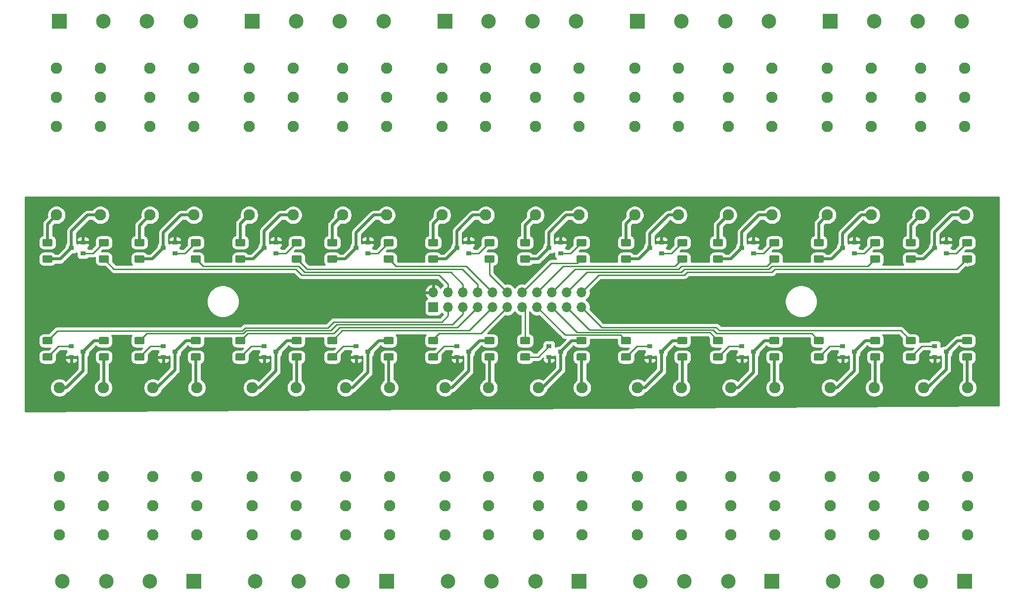
<source format=gbr>
%TF.GenerationSoftware,KiCad,Pcbnew,(5.1.6)-1*%
%TF.CreationDate,2020-09-13T22:12:42+02:00*%
%TF.ProjectId,boneIO - relay board,626f6e65-494f-4202-9d20-72656c617920,rev?*%
%TF.SameCoordinates,Original*%
%TF.FileFunction,Copper,L1,Top*%
%TF.FilePolarity,Positive*%
%FSLAX46Y46*%
G04 Gerber Fmt 4.6, Leading zero omitted, Abs format (unit mm)*
G04 Created by KiCad (PCBNEW (5.1.6)-1) date 2020-09-13 22:12:44*
%MOMM*%
%LPD*%
G01*
G04 APERTURE LIST*
%TA.AperFunction,SMDPad,CuDef*%
%ADD10R,0.900000X0.800000*%
%TD*%
%TA.AperFunction,ComponentPad*%
%ADD11C,1.950000*%
%TD*%
%TA.AperFunction,ComponentPad*%
%ADD12R,1.700000X1.700000*%
%TD*%
%TA.AperFunction,ComponentPad*%
%ADD13O,1.700000X1.700000*%
%TD*%
%TA.AperFunction,ComponentPad*%
%ADD14R,2.500000X2.500000*%
%TD*%
%TA.AperFunction,ComponentPad*%
%ADD15C,2.500000*%
%TD*%
%TA.AperFunction,Conductor*%
%ADD16C,0.500000*%
%TD*%
%TA.AperFunction,Conductor*%
%ADD17C,0.250000*%
%TD*%
%TA.AperFunction,Conductor*%
%ADD18C,0.254000*%
%TD*%
G04 APERTURE END LIST*
D10*
%TO.P,Q13,3*%
%TO.N,Net-(D13-Pad2)*%
X330200000Y-305532000D03*
%TO.P,Q13,2*%
%TO.N,GND*%
X332200000Y-304582000D03*
%TO.P,Q13,1*%
%TO.N,Net-(Q13-Pad1)*%
X332200000Y-306482000D03*
%TD*%
D11*
%TO.P,K1,A2*%
%TO.N,+5V*%
X302640000Y-329508000D03*
%TO.P,K1,A1*%
%TO.N,Net-(D1-Pad2)*%
X295140000Y-329508000D03*
%TO.P,K1,24*%
%TO.N,Net-(J1-Pad3)*%
X302640000Y-354708000D03*
%TO.P,K1,22*%
%TO.N,Net-(K1-Pad22)*%
X302640000Y-344708000D03*
%TO.P,K1,21*%
%TO.N,Net-(K1-Pad21)*%
X302640000Y-349708000D03*
%TO.P,K1,14*%
%TO.N,Net-(K1-Pad14)*%
X295140000Y-354708000D03*
%TO.P,K1,12*%
%TO.N,Net-(K1-Pad12)*%
X295140000Y-344708000D03*
%TO.P,K1,11*%
%TO.N,Net-(J1-Pad4)*%
X295140000Y-349708000D03*
%TD*%
%TO.P,K5,A2*%
%TO.N,+5V*%
X368640000Y-329508000D03*
%TO.P,K5,A1*%
%TO.N,Net-(D5-Pad2)*%
X361140000Y-329508000D03*
%TO.P,K5,24*%
%TO.N,Net-(J3-Pad3)*%
X368640000Y-354708000D03*
%TO.P,K5,22*%
%TO.N,Net-(K5-Pad22)*%
X368640000Y-344708000D03*
%TO.P,K5,21*%
%TO.N,Net-(K5-Pad21)*%
X368640000Y-349708000D03*
%TO.P,K5,14*%
%TO.N,Net-(K5-Pad14)*%
X361140000Y-354708000D03*
%TO.P,K5,12*%
%TO.N,Net-(K5-Pad12)*%
X361140000Y-344708000D03*
%TO.P,K5,11*%
%TO.N,Net-(J3-Pad4)*%
X361140000Y-349708000D03*
%TD*%
%TO.P,K2,11*%
%TO.N,Net-(J1-Pad2)*%
X311140000Y-349708000D03*
%TO.P,K2,12*%
%TO.N,Net-(K2-Pad12)*%
X311140000Y-344708000D03*
%TO.P,K2,14*%
%TO.N,Net-(K2-Pad14)*%
X311140000Y-354708000D03*
%TO.P,K2,21*%
%TO.N,Net-(K2-Pad21)*%
X318640000Y-349708000D03*
%TO.P,K2,22*%
%TO.N,Net-(K2-Pad22)*%
X318640000Y-344708000D03*
%TO.P,K2,24*%
%TO.N,Net-(J1-Pad1)*%
X318640000Y-354708000D03*
%TO.P,K2,A1*%
%TO.N,Net-(D2-Pad2)*%
X311140000Y-329508000D03*
%TO.P,K2,A2*%
%TO.N,+5V*%
X318640000Y-329508000D03*
%TD*%
%TO.P,K3,A2*%
%TO.N,+5V*%
X335640000Y-329508000D03*
%TO.P,K3,A1*%
%TO.N,Net-(D3-Pad2)*%
X328140000Y-329508000D03*
%TO.P,K3,24*%
%TO.N,Net-(J2-Pad3)*%
X335640000Y-354708000D03*
%TO.P,K3,22*%
%TO.N,Net-(K3-Pad22)*%
X335640000Y-344708000D03*
%TO.P,K3,21*%
%TO.N,Net-(K3-Pad21)*%
X335640000Y-349708000D03*
%TO.P,K3,14*%
%TO.N,Net-(K3-Pad14)*%
X328140000Y-354708000D03*
%TO.P,K3,12*%
%TO.N,Net-(K3-Pad12)*%
X328140000Y-344708000D03*
%TO.P,K3,11*%
%TO.N,Net-(J2-Pad4)*%
X328140000Y-349708000D03*
%TD*%
%TO.P,K4,A2*%
%TO.N,+5V*%
X351640000Y-329508000D03*
%TO.P,K4,A1*%
%TO.N,Net-(D4-Pad2)*%
X344140000Y-329508000D03*
%TO.P,K4,24*%
%TO.N,Net-(J2-Pad1)*%
X351640000Y-354708000D03*
%TO.P,K4,22*%
%TO.N,Net-(K4-Pad22)*%
X351640000Y-344708000D03*
%TO.P,K4,21*%
%TO.N,Net-(K4-Pad21)*%
X351640000Y-349708000D03*
%TO.P,K4,14*%
%TO.N,Net-(K4-Pad14)*%
X344140000Y-354708000D03*
%TO.P,K4,12*%
%TO.N,Net-(K4-Pad12)*%
X344140000Y-344708000D03*
%TO.P,K4,11*%
%TO.N,Net-(J2-Pad2)*%
X344140000Y-349708000D03*
%TD*%
%TO.P,K6,A2*%
%TO.N,+5V*%
X384640000Y-329508000D03*
%TO.P,K6,A1*%
%TO.N,Net-(D6-Pad2)*%
X377140000Y-329508000D03*
%TO.P,K6,24*%
%TO.N,Net-(J3-Pad1)*%
X384640000Y-354708000D03*
%TO.P,K6,22*%
%TO.N,Net-(K6-Pad22)*%
X384640000Y-344708000D03*
%TO.P,K6,21*%
%TO.N,Net-(K6-Pad21)*%
X384640000Y-349708000D03*
%TO.P,K6,14*%
%TO.N,Net-(K6-Pad14)*%
X377140000Y-354708000D03*
%TO.P,K6,12*%
%TO.N,Net-(K6-Pad12)*%
X377140000Y-344708000D03*
%TO.P,K6,11*%
%TO.N,Net-(J3-Pad2)*%
X377140000Y-349708000D03*
%TD*%
%TO.P,K7,11*%
%TO.N,Net-(J4-Pad4)*%
X394140000Y-349708000D03*
%TO.P,K7,12*%
%TO.N,Net-(K7-Pad12)*%
X394140000Y-344708000D03*
%TO.P,K7,14*%
%TO.N,Net-(K7-Pad14)*%
X394140000Y-354708000D03*
%TO.P,K7,21*%
%TO.N,Net-(K7-Pad21)*%
X401640000Y-349708000D03*
%TO.P,K7,22*%
%TO.N,Net-(K7-Pad22)*%
X401640000Y-344708000D03*
%TO.P,K7,24*%
%TO.N,Net-(J4-Pad3)*%
X401640000Y-354708000D03*
%TO.P,K7,A1*%
%TO.N,Net-(D7-Pad2)*%
X394140000Y-329508000D03*
%TO.P,K7,A2*%
%TO.N,+5V*%
X401640000Y-329508000D03*
%TD*%
%TO.P,K8,11*%
%TO.N,Net-(J4-Pad2)*%
X410140000Y-349708000D03*
%TO.P,K8,12*%
%TO.N,Net-(K8-Pad12)*%
X410140000Y-344708000D03*
%TO.P,K8,14*%
%TO.N,Net-(K8-Pad14)*%
X410140000Y-354708000D03*
%TO.P,K8,21*%
%TO.N,Net-(K8-Pad21)*%
X417640000Y-349708000D03*
%TO.P,K8,22*%
%TO.N,Net-(K8-Pad22)*%
X417640000Y-344708000D03*
%TO.P,K8,24*%
%TO.N,Net-(J4-Pad1)*%
X417640000Y-354708000D03*
%TO.P,K8,A1*%
%TO.N,Net-(D8-Pad2)*%
X410140000Y-329508000D03*
%TO.P,K8,A2*%
%TO.N,+5V*%
X417640000Y-329508000D03*
%TD*%
%TO.P,K10,11*%
%TO.N,Net-(J5-Pad2)*%
X443140000Y-349708000D03*
%TO.P,K10,12*%
%TO.N,Net-(K10-Pad12)*%
X443140000Y-344708000D03*
%TO.P,K10,14*%
%TO.N,Net-(K10-Pad14)*%
X443140000Y-354708000D03*
%TO.P,K10,21*%
%TO.N,Net-(K10-Pad21)*%
X450640000Y-349708000D03*
%TO.P,K10,22*%
%TO.N,Net-(K10-Pad22)*%
X450640000Y-344708000D03*
%TO.P,K10,24*%
%TO.N,Net-(J5-Pad1)*%
X450640000Y-354708000D03*
%TO.P,K10,A1*%
%TO.N,Net-(D10-Pad2)*%
X443140000Y-329508000D03*
%TO.P,K10,A2*%
%TO.N,+5V*%
X450640000Y-329508000D03*
%TD*%
%TO.P,K9,11*%
%TO.N,Net-(J5-Pad4)*%
X427140000Y-349708000D03*
%TO.P,K9,12*%
%TO.N,Net-(K9-Pad12)*%
X427140000Y-344708000D03*
%TO.P,K9,14*%
%TO.N,Net-(K9-Pad14)*%
X427140000Y-354708000D03*
%TO.P,K9,21*%
%TO.N,Net-(K9-Pad21)*%
X434640000Y-349708000D03*
%TO.P,K9,22*%
%TO.N,Net-(K9-Pad22)*%
X434640000Y-344708000D03*
%TO.P,K9,24*%
%TO.N,Net-(J5-Pad3)*%
X434640000Y-354708000D03*
%TO.P,K9,A1*%
%TO.N,Net-(D9-Pad2)*%
X427140000Y-329508000D03*
%TO.P,K9,A2*%
%TO.N,+5V*%
X434640000Y-329508000D03*
%TD*%
%TO.P,K19,A2*%
%TO.N,+5V*%
X426640000Y-299908000D03*
%TO.P,K19,A1*%
%TO.N,Net-(D19-Pad2)*%
X434140000Y-299908000D03*
%TO.P,K19,24*%
%TO.N,Net-(J11-Pad1)*%
X426640000Y-274708000D03*
%TO.P,K19,22*%
%TO.N,Net-(K19-Pad22)*%
X426640000Y-284708000D03*
%TO.P,K19,21*%
%TO.N,Net-(K19-Pad21)*%
X426640000Y-279708000D03*
%TO.P,K19,14*%
%TO.N,Net-(K19-Pad14)*%
X434140000Y-274708000D03*
%TO.P,K19,12*%
%TO.N,Net-(K19-Pad12)*%
X434140000Y-284708000D03*
%TO.P,K19,11*%
%TO.N,Net-(J11-Pad2)*%
X434140000Y-279708000D03*
%TD*%
%TO.P,K13,A2*%
%TO.N,+5V*%
X327640000Y-299908000D03*
%TO.P,K13,A1*%
%TO.N,Net-(D13-Pad2)*%
X335140000Y-299908000D03*
%TO.P,K13,24*%
%TO.N,Net-(J8-Pad1)*%
X327640000Y-274708000D03*
%TO.P,K13,22*%
%TO.N,Net-(K13-Pad22)*%
X327640000Y-284708000D03*
%TO.P,K13,21*%
%TO.N,Net-(K13-Pad21)*%
X327640000Y-279708000D03*
%TO.P,K13,14*%
%TO.N,Net-(K13-Pad14)*%
X335140000Y-274708000D03*
%TO.P,K13,12*%
%TO.N,Net-(K13-Pad12)*%
X335140000Y-284708000D03*
%TO.P,K13,11*%
%TO.N,Net-(J8-Pad2)*%
X335140000Y-279708000D03*
%TD*%
%TO.P,D1,2*%
%TO.N,Net-(D1-Pad2)*%
%TA.AperFunction,SMDPad,CuDef*%
G36*
G01*
X303377000Y-322061000D02*
X302127000Y-322061000D01*
G75*
G02*
X301877000Y-321811000I0J250000D01*
G01*
X301877000Y-321061000D01*
G75*
G02*
X302127000Y-320811000I250000J0D01*
G01*
X303377000Y-320811000D01*
G75*
G02*
X303627000Y-321061000I0J-250000D01*
G01*
X303627000Y-321811000D01*
G75*
G02*
X303377000Y-322061000I-250000J0D01*
G01*
G37*
%TD.AperFunction*%
%TO.P,D1,1*%
%TO.N,+5V*%
%TA.AperFunction,SMDPad,CuDef*%
G36*
G01*
X303377000Y-324861000D02*
X302127000Y-324861000D01*
G75*
G02*
X301877000Y-324611000I0J250000D01*
G01*
X301877000Y-323861000D01*
G75*
G02*
X302127000Y-323611000I250000J0D01*
G01*
X303377000Y-323611000D01*
G75*
G02*
X303627000Y-323861000I0J-250000D01*
G01*
X303627000Y-324611000D01*
G75*
G02*
X303377000Y-324861000I-250000J0D01*
G01*
G37*
%TD.AperFunction*%
%TD*%
%TO.P,D2,1*%
%TO.N,+5V*%
%TA.AperFunction,SMDPad,CuDef*%
G36*
G01*
X319125000Y-324861000D02*
X317875000Y-324861000D01*
G75*
G02*
X317625000Y-324611000I0J250000D01*
G01*
X317625000Y-323861000D01*
G75*
G02*
X317875000Y-323611000I250000J0D01*
G01*
X319125000Y-323611000D01*
G75*
G02*
X319375000Y-323861000I0J-250000D01*
G01*
X319375000Y-324611000D01*
G75*
G02*
X319125000Y-324861000I-250000J0D01*
G01*
G37*
%TD.AperFunction*%
%TO.P,D2,2*%
%TO.N,Net-(D2-Pad2)*%
%TA.AperFunction,SMDPad,CuDef*%
G36*
G01*
X319125000Y-322061000D02*
X317875000Y-322061000D01*
G75*
G02*
X317625000Y-321811000I0J250000D01*
G01*
X317625000Y-321061000D01*
G75*
G02*
X317875000Y-320811000I250000J0D01*
G01*
X319125000Y-320811000D01*
G75*
G02*
X319375000Y-321061000I0J-250000D01*
G01*
X319375000Y-321811000D01*
G75*
G02*
X319125000Y-322061000I-250000J0D01*
G01*
G37*
%TD.AperFunction*%
%TD*%
%TO.P,D3,2*%
%TO.N,Net-(D3-Pad2)*%
%TA.AperFunction,SMDPad,CuDef*%
G36*
G01*
X336397000Y-322061000D02*
X335147000Y-322061000D01*
G75*
G02*
X334897000Y-321811000I0J250000D01*
G01*
X334897000Y-321061000D01*
G75*
G02*
X335147000Y-320811000I250000J0D01*
G01*
X336397000Y-320811000D01*
G75*
G02*
X336647000Y-321061000I0J-250000D01*
G01*
X336647000Y-321811000D01*
G75*
G02*
X336397000Y-322061000I-250000J0D01*
G01*
G37*
%TD.AperFunction*%
%TO.P,D3,1*%
%TO.N,+5V*%
%TA.AperFunction,SMDPad,CuDef*%
G36*
G01*
X336397000Y-324861000D02*
X335147000Y-324861000D01*
G75*
G02*
X334897000Y-324611000I0J250000D01*
G01*
X334897000Y-323861000D01*
G75*
G02*
X335147000Y-323611000I250000J0D01*
G01*
X336397000Y-323611000D01*
G75*
G02*
X336647000Y-323861000I0J-250000D01*
G01*
X336647000Y-324611000D01*
G75*
G02*
X336397000Y-324861000I-250000J0D01*
G01*
G37*
%TD.AperFunction*%
%TD*%
%TO.P,D4,2*%
%TO.N,Net-(D4-Pad2)*%
%TA.AperFunction,SMDPad,CuDef*%
G36*
G01*
X352145000Y-322061000D02*
X350895000Y-322061000D01*
G75*
G02*
X350645000Y-321811000I0J250000D01*
G01*
X350645000Y-321061000D01*
G75*
G02*
X350895000Y-320811000I250000J0D01*
G01*
X352145000Y-320811000D01*
G75*
G02*
X352395000Y-321061000I0J-250000D01*
G01*
X352395000Y-321811000D01*
G75*
G02*
X352145000Y-322061000I-250000J0D01*
G01*
G37*
%TD.AperFunction*%
%TO.P,D4,1*%
%TO.N,+5V*%
%TA.AperFunction,SMDPad,CuDef*%
G36*
G01*
X352145000Y-324861000D02*
X350895000Y-324861000D01*
G75*
G02*
X350645000Y-324611000I0J250000D01*
G01*
X350645000Y-323861000D01*
G75*
G02*
X350895000Y-323611000I250000J0D01*
G01*
X352145000Y-323611000D01*
G75*
G02*
X352395000Y-323861000I0J-250000D01*
G01*
X352395000Y-324611000D01*
G75*
G02*
X352145000Y-324861000I-250000J0D01*
G01*
G37*
%TD.AperFunction*%
%TD*%
%TO.P,D5,1*%
%TO.N,+5V*%
%TA.AperFunction,SMDPad,CuDef*%
G36*
G01*
X369417000Y-324861000D02*
X368167000Y-324861000D01*
G75*
G02*
X367917000Y-324611000I0J250000D01*
G01*
X367917000Y-323861000D01*
G75*
G02*
X368167000Y-323611000I250000J0D01*
G01*
X369417000Y-323611000D01*
G75*
G02*
X369667000Y-323861000I0J-250000D01*
G01*
X369667000Y-324611000D01*
G75*
G02*
X369417000Y-324861000I-250000J0D01*
G01*
G37*
%TD.AperFunction*%
%TO.P,D5,2*%
%TO.N,Net-(D5-Pad2)*%
%TA.AperFunction,SMDPad,CuDef*%
G36*
G01*
X369417000Y-322061000D02*
X368167000Y-322061000D01*
G75*
G02*
X367917000Y-321811000I0J250000D01*
G01*
X367917000Y-321061000D01*
G75*
G02*
X368167000Y-320811000I250000J0D01*
G01*
X369417000Y-320811000D01*
G75*
G02*
X369667000Y-321061000I0J-250000D01*
G01*
X369667000Y-321811000D01*
G75*
G02*
X369417000Y-322061000I-250000J0D01*
G01*
G37*
%TD.AperFunction*%
%TD*%
%TO.P,D6,2*%
%TO.N,Net-(D6-Pad2)*%
%TA.AperFunction,SMDPad,CuDef*%
G36*
G01*
X385165000Y-322061000D02*
X383915000Y-322061000D01*
G75*
G02*
X383665000Y-321811000I0J250000D01*
G01*
X383665000Y-321061000D01*
G75*
G02*
X383915000Y-320811000I250000J0D01*
G01*
X385165000Y-320811000D01*
G75*
G02*
X385415000Y-321061000I0J-250000D01*
G01*
X385415000Y-321811000D01*
G75*
G02*
X385165000Y-322061000I-250000J0D01*
G01*
G37*
%TD.AperFunction*%
%TO.P,D6,1*%
%TO.N,+5V*%
%TA.AperFunction,SMDPad,CuDef*%
G36*
G01*
X385165000Y-324861000D02*
X383915000Y-324861000D01*
G75*
G02*
X383665000Y-324611000I0J250000D01*
G01*
X383665000Y-323861000D01*
G75*
G02*
X383915000Y-323611000I250000J0D01*
G01*
X385165000Y-323611000D01*
G75*
G02*
X385415000Y-323861000I0J-250000D01*
G01*
X385415000Y-324611000D01*
G75*
G02*
X385165000Y-324861000I-250000J0D01*
G01*
G37*
%TD.AperFunction*%
%TD*%
%TO.P,D7,2*%
%TO.N,Net-(D7-Pad2)*%
%TA.AperFunction,SMDPad,CuDef*%
G36*
G01*
X402437000Y-322061000D02*
X401187000Y-322061000D01*
G75*
G02*
X400937000Y-321811000I0J250000D01*
G01*
X400937000Y-321061000D01*
G75*
G02*
X401187000Y-320811000I250000J0D01*
G01*
X402437000Y-320811000D01*
G75*
G02*
X402687000Y-321061000I0J-250000D01*
G01*
X402687000Y-321811000D01*
G75*
G02*
X402437000Y-322061000I-250000J0D01*
G01*
G37*
%TD.AperFunction*%
%TO.P,D7,1*%
%TO.N,+5V*%
%TA.AperFunction,SMDPad,CuDef*%
G36*
G01*
X402437000Y-324861000D02*
X401187000Y-324861000D01*
G75*
G02*
X400937000Y-324611000I0J250000D01*
G01*
X400937000Y-323861000D01*
G75*
G02*
X401187000Y-323611000I250000J0D01*
G01*
X402437000Y-323611000D01*
G75*
G02*
X402687000Y-323861000I0J-250000D01*
G01*
X402687000Y-324611000D01*
G75*
G02*
X402437000Y-324861000I-250000J0D01*
G01*
G37*
%TD.AperFunction*%
%TD*%
%TO.P,D8,1*%
%TO.N,+5V*%
%TA.AperFunction,SMDPad,CuDef*%
G36*
G01*
X418185000Y-324861000D02*
X416935000Y-324861000D01*
G75*
G02*
X416685000Y-324611000I0J250000D01*
G01*
X416685000Y-323861000D01*
G75*
G02*
X416935000Y-323611000I250000J0D01*
G01*
X418185000Y-323611000D01*
G75*
G02*
X418435000Y-323861000I0J-250000D01*
G01*
X418435000Y-324611000D01*
G75*
G02*
X418185000Y-324861000I-250000J0D01*
G01*
G37*
%TD.AperFunction*%
%TO.P,D8,2*%
%TO.N,Net-(D8-Pad2)*%
%TA.AperFunction,SMDPad,CuDef*%
G36*
G01*
X418185000Y-322061000D02*
X416935000Y-322061000D01*
G75*
G02*
X416685000Y-321811000I0J250000D01*
G01*
X416685000Y-321061000D01*
G75*
G02*
X416935000Y-320811000I250000J0D01*
G01*
X418185000Y-320811000D01*
G75*
G02*
X418435000Y-321061000I0J-250000D01*
G01*
X418435000Y-321811000D01*
G75*
G02*
X418185000Y-322061000I-250000J0D01*
G01*
G37*
%TD.AperFunction*%
%TD*%
%TO.P,D9,2*%
%TO.N,Net-(D9-Pad2)*%
%TA.AperFunction,SMDPad,CuDef*%
G36*
G01*
X435457000Y-322061000D02*
X434207000Y-322061000D01*
G75*
G02*
X433957000Y-321811000I0J250000D01*
G01*
X433957000Y-321061000D01*
G75*
G02*
X434207000Y-320811000I250000J0D01*
G01*
X435457000Y-320811000D01*
G75*
G02*
X435707000Y-321061000I0J-250000D01*
G01*
X435707000Y-321811000D01*
G75*
G02*
X435457000Y-322061000I-250000J0D01*
G01*
G37*
%TD.AperFunction*%
%TO.P,D9,1*%
%TO.N,+5V*%
%TA.AperFunction,SMDPad,CuDef*%
G36*
G01*
X435457000Y-324861000D02*
X434207000Y-324861000D01*
G75*
G02*
X433957000Y-324611000I0J250000D01*
G01*
X433957000Y-323861000D01*
G75*
G02*
X434207000Y-323611000I250000J0D01*
G01*
X435457000Y-323611000D01*
G75*
G02*
X435707000Y-323861000I0J-250000D01*
G01*
X435707000Y-324611000D01*
G75*
G02*
X435457000Y-324861000I-250000J0D01*
G01*
G37*
%TD.AperFunction*%
%TD*%
%TO.P,D10,2*%
%TO.N,Net-(D10-Pad2)*%
%TA.AperFunction,SMDPad,CuDef*%
G36*
G01*
X451205000Y-322061000D02*
X449955000Y-322061000D01*
G75*
G02*
X449705000Y-321811000I0J250000D01*
G01*
X449705000Y-321061000D01*
G75*
G02*
X449955000Y-320811000I250000J0D01*
G01*
X451205000Y-320811000D01*
G75*
G02*
X451455000Y-321061000I0J-250000D01*
G01*
X451455000Y-321811000D01*
G75*
G02*
X451205000Y-322061000I-250000J0D01*
G01*
G37*
%TD.AperFunction*%
%TO.P,D10,1*%
%TO.N,+5V*%
%TA.AperFunction,SMDPad,CuDef*%
G36*
G01*
X451205000Y-324861000D02*
X449955000Y-324861000D01*
G75*
G02*
X449705000Y-324611000I0J250000D01*
G01*
X449705000Y-323861000D01*
G75*
G02*
X449955000Y-323611000I250000J0D01*
G01*
X451205000Y-323611000D01*
G75*
G02*
X451455000Y-323861000I0J-250000D01*
G01*
X451455000Y-324611000D01*
G75*
G02*
X451205000Y-324861000I-250000J0D01*
G01*
G37*
%TD.AperFunction*%
%TD*%
%TO.P,D11,1*%
%TO.N,+5V*%
%TA.AperFunction,SMDPad,CuDef*%
G36*
G01*
X292475000Y-304015000D02*
X293725000Y-304015000D01*
G75*
G02*
X293975000Y-304265000I0J-250000D01*
G01*
X293975000Y-305015000D01*
G75*
G02*
X293725000Y-305265000I-250000J0D01*
G01*
X292475000Y-305265000D01*
G75*
G02*
X292225000Y-305015000I0J250000D01*
G01*
X292225000Y-304265000D01*
G75*
G02*
X292475000Y-304015000I250000J0D01*
G01*
G37*
%TD.AperFunction*%
%TO.P,D11,2*%
%TO.N,Net-(D11-Pad2)*%
%TA.AperFunction,SMDPad,CuDef*%
G36*
G01*
X292475000Y-306815000D02*
X293725000Y-306815000D01*
G75*
G02*
X293975000Y-307065000I0J-250000D01*
G01*
X293975000Y-307815000D01*
G75*
G02*
X293725000Y-308065000I-250000J0D01*
G01*
X292475000Y-308065000D01*
G75*
G02*
X292225000Y-307815000I0J250000D01*
G01*
X292225000Y-307065000D01*
G75*
G02*
X292475000Y-306815000I250000J0D01*
G01*
G37*
%TD.AperFunction*%
%TD*%
%TO.P,D12,1*%
%TO.N,+5V*%
%TA.AperFunction,SMDPad,CuDef*%
G36*
G01*
X308223000Y-304015000D02*
X309473000Y-304015000D01*
G75*
G02*
X309723000Y-304265000I0J-250000D01*
G01*
X309723000Y-305015000D01*
G75*
G02*
X309473000Y-305265000I-250000J0D01*
G01*
X308223000Y-305265000D01*
G75*
G02*
X307973000Y-305015000I0J250000D01*
G01*
X307973000Y-304265000D01*
G75*
G02*
X308223000Y-304015000I250000J0D01*
G01*
G37*
%TD.AperFunction*%
%TO.P,D12,2*%
%TO.N,Net-(D12-Pad2)*%
%TA.AperFunction,SMDPad,CuDef*%
G36*
G01*
X308223000Y-306815000D02*
X309473000Y-306815000D01*
G75*
G02*
X309723000Y-307065000I0J-250000D01*
G01*
X309723000Y-307815000D01*
G75*
G02*
X309473000Y-308065000I-250000J0D01*
G01*
X308223000Y-308065000D01*
G75*
G02*
X307973000Y-307815000I0J250000D01*
G01*
X307973000Y-307065000D01*
G75*
G02*
X308223000Y-306815000I250000J0D01*
G01*
G37*
%TD.AperFunction*%
%TD*%
%TO.P,D13,1*%
%TO.N,+5V*%
%TA.AperFunction,SMDPad,CuDef*%
G36*
G01*
X325495000Y-304015000D02*
X326745000Y-304015000D01*
G75*
G02*
X326995000Y-304265000I0J-250000D01*
G01*
X326995000Y-305015000D01*
G75*
G02*
X326745000Y-305265000I-250000J0D01*
G01*
X325495000Y-305265000D01*
G75*
G02*
X325245000Y-305015000I0J250000D01*
G01*
X325245000Y-304265000D01*
G75*
G02*
X325495000Y-304015000I250000J0D01*
G01*
G37*
%TD.AperFunction*%
%TO.P,D13,2*%
%TO.N,Net-(D13-Pad2)*%
%TA.AperFunction,SMDPad,CuDef*%
G36*
G01*
X325495000Y-306815000D02*
X326745000Y-306815000D01*
G75*
G02*
X326995000Y-307065000I0J-250000D01*
G01*
X326995000Y-307815000D01*
G75*
G02*
X326745000Y-308065000I-250000J0D01*
G01*
X325495000Y-308065000D01*
G75*
G02*
X325245000Y-307815000I0J250000D01*
G01*
X325245000Y-307065000D01*
G75*
G02*
X325495000Y-306815000I250000J0D01*
G01*
G37*
%TD.AperFunction*%
%TD*%
%TO.P,D14,1*%
%TO.N,+5V*%
%TA.AperFunction,SMDPad,CuDef*%
G36*
G01*
X341243000Y-304015000D02*
X342493000Y-304015000D01*
G75*
G02*
X342743000Y-304265000I0J-250000D01*
G01*
X342743000Y-305015000D01*
G75*
G02*
X342493000Y-305265000I-250000J0D01*
G01*
X341243000Y-305265000D01*
G75*
G02*
X340993000Y-305015000I0J250000D01*
G01*
X340993000Y-304265000D01*
G75*
G02*
X341243000Y-304015000I250000J0D01*
G01*
G37*
%TD.AperFunction*%
%TO.P,D14,2*%
%TO.N,Net-(D14-Pad2)*%
%TA.AperFunction,SMDPad,CuDef*%
G36*
G01*
X341243000Y-306815000D02*
X342493000Y-306815000D01*
G75*
G02*
X342743000Y-307065000I0J-250000D01*
G01*
X342743000Y-307815000D01*
G75*
G02*
X342493000Y-308065000I-250000J0D01*
G01*
X341243000Y-308065000D01*
G75*
G02*
X340993000Y-307815000I0J250000D01*
G01*
X340993000Y-307065000D01*
G75*
G02*
X341243000Y-306815000I250000J0D01*
G01*
G37*
%TD.AperFunction*%
%TD*%
%TO.P,D15,1*%
%TO.N,+5V*%
%TA.AperFunction,SMDPad,CuDef*%
G36*
G01*
X358515000Y-304015000D02*
X359765000Y-304015000D01*
G75*
G02*
X360015000Y-304265000I0J-250000D01*
G01*
X360015000Y-305015000D01*
G75*
G02*
X359765000Y-305265000I-250000J0D01*
G01*
X358515000Y-305265000D01*
G75*
G02*
X358265000Y-305015000I0J250000D01*
G01*
X358265000Y-304265000D01*
G75*
G02*
X358515000Y-304015000I250000J0D01*
G01*
G37*
%TD.AperFunction*%
%TO.P,D15,2*%
%TO.N,Net-(D15-Pad2)*%
%TA.AperFunction,SMDPad,CuDef*%
G36*
G01*
X358515000Y-306815000D02*
X359765000Y-306815000D01*
G75*
G02*
X360015000Y-307065000I0J-250000D01*
G01*
X360015000Y-307815000D01*
G75*
G02*
X359765000Y-308065000I-250000J0D01*
G01*
X358515000Y-308065000D01*
G75*
G02*
X358265000Y-307815000I0J250000D01*
G01*
X358265000Y-307065000D01*
G75*
G02*
X358515000Y-306815000I250000J0D01*
G01*
G37*
%TD.AperFunction*%
%TD*%
%TO.P,D16,1*%
%TO.N,+5V*%
%TA.AperFunction,SMDPad,CuDef*%
G36*
G01*
X374263000Y-304015000D02*
X375513000Y-304015000D01*
G75*
G02*
X375763000Y-304265000I0J-250000D01*
G01*
X375763000Y-305015000D01*
G75*
G02*
X375513000Y-305265000I-250000J0D01*
G01*
X374263000Y-305265000D01*
G75*
G02*
X374013000Y-305015000I0J250000D01*
G01*
X374013000Y-304265000D01*
G75*
G02*
X374263000Y-304015000I250000J0D01*
G01*
G37*
%TD.AperFunction*%
%TO.P,D16,2*%
%TO.N,Net-(D16-Pad2)*%
%TA.AperFunction,SMDPad,CuDef*%
G36*
G01*
X374263000Y-306815000D02*
X375513000Y-306815000D01*
G75*
G02*
X375763000Y-307065000I0J-250000D01*
G01*
X375763000Y-307815000D01*
G75*
G02*
X375513000Y-308065000I-250000J0D01*
G01*
X374263000Y-308065000D01*
G75*
G02*
X374013000Y-307815000I0J250000D01*
G01*
X374013000Y-307065000D01*
G75*
G02*
X374263000Y-306815000I250000J0D01*
G01*
G37*
%TD.AperFunction*%
%TD*%
%TO.P,D17,2*%
%TO.N,Net-(D17-Pad2)*%
%TA.AperFunction,SMDPad,CuDef*%
G36*
G01*
X391535000Y-306815000D02*
X392785000Y-306815000D01*
G75*
G02*
X393035000Y-307065000I0J-250000D01*
G01*
X393035000Y-307815000D01*
G75*
G02*
X392785000Y-308065000I-250000J0D01*
G01*
X391535000Y-308065000D01*
G75*
G02*
X391285000Y-307815000I0J250000D01*
G01*
X391285000Y-307065000D01*
G75*
G02*
X391535000Y-306815000I250000J0D01*
G01*
G37*
%TD.AperFunction*%
%TO.P,D17,1*%
%TO.N,+5V*%
%TA.AperFunction,SMDPad,CuDef*%
G36*
G01*
X391535000Y-304015000D02*
X392785000Y-304015000D01*
G75*
G02*
X393035000Y-304265000I0J-250000D01*
G01*
X393035000Y-305015000D01*
G75*
G02*
X392785000Y-305265000I-250000J0D01*
G01*
X391535000Y-305265000D01*
G75*
G02*
X391285000Y-305015000I0J250000D01*
G01*
X391285000Y-304265000D01*
G75*
G02*
X391535000Y-304015000I250000J0D01*
G01*
G37*
%TD.AperFunction*%
%TD*%
%TO.P,D18,2*%
%TO.N,Net-(D18-Pad2)*%
%TA.AperFunction,SMDPad,CuDef*%
G36*
G01*
X407283000Y-306815000D02*
X408533000Y-306815000D01*
G75*
G02*
X408783000Y-307065000I0J-250000D01*
G01*
X408783000Y-307815000D01*
G75*
G02*
X408533000Y-308065000I-250000J0D01*
G01*
X407283000Y-308065000D01*
G75*
G02*
X407033000Y-307815000I0J250000D01*
G01*
X407033000Y-307065000D01*
G75*
G02*
X407283000Y-306815000I250000J0D01*
G01*
G37*
%TD.AperFunction*%
%TO.P,D18,1*%
%TO.N,+5V*%
%TA.AperFunction,SMDPad,CuDef*%
G36*
G01*
X407283000Y-304015000D02*
X408533000Y-304015000D01*
G75*
G02*
X408783000Y-304265000I0J-250000D01*
G01*
X408783000Y-305015000D01*
G75*
G02*
X408533000Y-305265000I-250000J0D01*
G01*
X407283000Y-305265000D01*
G75*
G02*
X407033000Y-305015000I0J250000D01*
G01*
X407033000Y-304265000D01*
G75*
G02*
X407283000Y-304015000I250000J0D01*
G01*
G37*
%TD.AperFunction*%
%TD*%
%TO.P,D19,2*%
%TO.N,Net-(D19-Pad2)*%
%TA.AperFunction,SMDPad,CuDef*%
G36*
G01*
X424555000Y-306815000D02*
X425805000Y-306815000D01*
G75*
G02*
X426055000Y-307065000I0J-250000D01*
G01*
X426055000Y-307815000D01*
G75*
G02*
X425805000Y-308065000I-250000J0D01*
G01*
X424555000Y-308065000D01*
G75*
G02*
X424305000Y-307815000I0J250000D01*
G01*
X424305000Y-307065000D01*
G75*
G02*
X424555000Y-306815000I250000J0D01*
G01*
G37*
%TD.AperFunction*%
%TO.P,D19,1*%
%TO.N,+5V*%
%TA.AperFunction,SMDPad,CuDef*%
G36*
G01*
X424555000Y-304015000D02*
X425805000Y-304015000D01*
G75*
G02*
X426055000Y-304265000I0J-250000D01*
G01*
X426055000Y-305015000D01*
G75*
G02*
X425805000Y-305265000I-250000J0D01*
G01*
X424555000Y-305265000D01*
G75*
G02*
X424305000Y-305015000I0J250000D01*
G01*
X424305000Y-304265000D01*
G75*
G02*
X424555000Y-304015000I250000J0D01*
G01*
G37*
%TD.AperFunction*%
%TD*%
%TO.P,D20,1*%
%TO.N,+5V*%
%TA.AperFunction,SMDPad,CuDef*%
G36*
G01*
X440303000Y-304015000D02*
X441553000Y-304015000D01*
G75*
G02*
X441803000Y-304265000I0J-250000D01*
G01*
X441803000Y-305015000D01*
G75*
G02*
X441553000Y-305265000I-250000J0D01*
G01*
X440303000Y-305265000D01*
G75*
G02*
X440053000Y-305015000I0J250000D01*
G01*
X440053000Y-304265000D01*
G75*
G02*
X440303000Y-304015000I250000J0D01*
G01*
G37*
%TD.AperFunction*%
%TO.P,D20,2*%
%TO.N,Net-(D20-Pad2)*%
%TA.AperFunction,SMDPad,CuDef*%
G36*
G01*
X440303000Y-306815000D02*
X441553000Y-306815000D01*
G75*
G02*
X441803000Y-307065000I0J-250000D01*
G01*
X441803000Y-307815000D01*
G75*
G02*
X441553000Y-308065000I-250000J0D01*
G01*
X440303000Y-308065000D01*
G75*
G02*
X440053000Y-307815000I0J250000D01*
G01*
X440053000Y-307065000D01*
G75*
G02*
X440303000Y-306815000I250000J0D01*
G01*
G37*
%TD.AperFunction*%
%TD*%
D12*
%TO.P,J6,1*%
%TO.N,+5V*%
X359140000Y-315708000D03*
D13*
%TO.P,J6,2*%
%TO.N,GND*%
X359140000Y-313168000D03*
%TO.P,J6,3*%
%TO.N,Net-(J6-Pad3)*%
X361680000Y-315708000D03*
%TO.P,J6,4*%
%TO.N,Net-(J6-Pad4)*%
X361680000Y-313168000D03*
%TO.P,J6,5*%
%TO.N,Net-(J6-Pad5)*%
X364220000Y-315708000D03*
%TO.P,J6,6*%
%TO.N,Net-(J6-Pad6)*%
X364220000Y-313168000D03*
%TO.P,J6,7*%
%TO.N,Net-(J6-Pad7)*%
X366760000Y-315708000D03*
%TO.P,J6,8*%
%TO.N,Net-(J6-Pad8)*%
X366760000Y-313168000D03*
%TO.P,J6,9*%
%TO.N,Net-(J6-Pad9)*%
X369300000Y-315708000D03*
%TO.P,J6,10*%
%TO.N,Net-(J6-Pad10)*%
X369300000Y-313168000D03*
%TO.P,J6,11*%
%TO.N,Net-(J6-Pad11)*%
X371840000Y-315708000D03*
%TO.P,J6,12*%
%TO.N,Net-(J6-Pad12)*%
X371840000Y-313168000D03*
%TO.P,J6,13*%
%TO.N,Net-(J6-Pad13)*%
X374380000Y-315708000D03*
%TO.P,J6,14*%
%TO.N,Net-(J6-Pad14)*%
X374380000Y-313168000D03*
%TO.P,J6,15*%
%TO.N,Net-(J6-Pad15)*%
X376920000Y-315708000D03*
%TO.P,J6,16*%
%TO.N,Net-(J6-Pad16)*%
X376920000Y-313168000D03*
%TO.P,J6,17*%
%TO.N,Net-(J6-Pad17)*%
X379460000Y-315708000D03*
%TO.P,J6,18*%
%TO.N,Net-(J6-Pad18)*%
X379460000Y-313168000D03*
%TO.P,J6,19*%
%TO.N,Net-(J6-Pad19)*%
X382000000Y-315708000D03*
%TO.P,J6,20*%
%TO.N,Net-(J6-Pad20)*%
X382000000Y-313168000D03*
%TO.P,J6,21*%
%TO.N,Net-(J6-Pad21)*%
X384540000Y-315708000D03*
%TO.P,J6,22*%
%TO.N,Net-(J6-Pad22)*%
X384540000Y-313168000D03*
%TD*%
D11*
%TO.P,K11,11*%
%TO.N,Net-(J7-Pad2)*%
X302140000Y-279708000D03*
%TO.P,K11,12*%
%TO.N,Net-(K11-Pad12)*%
X302140000Y-284708000D03*
%TO.P,K11,14*%
%TO.N,Net-(K11-Pad14)*%
X302140000Y-274708000D03*
%TO.P,K11,21*%
%TO.N,Net-(K11-Pad21)*%
X294640000Y-279708000D03*
%TO.P,K11,22*%
%TO.N,Net-(K11-Pad22)*%
X294640000Y-284708000D03*
%TO.P,K11,24*%
%TO.N,Net-(J7-Pad1)*%
X294640000Y-274708000D03*
%TO.P,K11,A1*%
%TO.N,Net-(D11-Pad2)*%
X302140000Y-299908000D03*
%TO.P,K11,A2*%
%TO.N,+5V*%
X294640000Y-299908000D03*
%TD*%
%TO.P,K12,11*%
%TO.N,Net-(J7-Pad4)*%
X318140000Y-279708000D03*
%TO.P,K12,12*%
%TO.N,Net-(K12-Pad12)*%
X318140000Y-284708000D03*
%TO.P,K12,14*%
%TO.N,Net-(K12-Pad14)*%
X318140000Y-274708000D03*
%TO.P,K12,21*%
%TO.N,Net-(K12-Pad21)*%
X310640000Y-279708000D03*
%TO.P,K12,22*%
%TO.N,Net-(K12-Pad22)*%
X310640000Y-284708000D03*
%TO.P,K12,24*%
%TO.N,Net-(J7-Pad3)*%
X310640000Y-274708000D03*
%TO.P,K12,A1*%
%TO.N,Net-(D12-Pad2)*%
X318140000Y-299908000D03*
%TO.P,K12,A2*%
%TO.N,+5V*%
X310640000Y-299908000D03*
%TD*%
%TO.P,K14,A2*%
%TO.N,+5V*%
X343640000Y-299908000D03*
%TO.P,K14,A1*%
%TO.N,Net-(D14-Pad2)*%
X351140000Y-299908000D03*
%TO.P,K14,24*%
%TO.N,Net-(J8-Pad3)*%
X343640000Y-274708000D03*
%TO.P,K14,22*%
%TO.N,Net-(K14-Pad22)*%
X343640000Y-284708000D03*
%TO.P,K14,21*%
%TO.N,Net-(K14-Pad21)*%
X343640000Y-279708000D03*
%TO.P,K14,14*%
%TO.N,Net-(K14-Pad14)*%
X351140000Y-274708000D03*
%TO.P,K14,12*%
%TO.N,Net-(K14-Pad12)*%
X351140000Y-284708000D03*
%TO.P,K14,11*%
%TO.N,Net-(J8-Pad4)*%
X351140000Y-279708000D03*
%TD*%
%TO.P,K15,11*%
%TO.N,Net-(J9-Pad2)*%
X368140000Y-279708000D03*
%TO.P,K15,12*%
%TO.N,Net-(K15-Pad12)*%
X368140000Y-284708000D03*
%TO.P,K15,14*%
%TO.N,Net-(K15-Pad14)*%
X368140000Y-274708000D03*
%TO.P,K15,21*%
%TO.N,Net-(K15-Pad21)*%
X360640000Y-279708000D03*
%TO.P,K15,22*%
%TO.N,Net-(K15-Pad22)*%
X360640000Y-284708000D03*
%TO.P,K15,24*%
%TO.N,Net-(J9-Pad1)*%
X360640000Y-274708000D03*
%TO.P,K15,A1*%
%TO.N,Net-(D15-Pad2)*%
X368140000Y-299908000D03*
%TO.P,K15,A2*%
%TO.N,+5V*%
X360640000Y-299908000D03*
%TD*%
%TO.P,K16,11*%
%TO.N,Net-(J9-Pad4)*%
X384140000Y-279708000D03*
%TO.P,K16,12*%
%TO.N,Net-(K16-Pad12)*%
X384140000Y-284708000D03*
%TO.P,K16,14*%
%TO.N,Net-(K16-Pad14)*%
X384140000Y-274708000D03*
%TO.P,K16,21*%
%TO.N,Net-(K16-Pad21)*%
X376640000Y-279708000D03*
%TO.P,K16,22*%
%TO.N,Net-(K16-Pad22)*%
X376640000Y-284708000D03*
%TO.P,K16,24*%
%TO.N,Net-(J9-Pad3)*%
X376640000Y-274708000D03*
%TO.P,K16,A1*%
%TO.N,Net-(D16-Pad2)*%
X384140000Y-299908000D03*
%TO.P,K16,A2*%
%TO.N,+5V*%
X376640000Y-299908000D03*
%TD*%
%TO.P,K17,11*%
%TO.N,Net-(J10-Pad2)*%
X401140000Y-279708000D03*
%TO.P,K17,12*%
%TO.N,Net-(K17-Pad12)*%
X401140000Y-284708000D03*
%TO.P,K17,14*%
%TO.N,Net-(K17-Pad14)*%
X401140000Y-274708000D03*
%TO.P,K17,21*%
%TO.N,Net-(K17-Pad21)*%
X393640000Y-279708000D03*
%TO.P,K17,22*%
%TO.N,Net-(K17-Pad22)*%
X393640000Y-284708000D03*
%TO.P,K17,24*%
%TO.N,Net-(J10-Pad1)*%
X393640000Y-274708000D03*
%TO.P,K17,A1*%
%TO.N,Net-(D17-Pad2)*%
X401140000Y-299908000D03*
%TO.P,K17,A2*%
%TO.N,+5V*%
X393640000Y-299908000D03*
%TD*%
%TO.P,K18,A2*%
%TO.N,+5V*%
X409640000Y-299908000D03*
%TO.P,K18,A1*%
%TO.N,Net-(D18-Pad2)*%
X417140000Y-299908000D03*
%TO.P,K18,24*%
%TO.N,Net-(J10-Pad3)*%
X409640000Y-274708000D03*
%TO.P,K18,22*%
%TO.N,Net-(K18-Pad22)*%
X409640000Y-284708000D03*
%TO.P,K18,21*%
%TO.N,Net-(K18-Pad21)*%
X409640000Y-279708000D03*
%TO.P,K18,14*%
%TO.N,Net-(K18-Pad14)*%
X417140000Y-274708000D03*
%TO.P,K18,12*%
%TO.N,Net-(K18-Pad12)*%
X417140000Y-284708000D03*
%TO.P,K18,11*%
%TO.N,Net-(J10-Pad4)*%
X417140000Y-279708000D03*
%TD*%
%TO.P,K20,A2*%
%TO.N,+5V*%
X442640000Y-299908000D03*
%TO.P,K20,A1*%
%TO.N,Net-(D20-Pad2)*%
X450140000Y-299908000D03*
%TO.P,K20,24*%
%TO.N,Net-(J11-Pad3)*%
X442640000Y-274708000D03*
%TO.P,K20,22*%
%TO.N,Net-(K20-Pad22)*%
X442640000Y-284708000D03*
%TO.P,K20,21*%
%TO.N,Net-(K20-Pad21)*%
X442640000Y-279708000D03*
%TO.P,K20,14*%
%TO.N,Net-(K20-Pad14)*%
X450140000Y-274708000D03*
%TO.P,K20,12*%
%TO.N,Net-(K20-Pad12)*%
X450140000Y-284708000D03*
%TO.P,K20,11*%
%TO.N,Net-(J11-Pad4)*%
X450140000Y-279708000D03*
%TD*%
D10*
%TO.P,Q1,3*%
%TO.N,Net-(D1-Pad2)*%
X299180000Y-323344000D03*
%TO.P,Q1,2*%
%TO.N,GND*%
X297180000Y-324294000D03*
%TO.P,Q1,1*%
%TO.N,Net-(Q1-Pad1)*%
X297180000Y-322394000D03*
%TD*%
%TO.P,Q2,1*%
%TO.N,Net-(Q2-Pad1)*%
X312928000Y-322394000D03*
%TO.P,Q2,2*%
%TO.N,GND*%
X312928000Y-324294000D03*
%TO.P,Q2,3*%
%TO.N,Net-(D2-Pad2)*%
X314928000Y-323344000D03*
%TD*%
%TO.P,Q3,1*%
%TO.N,Net-(Q3-Pad1)*%
X330200000Y-322394000D03*
%TO.P,Q3,2*%
%TO.N,GND*%
X330200000Y-324294000D03*
%TO.P,Q3,3*%
%TO.N,Net-(D3-Pad2)*%
X332200000Y-323344000D03*
%TD*%
%TO.P,Q4,1*%
%TO.N,Net-(Q4-Pad1)*%
X345948000Y-322394000D03*
%TO.P,Q4,2*%
%TO.N,GND*%
X345948000Y-324294000D03*
%TO.P,Q4,3*%
%TO.N,Net-(D4-Pad2)*%
X347948000Y-323344000D03*
%TD*%
%TO.P,Q5,1*%
%TO.N,Net-(Q5-Pad1)*%
X363220000Y-322394000D03*
%TO.P,Q5,2*%
%TO.N,GND*%
X363220000Y-324294000D03*
%TO.P,Q5,3*%
%TO.N,Net-(D5-Pad2)*%
X365220000Y-323344000D03*
%TD*%
%TO.P,Q6,1*%
%TO.N,Net-(Q6-Pad1)*%
X378968000Y-322394000D03*
%TO.P,Q6,2*%
%TO.N,GND*%
X378968000Y-324294000D03*
%TO.P,Q6,3*%
%TO.N,Net-(D6-Pad2)*%
X380968000Y-323344000D03*
%TD*%
%TO.P,Q7,3*%
%TO.N,Net-(D7-Pad2)*%
X398240000Y-323344000D03*
%TO.P,Q7,2*%
%TO.N,GND*%
X396240000Y-324294000D03*
%TO.P,Q7,1*%
%TO.N,Net-(Q7-Pad1)*%
X396240000Y-322394000D03*
%TD*%
%TO.P,Q8,1*%
%TO.N,Net-(Q8-Pad1)*%
X411988000Y-322394000D03*
%TO.P,Q8,2*%
%TO.N,GND*%
X411988000Y-324294000D03*
%TO.P,Q8,3*%
%TO.N,Net-(D8-Pad2)*%
X413988000Y-323344000D03*
%TD*%
%TO.P,Q9,1*%
%TO.N,Net-(Q9-Pad1)*%
X429260000Y-322394000D03*
%TO.P,Q9,2*%
%TO.N,GND*%
X429260000Y-324294000D03*
%TO.P,Q9,3*%
%TO.N,Net-(D9-Pad2)*%
X431260000Y-323344000D03*
%TD*%
%TO.P,Q10,1*%
%TO.N,Net-(Q10-Pad1)*%
X445008000Y-322394000D03*
%TO.P,Q10,2*%
%TO.N,GND*%
X445008000Y-324294000D03*
%TO.P,Q10,3*%
%TO.N,Net-(D10-Pad2)*%
X447008000Y-323344000D03*
%TD*%
%TO.P,Q11,3*%
%TO.N,Net-(D11-Pad2)*%
X297180000Y-305532000D03*
%TO.P,Q11,2*%
%TO.N,GND*%
X299180000Y-304582000D03*
%TO.P,Q11,1*%
%TO.N,Net-(Q11-Pad1)*%
X299180000Y-306482000D03*
%TD*%
%TO.P,Q12,3*%
%TO.N,Net-(D12-Pad2)*%
X312928000Y-305532000D03*
%TO.P,Q12,2*%
%TO.N,GND*%
X314928000Y-304582000D03*
%TO.P,Q12,1*%
%TO.N,Net-(Q12-Pad1)*%
X314928000Y-306482000D03*
%TD*%
%TO.P,Q14,3*%
%TO.N,Net-(D14-Pad2)*%
X345948000Y-305532000D03*
%TO.P,Q14,2*%
%TO.N,GND*%
X347948000Y-304582000D03*
%TO.P,Q14,1*%
%TO.N,Net-(Q14-Pad1)*%
X347948000Y-306482000D03*
%TD*%
%TO.P,Q15,3*%
%TO.N,Net-(D15-Pad2)*%
X363220000Y-305532000D03*
%TO.P,Q15,2*%
%TO.N,GND*%
X365220000Y-304582000D03*
%TO.P,Q15,1*%
%TO.N,Net-(Q15-Pad1)*%
X365220000Y-306482000D03*
%TD*%
%TO.P,Q16,1*%
%TO.N,Net-(Q16-Pad1)*%
X380968000Y-306482000D03*
%TO.P,Q16,2*%
%TO.N,GND*%
X380968000Y-304582000D03*
%TO.P,Q16,3*%
%TO.N,Net-(D16-Pad2)*%
X378968000Y-305532000D03*
%TD*%
%TO.P,Q17,3*%
%TO.N,Net-(D17-Pad2)*%
X396240000Y-305532000D03*
%TO.P,Q17,2*%
%TO.N,GND*%
X398240000Y-304582000D03*
%TO.P,Q17,1*%
%TO.N,Net-(Q17-Pad1)*%
X398240000Y-306482000D03*
%TD*%
%TO.P,Q18,3*%
%TO.N,Net-(D18-Pad2)*%
X411988000Y-305532000D03*
%TO.P,Q18,2*%
%TO.N,GND*%
X413988000Y-304582000D03*
%TO.P,Q18,1*%
%TO.N,Net-(Q18-Pad1)*%
X413988000Y-306482000D03*
%TD*%
%TO.P,Q19,3*%
%TO.N,Net-(D19-Pad2)*%
X429260000Y-305532000D03*
%TO.P,Q19,2*%
%TO.N,GND*%
X431260000Y-304582000D03*
%TO.P,Q19,1*%
%TO.N,Net-(Q19-Pad1)*%
X431260000Y-306482000D03*
%TD*%
%TO.P,Q20,1*%
%TO.N,Net-(Q20-Pad1)*%
X447008000Y-306482000D03*
%TO.P,Q20,2*%
%TO.N,GND*%
X447008000Y-304582000D03*
%TO.P,Q20,3*%
%TO.N,Net-(D20-Pad2)*%
X445008000Y-305532000D03*
%TD*%
%TO.P,R1,1*%
%TO.N,Net-(Q1-Pad1)*%
%TA.AperFunction,SMDPad,CuDef*%
G36*
G01*
X293725000Y-324861000D02*
X292475000Y-324861000D01*
G75*
G02*
X292225000Y-324611000I0J250000D01*
G01*
X292225000Y-323861000D01*
G75*
G02*
X292475000Y-323611000I250000J0D01*
G01*
X293725000Y-323611000D01*
G75*
G02*
X293975000Y-323861000I0J-250000D01*
G01*
X293975000Y-324611000D01*
G75*
G02*
X293725000Y-324861000I-250000J0D01*
G01*
G37*
%TD.AperFunction*%
%TO.P,R1,2*%
%TO.N,Net-(J6-Pad3)*%
%TA.AperFunction,SMDPad,CuDef*%
G36*
G01*
X293725000Y-322061000D02*
X292475000Y-322061000D01*
G75*
G02*
X292225000Y-321811000I0J250000D01*
G01*
X292225000Y-321061000D01*
G75*
G02*
X292475000Y-320811000I250000J0D01*
G01*
X293725000Y-320811000D01*
G75*
G02*
X293975000Y-321061000I0J-250000D01*
G01*
X293975000Y-321811000D01*
G75*
G02*
X293725000Y-322061000I-250000J0D01*
G01*
G37*
%TD.AperFunction*%
%TD*%
%TO.P,R2,1*%
%TO.N,Net-(Q2-Pad1)*%
%TA.AperFunction,SMDPad,CuDef*%
G36*
G01*
X309473000Y-324861000D02*
X308223000Y-324861000D01*
G75*
G02*
X307973000Y-324611000I0J250000D01*
G01*
X307973000Y-323861000D01*
G75*
G02*
X308223000Y-323611000I250000J0D01*
G01*
X309473000Y-323611000D01*
G75*
G02*
X309723000Y-323861000I0J-250000D01*
G01*
X309723000Y-324611000D01*
G75*
G02*
X309473000Y-324861000I-250000J0D01*
G01*
G37*
%TD.AperFunction*%
%TO.P,R2,2*%
%TO.N,Net-(J6-Pad5)*%
%TA.AperFunction,SMDPad,CuDef*%
G36*
G01*
X309473000Y-322061000D02*
X308223000Y-322061000D01*
G75*
G02*
X307973000Y-321811000I0J250000D01*
G01*
X307973000Y-321061000D01*
G75*
G02*
X308223000Y-320811000I250000J0D01*
G01*
X309473000Y-320811000D01*
G75*
G02*
X309723000Y-321061000I0J-250000D01*
G01*
X309723000Y-321811000D01*
G75*
G02*
X309473000Y-322061000I-250000J0D01*
G01*
G37*
%TD.AperFunction*%
%TD*%
%TO.P,R3,1*%
%TO.N,Net-(Q3-Pad1)*%
%TA.AperFunction,SMDPad,CuDef*%
G36*
G01*
X326745000Y-324861000D02*
X325495000Y-324861000D01*
G75*
G02*
X325245000Y-324611000I0J250000D01*
G01*
X325245000Y-323861000D01*
G75*
G02*
X325495000Y-323611000I250000J0D01*
G01*
X326745000Y-323611000D01*
G75*
G02*
X326995000Y-323861000I0J-250000D01*
G01*
X326995000Y-324611000D01*
G75*
G02*
X326745000Y-324861000I-250000J0D01*
G01*
G37*
%TD.AperFunction*%
%TO.P,R3,2*%
%TO.N,Net-(J6-Pad7)*%
%TA.AperFunction,SMDPad,CuDef*%
G36*
G01*
X326745000Y-322061000D02*
X325495000Y-322061000D01*
G75*
G02*
X325245000Y-321811000I0J250000D01*
G01*
X325245000Y-321061000D01*
G75*
G02*
X325495000Y-320811000I250000J0D01*
G01*
X326745000Y-320811000D01*
G75*
G02*
X326995000Y-321061000I0J-250000D01*
G01*
X326995000Y-321811000D01*
G75*
G02*
X326745000Y-322061000I-250000J0D01*
G01*
G37*
%TD.AperFunction*%
%TD*%
%TO.P,R4,2*%
%TO.N,Net-(J6-Pad9)*%
%TA.AperFunction,SMDPad,CuDef*%
G36*
G01*
X342493000Y-322061000D02*
X341243000Y-322061000D01*
G75*
G02*
X340993000Y-321811000I0J250000D01*
G01*
X340993000Y-321061000D01*
G75*
G02*
X341243000Y-320811000I250000J0D01*
G01*
X342493000Y-320811000D01*
G75*
G02*
X342743000Y-321061000I0J-250000D01*
G01*
X342743000Y-321811000D01*
G75*
G02*
X342493000Y-322061000I-250000J0D01*
G01*
G37*
%TD.AperFunction*%
%TO.P,R4,1*%
%TO.N,Net-(Q4-Pad1)*%
%TA.AperFunction,SMDPad,CuDef*%
G36*
G01*
X342493000Y-324861000D02*
X341243000Y-324861000D01*
G75*
G02*
X340993000Y-324611000I0J250000D01*
G01*
X340993000Y-323861000D01*
G75*
G02*
X341243000Y-323611000I250000J0D01*
G01*
X342493000Y-323611000D01*
G75*
G02*
X342743000Y-323861000I0J-250000D01*
G01*
X342743000Y-324611000D01*
G75*
G02*
X342493000Y-324861000I-250000J0D01*
G01*
G37*
%TD.AperFunction*%
%TD*%
%TO.P,R5,2*%
%TO.N,Net-(J6-Pad11)*%
%TA.AperFunction,SMDPad,CuDef*%
G36*
G01*
X359765000Y-322061000D02*
X358515000Y-322061000D01*
G75*
G02*
X358265000Y-321811000I0J250000D01*
G01*
X358265000Y-321061000D01*
G75*
G02*
X358515000Y-320811000I250000J0D01*
G01*
X359765000Y-320811000D01*
G75*
G02*
X360015000Y-321061000I0J-250000D01*
G01*
X360015000Y-321811000D01*
G75*
G02*
X359765000Y-322061000I-250000J0D01*
G01*
G37*
%TD.AperFunction*%
%TO.P,R5,1*%
%TO.N,Net-(Q5-Pad1)*%
%TA.AperFunction,SMDPad,CuDef*%
G36*
G01*
X359765000Y-324861000D02*
X358515000Y-324861000D01*
G75*
G02*
X358265000Y-324611000I0J250000D01*
G01*
X358265000Y-323861000D01*
G75*
G02*
X358515000Y-323611000I250000J0D01*
G01*
X359765000Y-323611000D01*
G75*
G02*
X360015000Y-323861000I0J-250000D01*
G01*
X360015000Y-324611000D01*
G75*
G02*
X359765000Y-324861000I-250000J0D01*
G01*
G37*
%TD.AperFunction*%
%TD*%
%TO.P,R6,1*%
%TO.N,Net-(Q6-Pad1)*%
%TA.AperFunction,SMDPad,CuDef*%
G36*
G01*
X375513000Y-324861000D02*
X374263000Y-324861000D01*
G75*
G02*
X374013000Y-324611000I0J250000D01*
G01*
X374013000Y-323861000D01*
G75*
G02*
X374263000Y-323611000I250000J0D01*
G01*
X375513000Y-323611000D01*
G75*
G02*
X375763000Y-323861000I0J-250000D01*
G01*
X375763000Y-324611000D01*
G75*
G02*
X375513000Y-324861000I-250000J0D01*
G01*
G37*
%TD.AperFunction*%
%TO.P,R6,2*%
%TO.N,Net-(J6-Pad13)*%
%TA.AperFunction,SMDPad,CuDef*%
G36*
G01*
X375513000Y-322061000D02*
X374263000Y-322061000D01*
G75*
G02*
X374013000Y-321811000I0J250000D01*
G01*
X374013000Y-321061000D01*
G75*
G02*
X374263000Y-320811000I250000J0D01*
G01*
X375513000Y-320811000D01*
G75*
G02*
X375763000Y-321061000I0J-250000D01*
G01*
X375763000Y-321811000D01*
G75*
G02*
X375513000Y-322061000I-250000J0D01*
G01*
G37*
%TD.AperFunction*%
%TD*%
%TO.P,R7,2*%
%TO.N,Net-(J6-Pad15)*%
%TA.AperFunction,SMDPad,CuDef*%
G36*
G01*
X392785000Y-322061000D02*
X391535000Y-322061000D01*
G75*
G02*
X391285000Y-321811000I0J250000D01*
G01*
X391285000Y-321061000D01*
G75*
G02*
X391535000Y-320811000I250000J0D01*
G01*
X392785000Y-320811000D01*
G75*
G02*
X393035000Y-321061000I0J-250000D01*
G01*
X393035000Y-321811000D01*
G75*
G02*
X392785000Y-322061000I-250000J0D01*
G01*
G37*
%TD.AperFunction*%
%TO.P,R7,1*%
%TO.N,Net-(Q7-Pad1)*%
%TA.AperFunction,SMDPad,CuDef*%
G36*
G01*
X392785000Y-324861000D02*
X391535000Y-324861000D01*
G75*
G02*
X391285000Y-324611000I0J250000D01*
G01*
X391285000Y-323861000D01*
G75*
G02*
X391535000Y-323611000I250000J0D01*
G01*
X392785000Y-323611000D01*
G75*
G02*
X393035000Y-323861000I0J-250000D01*
G01*
X393035000Y-324611000D01*
G75*
G02*
X392785000Y-324861000I-250000J0D01*
G01*
G37*
%TD.AperFunction*%
%TD*%
%TO.P,R8,1*%
%TO.N,Net-(Q8-Pad1)*%
%TA.AperFunction,SMDPad,CuDef*%
G36*
G01*
X408533000Y-324861000D02*
X407283000Y-324861000D01*
G75*
G02*
X407033000Y-324611000I0J250000D01*
G01*
X407033000Y-323861000D01*
G75*
G02*
X407283000Y-323611000I250000J0D01*
G01*
X408533000Y-323611000D01*
G75*
G02*
X408783000Y-323861000I0J-250000D01*
G01*
X408783000Y-324611000D01*
G75*
G02*
X408533000Y-324861000I-250000J0D01*
G01*
G37*
%TD.AperFunction*%
%TO.P,R8,2*%
%TO.N,Net-(J6-Pad17)*%
%TA.AperFunction,SMDPad,CuDef*%
G36*
G01*
X408533000Y-322061000D02*
X407283000Y-322061000D01*
G75*
G02*
X407033000Y-321811000I0J250000D01*
G01*
X407033000Y-321061000D01*
G75*
G02*
X407283000Y-320811000I250000J0D01*
G01*
X408533000Y-320811000D01*
G75*
G02*
X408783000Y-321061000I0J-250000D01*
G01*
X408783000Y-321811000D01*
G75*
G02*
X408533000Y-322061000I-250000J0D01*
G01*
G37*
%TD.AperFunction*%
%TD*%
%TO.P,R9,2*%
%TO.N,Net-(J6-Pad19)*%
%TA.AperFunction,SMDPad,CuDef*%
G36*
G01*
X425805000Y-322061000D02*
X424555000Y-322061000D01*
G75*
G02*
X424305000Y-321811000I0J250000D01*
G01*
X424305000Y-321061000D01*
G75*
G02*
X424555000Y-320811000I250000J0D01*
G01*
X425805000Y-320811000D01*
G75*
G02*
X426055000Y-321061000I0J-250000D01*
G01*
X426055000Y-321811000D01*
G75*
G02*
X425805000Y-322061000I-250000J0D01*
G01*
G37*
%TD.AperFunction*%
%TO.P,R9,1*%
%TO.N,Net-(Q9-Pad1)*%
%TA.AperFunction,SMDPad,CuDef*%
G36*
G01*
X425805000Y-324861000D02*
X424555000Y-324861000D01*
G75*
G02*
X424305000Y-324611000I0J250000D01*
G01*
X424305000Y-323861000D01*
G75*
G02*
X424555000Y-323611000I250000J0D01*
G01*
X425805000Y-323611000D01*
G75*
G02*
X426055000Y-323861000I0J-250000D01*
G01*
X426055000Y-324611000D01*
G75*
G02*
X425805000Y-324861000I-250000J0D01*
G01*
G37*
%TD.AperFunction*%
%TD*%
%TO.P,R10,1*%
%TO.N,Net-(Q10-Pad1)*%
%TA.AperFunction,SMDPad,CuDef*%
G36*
G01*
X441553000Y-324861000D02*
X440303000Y-324861000D01*
G75*
G02*
X440053000Y-324611000I0J250000D01*
G01*
X440053000Y-323861000D01*
G75*
G02*
X440303000Y-323611000I250000J0D01*
G01*
X441553000Y-323611000D01*
G75*
G02*
X441803000Y-323861000I0J-250000D01*
G01*
X441803000Y-324611000D01*
G75*
G02*
X441553000Y-324861000I-250000J0D01*
G01*
G37*
%TD.AperFunction*%
%TO.P,R10,2*%
%TO.N,Net-(J6-Pad21)*%
%TA.AperFunction,SMDPad,CuDef*%
G36*
G01*
X441553000Y-322061000D02*
X440303000Y-322061000D01*
G75*
G02*
X440053000Y-321811000I0J250000D01*
G01*
X440053000Y-321061000D01*
G75*
G02*
X440303000Y-320811000I250000J0D01*
G01*
X441553000Y-320811000D01*
G75*
G02*
X441803000Y-321061000I0J-250000D01*
G01*
X441803000Y-321811000D01*
G75*
G02*
X441553000Y-322061000I-250000J0D01*
G01*
G37*
%TD.AperFunction*%
%TD*%
%TO.P,R11,2*%
%TO.N,Net-(J6-Pad4)*%
%TA.AperFunction,SMDPad,CuDef*%
G36*
G01*
X302127000Y-306815000D02*
X303377000Y-306815000D01*
G75*
G02*
X303627000Y-307065000I0J-250000D01*
G01*
X303627000Y-307815000D01*
G75*
G02*
X303377000Y-308065000I-250000J0D01*
G01*
X302127000Y-308065000D01*
G75*
G02*
X301877000Y-307815000I0J250000D01*
G01*
X301877000Y-307065000D01*
G75*
G02*
X302127000Y-306815000I250000J0D01*
G01*
G37*
%TD.AperFunction*%
%TO.P,R11,1*%
%TO.N,Net-(Q11-Pad1)*%
%TA.AperFunction,SMDPad,CuDef*%
G36*
G01*
X302127000Y-304015000D02*
X303377000Y-304015000D01*
G75*
G02*
X303627000Y-304265000I0J-250000D01*
G01*
X303627000Y-305015000D01*
G75*
G02*
X303377000Y-305265000I-250000J0D01*
G01*
X302127000Y-305265000D01*
G75*
G02*
X301877000Y-305015000I0J250000D01*
G01*
X301877000Y-304265000D01*
G75*
G02*
X302127000Y-304015000I250000J0D01*
G01*
G37*
%TD.AperFunction*%
%TD*%
%TO.P,R12,2*%
%TO.N,Net-(J6-Pad6)*%
%TA.AperFunction,SMDPad,CuDef*%
G36*
G01*
X317875000Y-306815000D02*
X319125000Y-306815000D01*
G75*
G02*
X319375000Y-307065000I0J-250000D01*
G01*
X319375000Y-307815000D01*
G75*
G02*
X319125000Y-308065000I-250000J0D01*
G01*
X317875000Y-308065000D01*
G75*
G02*
X317625000Y-307815000I0J250000D01*
G01*
X317625000Y-307065000D01*
G75*
G02*
X317875000Y-306815000I250000J0D01*
G01*
G37*
%TD.AperFunction*%
%TO.P,R12,1*%
%TO.N,Net-(Q12-Pad1)*%
%TA.AperFunction,SMDPad,CuDef*%
G36*
G01*
X317875000Y-304015000D02*
X319125000Y-304015000D01*
G75*
G02*
X319375000Y-304265000I0J-250000D01*
G01*
X319375000Y-305015000D01*
G75*
G02*
X319125000Y-305265000I-250000J0D01*
G01*
X317875000Y-305265000D01*
G75*
G02*
X317625000Y-305015000I0J250000D01*
G01*
X317625000Y-304265000D01*
G75*
G02*
X317875000Y-304015000I250000J0D01*
G01*
G37*
%TD.AperFunction*%
%TD*%
%TO.P,R13,1*%
%TO.N,Net-(Q13-Pad1)*%
%TA.AperFunction,SMDPad,CuDef*%
G36*
G01*
X335147000Y-304015000D02*
X336397000Y-304015000D01*
G75*
G02*
X336647000Y-304265000I0J-250000D01*
G01*
X336647000Y-305015000D01*
G75*
G02*
X336397000Y-305265000I-250000J0D01*
G01*
X335147000Y-305265000D01*
G75*
G02*
X334897000Y-305015000I0J250000D01*
G01*
X334897000Y-304265000D01*
G75*
G02*
X335147000Y-304015000I250000J0D01*
G01*
G37*
%TD.AperFunction*%
%TO.P,R13,2*%
%TO.N,Net-(J6-Pad8)*%
%TA.AperFunction,SMDPad,CuDef*%
G36*
G01*
X335147000Y-306815000D02*
X336397000Y-306815000D01*
G75*
G02*
X336647000Y-307065000I0J-250000D01*
G01*
X336647000Y-307815000D01*
G75*
G02*
X336397000Y-308065000I-250000J0D01*
G01*
X335147000Y-308065000D01*
G75*
G02*
X334897000Y-307815000I0J250000D01*
G01*
X334897000Y-307065000D01*
G75*
G02*
X335147000Y-306815000I250000J0D01*
G01*
G37*
%TD.AperFunction*%
%TD*%
%TO.P,R14,1*%
%TO.N,Net-(Q14-Pad1)*%
%TA.AperFunction,SMDPad,CuDef*%
G36*
G01*
X350895000Y-304015000D02*
X352145000Y-304015000D01*
G75*
G02*
X352395000Y-304265000I0J-250000D01*
G01*
X352395000Y-305015000D01*
G75*
G02*
X352145000Y-305265000I-250000J0D01*
G01*
X350895000Y-305265000D01*
G75*
G02*
X350645000Y-305015000I0J250000D01*
G01*
X350645000Y-304265000D01*
G75*
G02*
X350895000Y-304015000I250000J0D01*
G01*
G37*
%TD.AperFunction*%
%TO.P,R14,2*%
%TO.N,Net-(J6-Pad10)*%
%TA.AperFunction,SMDPad,CuDef*%
G36*
G01*
X350895000Y-306815000D02*
X352145000Y-306815000D01*
G75*
G02*
X352395000Y-307065000I0J-250000D01*
G01*
X352395000Y-307815000D01*
G75*
G02*
X352145000Y-308065000I-250000J0D01*
G01*
X350895000Y-308065000D01*
G75*
G02*
X350645000Y-307815000I0J250000D01*
G01*
X350645000Y-307065000D01*
G75*
G02*
X350895000Y-306815000I250000J0D01*
G01*
G37*
%TD.AperFunction*%
%TD*%
%TO.P,R15,2*%
%TO.N,Net-(J6-Pad12)*%
%TA.AperFunction,SMDPad,CuDef*%
G36*
G01*
X368167000Y-306815000D02*
X369417000Y-306815000D01*
G75*
G02*
X369667000Y-307065000I0J-250000D01*
G01*
X369667000Y-307815000D01*
G75*
G02*
X369417000Y-308065000I-250000J0D01*
G01*
X368167000Y-308065000D01*
G75*
G02*
X367917000Y-307815000I0J250000D01*
G01*
X367917000Y-307065000D01*
G75*
G02*
X368167000Y-306815000I250000J0D01*
G01*
G37*
%TD.AperFunction*%
%TO.P,R15,1*%
%TO.N,Net-(Q15-Pad1)*%
%TA.AperFunction,SMDPad,CuDef*%
G36*
G01*
X368167000Y-304015000D02*
X369417000Y-304015000D01*
G75*
G02*
X369667000Y-304265000I0J-250000D01*
G01*
X369667000Y-305015000D01*
G75*
G02*
X369417000Y-305265000I-250000J0D01*
G01*
X368167000Y-305265000D01*
G75*
G02*
X367917000Y-305015000I0J250000D01*
G01*
X367917000Y-304265000D01*
G75*
G02*
X368167000Y-304015000I250000J0D01*
G01*
G37*
%TD.AperFunction*%
%TD*%
%TO.P,R16,2*%
%TO.N,Net-(J6-Pad14)*%
%TA.AperFunction,SMDPad,CuDef*%
G36*
G01*
X383915000Y-306815000D02*
X385165000Y-306815000D01*
G75*
G02*
X385415000Y-307065000I0J-250000D01*
G01*
X385415000Y-307815000D01*
G75*
G02*
X385165000Y-308065000I-250000J0D01*
G01*
X383915000Y-308065000D01*
G75*
G02*
X383665000Y-307815000I0J250000D01*
G01*
X383665000Y-307065000D01*
G75*
G02*
X383915000Y-306815000I250000J0D01*
G01*
G37*
%TD.AperFunction*%
%TO.P,R16,1*%
%TO.N,Net-(Q16-Pad1)*%
%TA.AperFunction,SMDPad,CuDef*%
G36*
G01*
X383915000Y-304015000D02*
X385165000Y-304015000D01*
G75*
G02*
X385415000Y-304265000I0J-250000D01*
G01*
X385415000Y-305015000D01*
G75*
G02*
X385165000Y-305265000I-250000J0D01*
G01*
X383915000Y-305265000D01*
G75*
G02*
X383665000Y-305015000I0J250000D01*
G01*
X383665000Y-304265000D01*
G75*
G02*
X383915000Y-304015000I250000J0D01*
G01*
G37*
%TD.AperFunction*%
%TD*%
%TO.P,R17,1*%
%TO.N,Net-(Q17-Pad1)*%
%TA.AperFunction,SMDPad,CuDef*%
G36*
G01*
X401187000Y-304015000D02*
X402437000Y-304015000D01*
G75*
G02*
X402687000Y-304265000I0J-250000D01*
G01*
X402687000Y-305015000D01*
G75*
G02*
X402437000Y-305265000I-250000J0D01*
G01*
X401187000Y-305265000D01*
G75*
G02*
X400937000Y-305015000I0J250000D01*
G01*
X400937000Y-304265000D01*
G75*
G02*
X401187000Y-304015000I250000J0D01*
G01*
G37*
%TD.AperFunction*%
%TO.P,R17,2*%
%TO.N,Net-(J6-Pad16)*%
%TA.AperFunction,SMDPad,CuDef*%
G36*
G01*
X401187000Y-306815000D02*
X402437000Y-306815000D01*
G75*
G02*
X402687000Y-307065000I0J-250000D01*
G01*
X402687000Y-307815000D01*
G75*
G02*
X402437000Y-308065000I-250000J0D01*
G01*
X401187000Y-308065000D01*
G75*
G02*
X400937000Y-307815000I0J250000D01*
G01*
X400937000Y-307065000D01*
G75*
G02*
X401187000Y-306815000I250000J0D01*
G01*
G37*
%TD.AperFunction*%
%TD*%
%TO.P,R18,1*%
%TO.N,Net-(Q18-Pad1)*%
%TA.AperFunction,SMDPad,CuDef*%
G36*
G01*
X416935000Y-304015000D02*
X418185000Y-304015000D01*
G75*
G02*
X418435000Y-304265000I0J-250000D01*
G01*
X418435000Y-305015000D01*
G75*
G02*
X418185000Y-305265000I-250000J0D01*
G01*
X416935000Y-305265000D01*
G75*
G02*
X416685000Y-305015000I0J250000D01*
G01*
X416685000Y-304265000D01*
G75*
G02*
X416935000Y-304015000I250000J0D01*
G01*
G37*
%TD.AperFunction*%
%TO.P,R18,2*%
%TO.N,Net-(J6-Pad18)*%
%TA.AperFunction,SMDPad,CuDef*%
G36*
G01*
X416935000Y-306815000D02*
X418185000Y-306815000D01*
G75*
G02*
X418435000Y-307065000I0J-250000D01*
G01*
X418435000Y-307815000D01*
G75*
G02*
X418185000Y-308065000I-250000J0D01*
G01*
X416935000Y-308065000D01*
G75*
G02*
X416685000Y-307815000I0J250000D01*
G01*
X416685000Y-307065000D01*
G75*
G02*
X416935000Y-306815000I250000J0D01*
G01*
G37*
%TD.AperFunction*%
%TD*%
%TO.P,R19,2*%
%TO.N,Net-(J6-Pad20)*%
%TA.AperFunction,SMDPad,CuDef*%
G36*
G01*
X434207000Y-306815000D02*
X435457000Y-306815000D01*
G75*
G02*
X435707000Y-307065000I0J-250000D01*
G01*
X435707000Y-307815000D01*
G75*
G02*
X435457000Y-308065000I-250000J0D01*
G01*
X434207000Y-308065000D01*
G75*
G02*
X433957000Y-307815000I0J250000D01*
G01*
X433957000Y-307065000D01*
G75*
G02*
X434207000Y-306815000I250000J0D01*
G01*
G37*
%TD.AperFunction*%
%TO.P,R19,1*%
%TO.N,Net-(Q19-Pad1)*%
%TA.AperFunction,SMDPad,CuDef*%
G36*
G01*
X434207000Y-304015000D02*
X435457000Y-304015000D01*
G75*
G02*
X435707000Y-304265000I0J-250000D01*
G01*
X435707000Y-305015000D01*
G75*
G02*
X435457000Y-305265000I-250000J0D01*
G01*
X434207000Y-305265000D01*
G75*
G02*
X433957000Y-305015000I0J250000D01*
G01*
X433957000Y-304265000D01*
G75*
G02*
X434207000Y-304015000I250000J0D01*
G01*
G37*
%TD.AperFunction*%
%TD*%
%TO.P,R20,2*%
%TO.N,Net-(J6-Pad22)*%
%TA.AperFunction,SMDPad,CuDef*%
G36*
G01*
X449955000Y-306815000D02*
X451205000Y-306815000D01*
G75*
G02*
X451455000Y-307065000I0J-250000D01*
G01*
X451455000Y-307815000D01*
G75*
G02*
X451205000Y-308065000I-250000J0D01*
G01*
X449955000Y-308065000D01*
G75*
G02*
X449705000Y-307815000I0J250000D01*
G01*
X449705000Y-307065000D01*
G75*
G02*
X449955000Y-306815000I250000J0D01*
G01*
G37*
%TD.AperFunction*%
%TO.P,R20,1*%
%TO.N,Net-(Q20-Pad1)*%
%TA.AperFunction,SMDPad,CuDef*%
G36*
G01*
X449955000Y-304015000D02*
X451205000Y-304015000D01*
G75*
G02*
X451455000Y-304265000I0J-250000D01*
G01*
X451455000Y-305015000D01*
G75*
G02*
X451205000Y-305265000I-250000J0D01*
G01*
X449955000Y-305265000D01*
G75*
G02*
X449705000Y-305015000I0J250000D01*
G01*
X449705000Y-304265000D01*
G75*
G02*
X449955000Y-304015000I250000J0D01*
G01*
G37*
%TD.AperFunction*%
%TD*%
D14*
%TO.P,J1,1*%
%TO.N,Net-(J1-Pad1)*%
X318140000Y-362708000D03*
D15*
%TO.P,J1,2*%
%TO.N,Net-(J1-Pad2)*%
X310640000Y-362708000D03*
%TO.P,J1,3*%
%TO.N,Net-(J1-Pad3)*%
X303140000Y-362708000D03*
%TO.P,J1,4*%
%TO.N,Net-(J1-Pad4)*%
X295640000Y-362708000D03*
%TD*%
%TO.P,J2,4*%
%TO.N,Net-(J2-Pad4)*%
X328640000Y-362708000D03*
%TO.P,J2,3*%
%TO.N,Net-(J2-Pad3)*%
X336140000Y-362708000D03*
%TO.P,J2,2*%
%TO.N,Net-(J2-Pad2)*%
X343640000Y-362708000D03*
D14*
%TO.P,J2,1*%
%TO.N,Net-(J2-Pad1)*%
X351140000Y-362708000D03*
%TD*%
%TO.P,J3,1*%
%TO.N,Net-(J3-Pad1)*%
X384140000Y-362708000D03*
D15*
%TO.P,J3,2*%
%TO.N,Net-(J3-Pad2)*%
X376640000Y-362708000D03*
%TO.P,J3,3*%
%TO.N,Net-(J3-Pad3)*%
X369140000Y-362708000D03*
%TO.P,J3,4*%
%TO.N,Net-(J3-Pad4)*%
X361640000Y-362708000D03*
%TD*%
%TO.P,J4,4*%
%TO.N,Net-(J4-Pad4)*%
X394640000Y-362708000D03*
%TO.P,J4,3*%
%TO.N,Net-(J4-Pad3)*%
X402140000Y-362708000D03*
%TO.P,J4,2*%
%TO.N,Net-(J4-Pad2)*%
X409640000Y-362708000D03*
D14*
%TO.P,J4,1*%
%TO.N,Net-(J4-Pad1)*%
X417140000Y-362708000D03*
%TD*%
%TO.P,J5,1*%
%TO.N,Net-(J5-Pad1)*%
X450140000Y-362708000D03*
D15*
%TO.P,J5,2*%
%TO.N,Net-(J5-Pad2)*%
X442640000Y-362708000D03*
%TO.P,J5,3*%
%TO.N,Net-(J5-Pad3)*%
X435140000Y-362708000D03*
%TO.P,J5,4*%
%TO.N,Net-(J5-Pad4)*%
X427640000Y-362708000D03*
%TD*%
D14*
%TO.P,J10,1*%
%TO.N,Net-(J10-Pad1)*%
X394140000Y-266708000D03*
D15*
%TO.P,J10,2*%
%TO.N,Net-(J10-Pad2)*%
X401640000Y-266708000D03*
%TO.P,J10,3*%
%TO.N,Net-(J10-Pad3)*%
X409140000Y-266708000D03*
%TO.P,J10,4*%
%TO.N,Net-(J10-Pad4)*%
X416640000Y-266708000D03*
%TD*%
%TO.P,J11,4*%
%TO.N,Net-(J11-Pad4)*%
X449640000Y-266708000D03*
%TO.P,J11,3*%
%TO.N,Net-(J11-Pad3)*%
X442140000Y-266708000D03*
%TO.P,J11,2*%
%TO.N,Net-(J11-Pad2)*%
X434640000Y-266708000D03*
D14*
%TO.P,J11,1*%
%TO.N,Net-(J11-Pad1)*%
X427140000Y-266708000D03*
%TD*%
%TO.P,J9,1*%
%TO.N,Net-(J9-Pad1)*%
X361140000Y-266708000D03*
D15*
%TO.P,J9,2*%
%TO.N,Net-(J9-Pad2)*%
X368640000Y-266708000D03*
%TO.P,J9,3*%
%TO.N,Net-(J9-Pad3)*%
X376140000Y-266708000D03*
%TO.P,J9,4*%
%TO.N,Net-(J9-Pad4)*%
X383640000Y-266708000D03*
%TD*%
%TO.P,J8,4*%
%TO.N,Net-(J8-Pad4)*%
X350640000Y-266708000D03*
%TO.P,J8,3*%
%TO.N,Net-(J8-Pad3)*%
X343140000Y-266708000D03*
%TO.P,J8,2*%
%TO.N,Net-(J8-Pad2)*%
X335640000Y-266708000D03*
D14*
%TO.P,J8,1*%
%TO.N,Net-(J8-Pad1)*%
X328140000Y-266708000D03*
%TD*%
D15*
%TO.P,J7,4*%
%TO.N,Net-(J7-Pad4)*%
X317640000Y-266708000D03*
%TO.P,J7,3*%
%TO.N,Net-(J7-Pad3)*%
X310140000Y-266708000D03*
%TO.P,J7,2*%
%TO.N,Net-(J7-Pad2)*%
X302640000Y-266708000D03*
D14*
%TO.P,J7,1*%
%TO.N,Net-(J7-Pad1)*%
X295140000Y-266708000D03*
%TD*%
D16*
%TO.N,+5V*%
X293100000Y-301448000D02*
X294640000Y-299908000D01*
X293100000Y-304640000D02*
X293100000Y-301448000D01*
X308848000Y-301700000D02*
X310640000Y-299908000D01*
X308848000Y-304640000D02*
X308848000Y-301700000D01*
X326120000Y-301428000D02*
X327640000Y-299908000D01*
X326120000Y-304640000D02*
X326120000Y-301428000D01*
X341868000Y-301680000D02*
X343640000Y-299908000D01*
X341868000Y-304640000D02*
X341868000Y-301680000D01*
X359140000Y-301408000D02*
X360640000Y-299908000D01*
X359140000Y-304640000D02*
X359140000Y-301408000D01*
X374888000Y-301660000D02*
X376640000Y-299908000D01*
X374888000Y-304640000D02*
X374888000Y-301660000D01*
X392160000Y-301388000D02*
X393640000Y-299908000D01*
X392160000Y-304640000D02*
X392160000Y-301388000D01*
X407908000Y-301640000D02*
X409640000Y-299908000D01*
X407908000Y-304640000D02*
X407908000Y-301640000D01*
X425180000Y-301368000D02*
X426640000Y-299908000D01*
X425180000Y-304640000D02*
X425180000Y-301368000D01*
X440928000Y-301620000D02*
X442640000Y-299908000D01*
X440928000Y-304640000D02*
X440928000Y-301620000D01*
X450580000Y-329448000D02*
X450640000Y-329508000D01*
X450580000Y-324236000D02*
X450580000Y-329448000D01*
X434832000Y-329316000D02*
X434640000Y-329508000D01*
X434832000Y-324236000D02*
X434832000Y-329316000D01*
X417560000Y-329428000D02*
X417640000Y-329508000D01*
X417560000Y-324236000D02*
X417560000Y-329428000D01*
X401812000Y-329336000D02*
X401640000Y-329508000D01*
X401812000Y-324236000D02*
X401812000Y-329336000D01*
X384540000Y-329408000D02*
X384640000Y-329508000D01*
X384540000Y-324236000D02*
X384540000Y-329408000D01*
X351520000Y-329388000D02*
X351640000Y-329508000D01*
X351520000Y-324236000D02*
X351520000Y-329388000D01*
X335772000Y-329376000D02*
X335640000Y-329508000D01*
X335772000Y-324236000D02*
X335772000Y-329376000D01*
X318500000Y-329368000D02*
X318640000Y-329508000D01*
X318500000Y-324236000D02*
X318500000Y-329368000D01*
X302752000Y-329396000D02*
X302640000Y-329508000D01*
X302752000Y-324236000D02*
X302752000Y-329396000D01*
X368792000Y-329356000D02*
X368640000Y-329508000D01*
X368792000Y-324236000D02*
X368792000Y-329356000D01*
%TO.N,Net-(D1-Pad2)*%
X301088000Y-321436000D02*
X299180000Y-323344000D01*
X302752000Y-321436000D02*
X301088000Y-321436000D01*
X299180000Y-323344000D02*
X299180000Y-326668000D01*
X296340000Y-329508000D02*
X295140000Y-329508000D01*
X299180000Y-326668000D02*
X296340000Y-329508000D01*
%TO.N,Net-(D2-Pad2)*%
X316836000Y-321436000D02*
X314928000Y-323344000D01*
X318500000Y-321436000D02*
X316836000Y-321436000D01*
X314928000Y-323344000D02*
X314928000Y-326420000D01*
X311840000Y-329508000D02*
X311140000Y-329508000D01*
X314928000Y-326420000D02*
X311840000Y-329508000D01*
%TO.N,Net-(D3-Pad2)*%
X334108000Y-321436000D02*
X332200000Y-323344000D01*
X335772000Y-321436000D02*
X334108000Y-321436000D01*
X332200000Y-323344000D02*
X332200000Y-326648000D01*
X329340000Y-329508000D02*
X328140000Y-329508000D01*
X332200000Y-326648000D02*
X329340000Y-329508000D01*
%TO.N,Net-(D4-Pad2)*%
X349856000Y-321436000D02*
X347948000Y-323344000D01*
X351520000Y-321436000D02*
X349856000Y-321436000D01*
X347948000Y-323344000D02*
X347948000Y-326900000D01*
X345340000Y-329508000D02*
X344140000Y-329508000D01*
X347948000Y-326900000D02*
X345340000Y-329508000D01*
%TO.N,Net-(D5-Pad2)*%
X367128000Y-321436000D02*
X365220000Y-323344000D01*
X368792000Y-321436000D02*
X367128000Y-321436000D01*
X365220000Y-323344000D02*
X365220000Y-326628000D01*
X362340000Y-329508000D02*
X361140000Y-329508000D01*
X365220000Y-326628000D02*
X362340000Y-329508000D01*
%TO.N,Net-(D6-Pad2)*%
X382876000Y-321436000D02*
X380968000Y-323344000D01*
X384540000Y-321436000D02*
X382876000Y-321436000D01*
X380968000Y-323344000D02*
X380968000Y-326380000D01*
X377840000Y-329508000D02*
X377140000Y-329508000D01*
X380968000Y-326380000D02*
X377840000Y-329508000D01*
%TO.N,Net-(D7-Pad2)*%
X400148000Y-321436000D02*
X398240000Y-323344000D01*
X401812000Y-321436000D02*
X400148000Y-321436000D01*
X398240000Y-323344000D02*
X398240000Y-326608000D01*
X395340000Y-329508000D02*
X394140000Y-329508000D01*
X398240000Y-326608000D02*
X395340000Y-329508000D01*
%TO.N,Net-(D8-Pad2)*%
X415896000Y-321436000D02*
X413988000Y-323344000D01*
X417560000Y-321436000D02*
X415896000Y-321436000D01*
X413988000Y-323344000D02*
X413988000Y-326860000D01*
X411340000Y-329508000D02*
X410140000Y-329508000D01*
X413988000Y-326860000D02*
X411340000Y-329508000D01*
%TO.N,Net-(D9-Pad2)*%
X433168000Y-321436000D02*
X431260000Y-323344000D01*
X434832000Y-321436000D02*
X433168000Y-321436000D01*
X431260000Y-323344000D02*
X431260000Y-326588000D01*
X428340000Y-329508000D02*
X427140000Y-329508000D01*
X431260000Y-326588000D02*
X428340000Y-329508000D01*
%TO.N,Net-(D10-Pad2)*%
X448916000Y-321436000D02*
X447008000Y-323344000D01*
X450580000Y-321436000D02*
X448916000Y-321436000D01*
X447008000Y-323344000D02*
X447008000Y-326340000D01*
X443840000Y-329508000D02*
X443140000Y-329508000D01*
X447008000Y-326340000D02*
X443840000Y-329508000D01*
%TO.N,Net-(D11-Pad2)*%
X295272000Y-307440000D02*
X297180000Y-305532000D01*
X293100000Y-307440000D02*
X295272000Y-307440000D01*
X297180000Y-305532000D02*
X297180000Y-302668000D01*
X299940000Y-299908000D02*
X302140000Y-299908000D01*
X297180000Y-302668000D02*
X299940000Y-299908000D01*
%TO.N,Net-(D12-Pad2)*%
X312928000Y-305532000D02*
X312928000Y-302920000D01*
X315940000Y-299908000D02*
X318140000Y-299908000D01*
X312928000Y-302920000D02*
X315940000Y-299908000D01*
X311020000Y-307440000D02*
X312928000Y-305532000D01*
X308848000Y-307440000D02*
X311020000Y-307440000D01*
%TO.N,Net-(D13-Pad2)*%
X328292000Y-307440000D02*
X330200000Y-305532000D01*
X326120000Y-307440000D02*
X328292000Y-307440000D01*
X330200000Y-305532000D02*
X330200000Y-302648000D01*
X332940000Y-299908000D02*
X335140000Y-299908000D01*
X330200000Y-302648000D02*
X332940000Y-299908000D01*
%TO.N,Net-(D14-Pad2)*%
X344040000Y-307440000D02*
X345948000Y-305532000D01*
X341868000Y-307440000D02*
X344040000Y-307440000D01*
X345948000Y-305532000D02*
X345948000Y-302900000D01*
X348940000Y-299908000D02*
X351140000Y-299908000D01*
X345948000Y-302900000D02*
X348940000Y-299908000D01*
%TO.N,Net-(D15-Pad2)*%
X363220000Y-305532000D02*
X363220000Y-302628000D01*
X365940000Y-299908000D02*
X368140000Y-299908000D01*
X363220000Y-302628000D02*
X365940000Y-299908000D01*
X361312000Y-307440000D02*
X363220000Y-305532000D01*
X359140000Y-307440000D02*
X361312000Y-307440000D01*
%TO.N,Net-(D16-Pad2)*%
X377060000Y-307440000D02*
X378968000Y-305532000D01*
X374888000Y-307440000D02*
X377060000Y-307440000D01*
X378968000Y-305532000D02*
X378968000Y-302880000D01*
X381940000Y-299908000D02*
X384140000Y-299908000D01*
X378968000Y-302880000D02*
X381940000Y-299908000D01*
%TO.N,Net-(D17-Pad2)*%
X394332000Y-307440000D02*
X396240000Y-305532000D01*
X392160000Y-307440000D02*
X394332000Y-307440000D01*
X396240000Y-305532000D02*
X396240000Y-303108000D01*
X399440000Y-299908000D02*
X401140000Y-299908000D01*
X396240000Y-303108000D02*
X399440000Y-299908000D01*
%TO.N,Net-(D18-Pad2)*%
X411988000Y-305532000D02*
X411988000Y-302860000D01*
X414940000Y-299908000D02*
X417140000Y-299908000D01*
X411988000Y-302860000D02*
X414940000Y-299908000D01*
X410080000Y-307440000D02*
X411988000Y-305532000D01*
X407908000Y-307440000D02*
X410080000Y-307440000D01*
%TO.N,Net-(D19-Pad2)*%
X427352000Y-307440000D02*
X429260000Y-305532000D01*
X425180000Y-307440000D02*
X427352000Y-307440000D01*
X429260000Y-305532000D02*
X429260000Y-303088000D01*
X432440000Y-299908000D02*
X434140000Y-299908000D01*
X429260000Y-303088000D02*
X432440000Y-299908000D01*
%TO.N,Net-(D20-Pad2)*%
X443100000Y-307440000D02*
X445008000Y-305532000D01*
X440928000Y-307440000D02*
X443100000Y-307440000D01*
X445008000Y-305532000D02*
X445008000Y-302840000D01*
X447940000Y-299908000D02*
X450140000Y-299908000D01*
X445008000Y-302840000D02*
X447940000Y-299908000D01*
D17*
%TO.N,GND*%
X297180000Y-324294000D02*
X297180000Y-324344000D01*
X312928000Y-324294000D02*
X312928000Y-324344000D01*
X330200000Y-324294000D02*
X330200000Y-324344000D01*
%TO.N,Net-(Q1-Pad1)*%
X294942000Y-322394000D02*
X293100000Y-324236000D01*
X297180000Y-322394000D02*
X294942000Y-322394000D01*
%TO.N,Net-(Q2-Pad1)*%
X310690000Y-322394000D02*
X308848000Y-324236000D01*
X312928000Y-322394000D02*
X310690000Y-322394000D01*
%TO.N,Net-(Q3-Pad1)*%
X327962000Y-322394000D02*
X326120000Y-324236000D01*
X330200000Y-322394000D02*
X327962000Y-322394000D01*
%TO.N,Net-(Q4-Pad1)*%
X343710000Y-322394000D02*
X341868000Y-324236000D01*
X345948000Y-322394000D02*
X343710000Y-322394000D01*
%TO.N,Net-(Q5-Pad1)*%
X360982000Y-322394000D02*
X359140000Y-324236000D01*
X363220000Y-322394000D02*
X360982000Y-322394000D01*
%TO.N,Net-(Q6-Pad1)*%
X377126000Y-324236000D02*
X378968000Y-322394000D01*
X374888000Y-324236000D02*
X377126000Y-324236000D01*
%TO.N,Net-(Q7-Pad1)*%
X394002000Y-322394000D02*
X392160000Y-324236000D01*
X396240000Y-322394000D02*
X394002000Y-322394000D01*
%TO.N,Net-(Q8-Pad1)*%
X409750000Y-322394000D02*
X407908000Y-324236000D01*
X411988000Y-322394000D02*
X409750000Y-322394000D01*
%TO.N,Net-(Q9-Pad1)*%
X427022000Y-322394000D02*
X425180000Y-324236000D01*
X429260000Y-322394000D02*
X427022000Y-322394000D01*
%TO.N,Net-(Q10-Pad1)*%
X442770000Y-322394000D02*
X440928000Y-324236000D01*
X445008000Y-322394000D02*
X442770000Y-322394000D01*
%TO.N,Net-(Q11-Pad1)*%
X300910000Y-306482000D02*
X302752000Y-304640000D01*
X299180000Y-306482000D02*
X300910000Y-306482000D01*
%TO.N,Net-(Q12-Pad1)*%
X316658000Y-306482000D02*
X318500000Y-304640000D01*
X314928000Y-306482000D02*
X316658000Y-306482000D01*
%TO.N,Net-(Q13-Pad1)*%
X333930000Y-306482000D02*
X335772000Y-304640000D01*
X332200000Y-306482000D02*
X333930000Y-306482000D01*
%TO.N,Net-(Q14-Pad1)*%
X349678000Y-306482000D02*
X351520000Y-304640000D01*
X347948000Y-306482000D02*
X349678000Y-306482000D01*
%TO.N,Net-(Q15-Pad1)*%
X366950000Y-306482000D02*
X368792000Y-304640000D01*
X365220000Y-306482000D02*
X366950000Y-306482000D01*
%TO.N,Net-(Q16-Pad1)*%
X382698000Y-306482000D02*
X384540000Y-304640000D01*
X380968000Y-306482000D02*
X382698000Y-306482000D01*
%TO.N,Net-(Q17-Pad1)*%
X399970000Y-306482000D02*
X401812000Y-304640000D01*
X398240000Y-306482000D02*
X399970000Y-306482000D01*
%TO.N,Net-(Q18-Pad1)*%
X415718000Y-306482000D02*
X417560000Y-304640000D01*
X413988000Y-306482000D02*
X415718000Y-306482000D01*
%TO.N,Net-(Q19-Pad1)*%
X432990000Y-306482000D02*
X434832000Y-304640000D01*
X431260000Y-306482000D02*
X432990000Y-306482000D01*
%TO.N,Net-(Q20-Pad1)*%
X448738000Y-306482000D02*
X450580000Y-304640000D01*
X447008000Y-306482000D02*
X448738000Y-306482000D01*
%TO.N,Net-(J6-Pad3)*%
X360640000Y-318208000D02*
X361680000Y-317168000D01*
X342140000Y-318208000D02*
X360640000Y-318208000D01*
X293100000Y-321436000D02*
X294778010Y-319757990D01*
X294778010Y-319757990D02*
X326453600Y-319757990D01*
X326453600Y-319757990D02*
X326953599Y-319257991D01*
X326953599Y-319257991D02*
X341090009Y-319257991D01*
X361680000Y-317168000D02*
X361680000Y-315708000D01*
X341090009Y-319257991D02*
X342140000Y-318208000D01*
%TO.N,Net-(J6-Pad4)*%
X361680000Y-313168000D02*
X361680000Y-311748000D01*
X361680000Y-311748000D02*
X360140000Y-310208000D01*
X360140000Y-310208000D02*
X336640000Y-310208000D01*
X304470010Y-309158010D02*
X302752000Y-307440000D01*
X336640000Y-310208000D02*
X335590010Y-309158010D01*
X335590010Y-309158010D02*
X304470010Y-309158010D01*
%TO.N,Net-(J6-Pad5)*%
X364220000Y-316910081D02*
X364220000Y-315708000D01*
X342640000Y-318708000D02*
X362422081Y-318708000D01*
X308848000Y-321436000D02*
X310076000Y-320208000D01*
X362422081Y-318708000D02*
X364220000Y-316910081D01*
X326640000Y-320208000D02*
X327140000Y-319708000D01*
X310076000Y-320208000D02*
X326640000Y-320208000D01*
X341640000Y-319708000D02*
X342640000Y-318708000D01*
X327140000Y-319708000D02*
X341640000Y-319708000D01*
%TO.N,Net-(J6-Pad6)*%
X364220000Y-313168000D02*
X364220000Y-311788000D01*
X364220000Y-311788000D02*
X362140000Y-309708000D01*
X337140000Y-309708000D02*
X336140000Y-308708000D01*
X362140000Y-309708000D02*
X337140000Y-309708000D01*
X319768000Y-308708000D02*
X318500000Y-307440000D01*
X336140000Y-308708000D02*
X319768000Y-308708000D01*
%TO.N,Net-(J6-Pad7)*%
X366760000Y-315708000D02*
X363260000Y-319208000D01*
X343140000Y-319208000D02*
X342140000Y-320208000D01*
X363260000Y-319208000D02*
X343140000Y-319208000D01*
X327348000Y-320208000D02*
X326120000Y-321436000D01*
X342140000Y-320208000D02*
X327348000Y-320208000D01*
%TO.N,Net-(J6-Pad8)*%
X366760000Y-313168000D02*
X366760000Y-311828000D01*
X366760000Y-311828000D02*
X364140000Y-309208000D01*
X337540000Y-309208000D02*
X335772000Y-307440000D01*
X364140000Y-309208000D02*
X337540000Y-309208000D01*
%TO.N,Net-(J6-Pad9)*%
X369300000Y-315708000D02*
X365300000Y-319708000D01*
X343596000Y-319708000D02*
X341868000Y-321436000D01*
X365300000Y-319708000D02*
X343596000Y-319708000D01*
%TO.N,Net-(J6-Pad10)*%
X369300000Y-313168000D02*
X364840000Y-308708000D01*
X352788000Y-308708000D02*
X351520000Y-307440000D01*
X364840000Y-308708000D02*
X352788000Y-308708000D01*
%TO.N,Net-(J6-Pad11)*%
X359140000Y-321436000D02*
X359140000Y-321208000D01*
X359140000Y-321208000D02*
X360140000Y-320208000D01*
X367340000Y-320208000D02*
X371840000Y-315708000D01*
X360140000Y-320208000D02*
X367340000Y-320208000D01*
%TO.N,Net-(J6-Pad12)*%
X368792000Y-310120000D02*
X371840000Y-313168000D01*
X368792000Y-307440000D02*
X368792000Y-310120000D01*
%TO.N,Net-(J6-Pad13)*%
X374888000Y-316216000D02*
X374380000Y-315708000D01*
X374888000Y-321436000D02*
X374888000Y-316216000D01*
%TO.N,Net-(J6-Pad14)*%
X374380000Y-313168000D02*
X379340000Y-308208000D01*
X383772000Y-308208000D02*
X384540000Y-307440000D01*
X379340000Y-308208000D02*
X383772000Y-308208000D01*
%TO.N,Net-(J6-Pad15)*%
X376920000Y-315708000D02*
X381697990Y-320485990D01*
X391209990Y-320485990D02*
X392160000Y-321436000D01*
X381697990Y-320485990D02*
X391209990Y-320485990D01*
%TO.N,Net-(J6-Pad16)*%
X376920000Y-313168000D02*
X381380000Y-308708000D01*
X400544000Y-308708000D02*
X401812000Y-307440000D01*
X381380000Y-308708000D02*
X400544000Y-308708000D01*
%TO.N,Net-(J6-Pad17)*%
X379460000Y-315708000D02*
X383787980Y-320035980D01*
X406507980Y-320035980D02*
X407908000Y-321436000D01*
X383787980Y-320035980D02*
X406507980Y-320035980D01*
%TO.N,Net-(J6-Pad18)*%
X416292000Y-308708000D02*
X417560000Y-307440000D01*
X401640000Y-308708000D02*
X416292000Y-308708000D01*
X401140000Y-309208000D02*
X401640000Y-308708000D01*
X379460000Y-313168000D02*
X383420000Y-309208000D01*
X383420000Y-309208000D02*
X401140000Y-309208000D01*
%TO.N,Net-(J6-Pad19)*%
X407640000Y-320208000D02*
X423952000Y-320208000D01*
X423952000Y-320208000D02*
X425180000Y-321436000D01*
X407017970Y-319585970D02*
X407640000Y-320208000D01*
X382000000Y-315708000D02*
X385877970Y-319585970D01*
X385877970Y-319585970D02*
X407017970Y-319585970D01*
%TO.N,Net-(J6-Pad20)*%
X382000000Y-313168000D02*
X385460000Y-309708000D01*
X433564000Y-308708000D02*
X434832000Y-307440000D01*
X417140000Y-308708000D02*
X433564000Y-308708000D01*
X401640000Y-309708000D02*
X402140000Y-309208000D01*
X385460000Y-309708000D02*
X401640000Y-309708000D01*
X402140000Y-309208000D02*
X416640000Y-309208000D01*
X416640000Y-309208000D02*
X417140000Y-308708000D01*
%TO.N,Net-(J6-Pad21)*%
X384540000Y-316108000D02*
X384739991Y-316307991D01*
X384540000Y-315708000D02*
X384540000Y-316108000D01*
X384540000Y-315708000D02*
X387967960Y-319135960D01*
X407567960Y-319135960D02*
X408140000Y-319708000D01*
X387967960Y-319135960D02*
X407567960Y-319135960D01*
X439200000Y-319708000D02*
X440928000Y-321436000D01*
X408140000Y-319708000D02*
X439200000Y-319708000D01*
%TO.N,Net-(J6-Pad22)*%
X450580000Y-307440000D02*
X450580000Y-308065000D01*
X384540000Y-313168000D02*
X387500000Y-310208000D01*
X448812000Y-309208000D02*
X450580000Y-307440000D01*
X417640000Y-309208000D02*
X448812000Y-309208000D01*
X402140000Y-310208000D02*
X402640000Y-309708000D01*
X387500000Y-310208000D02*
X402140000Y-310208000D01*
X417140000Y-309708000D02*
X417640000Y-309208000D01*
X402640000Y-309708000D02*
X417140000Y-309708000D01*
%TD*%
D18*
%TO.N,GND*%
G36*
X456013000Y-332581758D02*
G01*
X289267000Y-333580237D01*
X289267000Y-314433701D01*
X320355000Y-314433701D01*
X320355000Y-314982299D01*
X320462026Y-315520354D01*
X320671965Y-316027192D01*
X320976750Y-316483334D01*
X321364666Y-316871250D01*
X321820808Y-317176035D01*
X322327646Y-317385974D01*
X322865701Y-317493000D01*
X323414299Y-317493000D01*
X323952354Y-317385974D01*
X324459192Y-317176035D01*
X324915334Y-316871250D01*
X325303250Y-316483334D01*
X325608035Y-316027192D01*
X325817974Y-315520354D01*
X325925000Y-314982299D01*
X325925000Y-314433701D01*
X325817974Y-313895646D01*
X325608035Y-313388808D01*
X325303250Y-312932666D01*
X325181693Y-312811109D01*
X357698519Y-312811109D01*
X357819186Y-313041000D01*
X359013000Y-313041000D01*
X359013000Y-311847845D01*
X358783110Y-311726524D01*
X358635901Y-311771175D01*
X358373080Y-311896359D01*
X358139731Y-312070412D01*
X357944822Y-312286645D01*
X357795843Y-312536748D01*
X357698519Y-312811109D01*
X325181693Y-312811109D01*
X324915334Y-312544750D01*
X324459192Y-312239965D01*
X323952354Y-312030026D01*
X323414299Y-311923000D01*
X322865701Y-311923000D01*
X322327646Y-312030026D01*
X321820808Y-312239965D01*
X321364666Y-312544750D01*
X320976750Y-312932666D01*
X320671965Y-313388808D01*
X320462026Y-313895646D01*
X320355000Y-314433701D01*
X289267000Y-314433701D01*
X289267000Y-307065000D01*
X291586928Y-307065000D01*
X291586928Y-307815000D01*
X291603992Y-307988254D01*
X291654528Y-308154850D01*
X291736595Y-308308386D01*
X291847038Y-308442962D01*
X291981614Y-308553405D01*
X292135150Y-308635472D01*
X292301746Y-308686008D01*
X292475000Y-308703072D01*
X293725000Y-308703072D01*
X293898254Y-308686008D01*
X294064850Y-308635472D01*
X294218386Y-308553405D01*
X294352962Y-308442962D01*
X294449770Y-308325000D01*
X295228531Y-308325000D01*
X295272000Y-308329281D01*
X295315469Y-308325000D01*
X295315477Y-308325000D01*
X295445490Y-308312195D01*
X295612313Y-308261589D01*
X295766059Y-308179411D01*
X295900817Y-308068817D01*
X295928534Y-308035044D01*
X297393507Y-306570072D01*
X297630000Y-306570072D01*
X297754482Y-306557812D01*
X297874180Y-306521502D01*
X297984494Y-306462537D01*
X298081185Y-306383185D01*
X298091928Y-306370095D01*
X298091928Y-306882000D01*
X298104188Y-307006482D01*
X298140498Y-307126180D01*
X298199463Y-307236494D01*
X298278815Y-307333185D01*
X298375506Y-307412537D01*
X298485820Y-307471502D01*
X298605518Y-307507812D01*
X298730000Y-307520072D01*
X299630000Y-307520072D01*
X299754482Y-307507812D01*
X299874180Y-307471502D01*
X299984494Y-307412537D01*
X300081185Y-307333185D01*
X300156018Y-307242000D01*
X300872678Y-307242000D01*
X300910000Y-307245676D01*
X300947322Y-307242000D01*
X300947333Y-307242000D01*
X301058986Y-307231003D01*
X301202247Y-307187546D01*
X301238928Y-307167939D01*
X301238928Y-307815000D01*
X301255992Y-307988254D01*
X301306528Y-308154850D01*
X301388595Y-308308386D01*
X301499038Y-308442962D01*
X301633614Y-308553405D01*
X301787150Y-308635472D01*
X301953746Y-308686008D01*
X302127000Y-308703072D01*
X302940271Y-308703072D01*
X303906210Y-309669012D01*
X303930009Y-309698011D01*
X303959007Y-309721809D01*
X304045733Y-309792984D01*
X304177763Y-309863556D01*
X304321024Y-309907013D01*
X304432677Y-309918010D01*
X304432686Y-309918010D01*
X304470009Y-309921686D01*
X304507332Y-309918010D01*
X335275209Y-309918010D01*
X336076200Y-310719002D01*
X336099999Y-310748001D01*
X336128997Y-310771799D01*
X336215723Y-310842974D01*
X336347753Y-310913546D01*
X336491014Y-310957003D01*
X336602667Y-310968000D01*
X336602676Y-310968000D01*
X336639999Y-310971676D01*
X336677322Y-310968000D01*
X359825199Y-310968000D01*
X360816306Y-311959108D01*
X360733368Y-312014525D01*
X360526525Y-312221368D01*
X360404805Y-312403534D01*
X360335178Y-312286645D01*
X360140269Y-312070412D01*
X359906920Y-311896359D01*
X359644099Y-311771175D01*
X359496890Y-311726524D01*
X359267000Y-311847845D01*
X359267000Y-313041000D01*
X359287000Y-313041000D01*
X359287000Y-313295000D01*
X359267000Y-313295000D01*
X359267000Y-313315000D01*
X359013000Y-313315000D01*
X359013000Y-313295000D01*
X357819186Y-313295000D01*
X357698519Y-313524891D01*
X357795843Y-313799252D01*
X357944822Y-314049355D01*
X358121626Y-314245502D01*
X358045820Y-314268498D01*
X357935506Y-314327463D01*
X357838815Y-314406815D01*
X357759463Y-314503506D01*
X357700498Y-314613820D01*
X357664188Y-314733518D01*
X357651928Y-314858000D01*
X357651928Y-316558000D01*
X357664188Y-316682482D01*
X357700498Y-316802180D01*
X357759463Y-316912494D01*
X357838815Y-317009185D01*
X357935506Y-317088537D01*
X358045820Y-317147502D01*
X358165518Y-317183812D01*
X358290000Y-317196072D01*
X359990000Y-317196072D01*
X360114482Y-317183812D01*
X360234180Y-317147502D01*
X360344494Y-317088537D01*
X360441185Y-317009185D01*
X360520537Y-316912494D01*
X360579502Y-316802180D01*
X360601513Y-316729620D01*
X360733368Y-316861475D01*
X360840284Y-316932914D01*
X360325199Y-317448000D01*
X342177333Y-317448000D01*
X342140000Y-317444323D01*
X342102667Y-317448000D01*
X341991014Y-317458997D01*
X341847753Y-317502454D01*
X341715724Y-317573026D01*
X341599999Y-317667999D01*
X341576201Y-317696997D01*
X340775208Y-318497991D01*
X326990921Y-318497991D01*
X326953598Y-318494315D01*
X326916275Y-318497991D01*
X326916266Y-318497991D01*
X326804613Y-318508988D01*
X326661352Y-318552445D01*
X326529323Y-318623017D01*
X326413598Y-318717990D01*
X326389795Y-318746994D01*
X326138799Y-318997990D01*
X294815332Y-318997990D01*
X294778009Y-318994314D01*
X294740686Y-318997990D01*
X294740677Y-318997990D01*
X294629024Y-319008987D01*
X294485763Y-319052444D01*
X294353734Y-319123016D01*
X294353732Y-319123017D01*
X294353733Y-319123017D01*
X294267006Y-319194191D01*
X294267002Y-319194195D01*
X294238009Y-319217989D01*
X294214215Y-319246982D01*
X293288270Y-320172928D01*
X292475000Y-320172928D01*
X292301746Y-320189992D01*
X292135150Y-320240528D01*
X291981614Y-320322595D01*
X291847038Y-320433038D01*
X291736595Y-320567614D01*
X291654528Y-320721150D01*
X291603992Y-320887746D01*
X291586928Y-321061000D01*
X291586928Y-321811000D01*
X291603992Y-321984254D01*
X291654528Y-322150850D01*
X291736595Y-322304386D01*
X291847038Y-322438962D01*
X291981614Y-322549405D01*
X292135150Y-322631472D01*
X292301746Y-322682008D01*
X292475000Y-322699072D01*
X293562126Y-322699072D01*
X293288270Y-322972928D01*
X292475000Y-322972928D01*
X292301746Y-322989992D01*
X292135150Y-323040528D01*
X291981614Y-323122595D01*
X291847038Y-323233038D01*
X291736595Y-323367614D01*
X291654528Y-323521150D01*
X291603992Y-323687746D01*
X291586928Y-323861000D01*
X291586928Y-324611000D01*
X291603992Y-324784254D01*
X291654528Y-324950850D01*
X291736595Y-325104386D01*
X291847038Y-325238962D01*
X291981614Y-325349405D01*
X292135150Y-325431472D01*
X292301746Y-325482008D01*
X292475000Y-325499072D01*
X293725000Y-325499072D01*
X293898254Y-325482008D01*
X294064850Y-325431472D01*
X294218386Y-325349405D01*
X294352962Y-325238962D01*
X294463405Y-325104386D01*
X294545472Y-324950850D01*
X294596008Y-324784254D01*
X294604897Y-324694000D01*
X296091928Y-324694000D01*
X296104188Y-324818482D01*
X296140498Y-324938180D01*
X296199463Y-325048494D01*
X296278815Y-325145185D01*
X296375506Y-325224537D01*
X296485820Y-325283502D01*
X296605518Y-325319812D01*
X296730000Y-325332072D01*
X296894250Y-325329000D01*
X297053000Y-325170250D01*
X297053000Y-324421000D01*
X297307000Y-324421000D01*
X297307000Y-325170250D01*
X297465750Y-325329000D01*
X297630000Y-325332072D01*
X297754482Y-325319812D01*
X297874180Y-325283502D01*
X297984494Y-325224537D01*
X298081185Y-325145185D01*
X298160537Y-325048494D01*
X298219502Y-324938180D01*
X298255812Y-324818482D01*
X298268072Y-324694000D01*
X298265000Y-324579750D01*
X298106250Y-324421000D01*
X297307000Y-324421000D01*
X297053000Y-324421000D01*
X296253750Y-324421000D01*
X296095000Y-324579750D01*
X296091928Y-324694000D01*
X294604897Y-324694000D01*
X294613072Y-324611000D01*
X294613072Y-323861000D01*
X294607399Y-323803403D01*
X295256803Y-323154000D01*
X296203982Y-323154000D01*
X296278815Y-323245185D01*
X296375506Y-323324537D01*
X296411918Y-323344000D01*
X296375506Y-323363463D01*
X296278815Y-323442815D01*
X296199463Y-323539506D01*
X296140498Y-323649820D01*
X296104188Y-323769518D01*
X296091928Y-323894000D01*
X296095000Y-324008250D01*
X296253750Y-324167000D01*
X297053000Y-324167000D01*
X297053000Y-324147000D01*
X297307000Y-324147000D01*
X297307000Y-324167000D01*
X298106250Y-324167000D01*
X298190857Y-324082393D01*
X298199463Y-324098494D01*
X298278815Y-324195185D01*
X298295000Y-324208468D01*
X298295001Y-326301420D01*
X296252653Y-328343769D01*
X296166315Y-328257431D01*
X295902621Y-328081237D01*
X295609620Y-327959871D01*
X295298571Y-327898000D01*
X294981429Y-327898000D01*
X294670380Y-327959871D01*
X294377379Y-328081237D01*
X294113685Y-328257431D01*
X293889431Y-328481685D01*
X293713237Y-328745379D01*
X293591871Y-329038380D01*
X293530000Y-329349429D01*
X293530000Y-329666571D01*
X293591871Y-329977620D01*
X293713237Y-330270621D01*
X293889431Y-330534315D01*
X294113685Y-330758569D01*
X294377379Y-330934763D01*
X294670380Y-331056129D01*
X294981429Y-331118000D01*
X295298571Y-331118000D01*
X295609620Y-331056129D01*
X295902621Y-330934763D01*
X296166315Y-330758569D01*
X296390569Y-330534315D01*
X296492143Y-330382297D01*
X296513490Y-330380195D01*
X296680313Y-330329589D01*
X296834059Y-330247411D01*
X296968817Y-330136817D01*
X296996534Y-330103044D01*
X297750149Y-329349429D01*
X301030000Y-329349429D01*
X301030000Y-329666571D01*
X301091871Y-329977620D01*
X301213237Y-330270621D01*
X301389431Y-330534315D01*
X301613685Y-330758569D01*
X301877379Y-330934763D01*
X302170380Y-331056129D01*
X302481429Y-331118000D01*
X302798571Y-331118000D01*
X303109620Y-331056129D01*
X303402621Y-330934763D01*
X303666315Y-330758569D01*
X303890569Y-330534315D01*
X304066763Y-330270621D01*
X304188129Y-329977620D01*
X304250000Y-329666571D01*
X304250000Y-329349429D01*
X304188129Y-329038380D01*
X304066763Y-328745379D01*
X303890569Y-328481685D01*
X303666315Y-328257431D01*
X303637000Y-328237843D01*
X303637000Y-325455694D01*
X303716850Y-325431472D01*
X303870386Y-325349405D01*
X304004962Y-325238962D01*
X304115405Y-325104386D01*
X304197472Y-324950850D01*
X304248008Y-324784254D01*
X304265072Y-324611000D01*
X304265072Y-323861000D01*
X304248008Y-323687746D01*
X304197472Y-323521150D01*
X304115405Y-323367614D01*
X304004962Y-323233038D01*
X303870386Y-323122595D01*
X303716850Y-323040528D01*
X303550254Y-322989992D01*
X303377000Y-322972928D01*
X302127000Y-322972928D01*
X301953746Y-322989992D01*
X301787150Y-323040528D01*
X301633614Y-323122595D01*
X301499038Y-323233038D01*
X301388595Y-323367614D01*
X301306528Y-323521150D01*
X301255992Y-323687746D01*
X301238928Y-323861000D01*
X301238928Y-324611000D01*
X301255992Y-324784254D01*
X301306528Y-324950850D01*
X301388595Y-325104386D01*
X301499038Y-325238962D01*
X301633614Y-325349405D01*
X301787150Y-325431472D01*
X301867000Y-325455694D01*
X301867001Y-328088172D01*
X301613685Y-328257431D01*
X301389431Y-328481685D01*
X301213237Y-328745379D01*
X301091871Y-329038380D01*
X301030000Y-329349429D01*
X297750149Y-329349429D01*
X299775049Y-327324530D01*
X299808817Y-327296817D01*
X299841645Y-327256817D01*
X299919411Y-327162059D01*
X300001589Y-327008314D01*
X300052195Y-326841490D01*
X300054165Y-326821490D01*
X300065000Y-326711477D01*
X300065000Y-326711469D01*
X300069281Y-326668000D01*
X300065000Y-326624531D01*
X300065000Y-324208468D01*
X300081185Y-324195185D01*
X300160537Y-324098494D01*
X300219502Y-323988180D01*
X300255812Y-323868482D01*
X300268072Y-323744000D01*
X300268072Y-323507506D01*
X301425826Y-322349753D01*
X301499038Y-322438962D01*
X301633614Y-322549405D01*
X301787150Y-322631472D01*
X301953746Y-322682008D01*
X302127000Y-322699072D01*
X303377000Y-322699072D01*
X303550254Y-322682008D01*
X303716850Y-322631472D01*
X303870386Y-322549405D01*
X304004962Y-322438962D01*
X304115405Y-322304386D01*
X304197472Y-322150850D01*
X304248008Y-321984254D01*
X304265072Y-321811000D01*
X304265072Y-321061000D01*
X304248008Y-320887746D01*
X304197472Y-320721150D01*
X304115405Y-320567614D01*
X304074680Y-320517990D01*
X307525320Y-320517990D01*
X307484595Y-320567614D01*
X307402528Y-320721150D01*
X307351992Y-320887746D01*
X307334928Y-321061000D01*
X307334928Y-321811000D01*
X307351992Y-321984254D01*
X307402528Y-322150850D01*
X307484595Y-322304386D01*
X307595038Y-322438962D01*
X307729614Y-322549405D01*
X307883150Y-322631472D01*
X308049746Y-322682008D01*
X308223000Y-322699072D01*
X309310126Y-322699072D01*
X309036270Y-322972928D01*
X308223000Y-322972928D01*
X308049746Y-322989992D01*
X307883150Y-323040528D01*
X307729614Y-323122595D01*
X307595038Y-323233038D01*
X307484595Y-323367614D01*
X307402528Y-323521150D01*
X307351992Y-323687746D01*
X307334928Y-323861000D01*
X307334928Y-324611000D01*
X307351992Y-324784254D01*
X307402528Y-324950850D01*
X307484595Y-325104386D01*
X307595038Y-325238962D01*
X307729614Y-325349405D01*
X307883150Y-325431472D01*
X308049746Y-325482008D01*
X308223000Y-325499072D01*
X309473000Y-325499072D01*
X309646254Y-325482008D01*
X309812850Y-325431472D01*
X309966386Y-325349405D01*
X310100962Y-325238962D01*
X310211405Y-325104386D01*
X310293472Y-324950850D01*
X310344008Y-324784254D01*
X310352897Y-324694000D01*
X311839928Y-324694000D01*
X311852188Y-324818482D01*
X311888498Y-324938180D01*
X311947463Y-325048494D01*
X312026815Y-325145185D01*
X312123506Y-325224537D01*
X312233820Y-325283502D01*
X312353518Y-325319812D01*
X312478000Y-325332072D01*
X312642250Y-325329000D01*
X312801000Y-325170250D01*
X312801000Y-324421000D01*
X313055000Y-324421000D01*
X313055000Y-325170250D01*
X313213750Y-325329000D01*
X313378000Y-325332072D01*
X313502482Y-325319812D01*
X313622180Y-325283502D01*
X313732494Y-325224537D01*
X313829185Y-325145185D01*
X313908537Y-325048494D01*
X313967502Y-324938180D01*
X314003812Y-324818482D01*
X314016072Y-324694000D01*
X314013000Y-324579750D01*
X313854250Y-324421000D01*
X313055000Y-324421000D01*
X312801000Y-324421000D01*
X312001750Y-324421000D01*
X311843000Y-324579750D01*
X311839928Y-324694000D01*
X310352897Y-324694000D01*
X310361072Y-324611000D01*
X310361072Y-323861000D01*
X310355399Y-323803403D01*
X311004803Y-323154000D01*
X311951982Y-323154000D01*
X312026815Y-323245185D01*
X312123506Y-323324537D01*
X312159918Y-323344000D01*
X312123506Y-323363463D01*
X312026815Y-323442815D01*
X311947463Y-323539506D01*
X311888498Y-323649820D01*
X311852188Y-323769518D01*
X311839928Y-323894000D01*
X311843000Y-324008250D01*
X312001750Y-324167000D01*
X312801000Y-324167000D01*
X312801000Y-324147000D01*
X313055000Y-324147000D01*
X313055000Y-324167000D01*
X313854250Y-324167000D01*
X313938857Y-324082393D01*
X313947463Y-324098494D01*
X314026815Y-324195185D01*
X314043000Y-324208468D01*
X314043001Y-326053420D01*
X311970098Y-328126324D01*
X311902621Y-328081237D01*
X311609620Y-327959871D01*
X311298571Y-327898000D01*
X310981429Y-327898000D01*
X310670380Y-327959871D01*
X310377379Y-328081237D01*
X310113685Y-328257431D01*
X309889431Y-328481685D01*
X309713237Y-328745379D01*
X309591871Y-329038380D01*
X309530000Y-329349429D01*
X309530000Y-329666571D01*
X309591871Y-329977620D01*
X309713237Y-330270621D01*
X309889431Y-330534315D01*
X310113685Y-330758569D01*
X310377379Y-330934763D01*
X310670380Y-331056129D01*
X310981429Y-331118000D01*
X311298571Y-331118000D01*
X311609620Y-331056129D01*
X311902621Y-330934763D01*
X312166315Y-330758569D01*
X312390569Y-330534315D01*
X312566763Y-330270621D01*
X312688129Y-329977620D01*
X312704559Y-329895019D01*
X315523049Y-327076530D01*
X315556817Y-327048817D01*
X315589645Y-327008817D01*
X315667410Y-326914060D01*
X315673067Y-326903477D01*
X315749589Y-326760313D01*
X315800195Y-326593490D01*
X315813000Y-326463477D01*
X315813000Y-326463467D01*
X315817281Y-326420001D01*
X315813000Y-326376535D01*
X315813000Y-324208468D01*
X315829185Y-324195185D01*
X315908537Y-324098494D01*
X315967502Y-323988180D01*
X316003812Y-323868482D01*
X316004548Y-323861000D01*
X316986928Y-323861000D01*
X316986928Y-324611000D01*
X317003992Y-324784254D01*
X317054528Y-324950850D01*
X317136595Y-325104386D01*
X317247038Y-325238962D01*
X317381614Y-325349405D01*
X317535150Y-325431472D01*
X317615000Y-325455694D01*
X317615001Y-328256552D01*
X317613685Y-328257431D01*
X317389431Y-328481685D01*
X317213237Y-328745379D01*
X317091871Y-329038380D01*
X317030000Y-329349429D01*
X317030000Y-329666571D01*
X317091871Y-329977620D01*
X317213237Y-330270621D01*
X317389431Y-330534315D01*
X317613685Y-330758569D01*
X317877379Y-330934763D01*
X318170380Y-331056129D01*
X318481429Y-331118000D01*
X318798571Y-331118000D01*
X319109620Y-331056129D01*
X319402621Y-330934763D01*
X319666315Y-330758569D01*
X319890569Y-330534315D01*
X320066763Y-330270621D01*
X320188129Y-329977620D01*
X320250000Y-329666571D01*
X320250000Y-329349429D01*
X320188129Y-329038380D01*
X320066763Y-328745379D01*
X319890569Y-328481685D01*
X319666315Y-328257431D01*
X319402621Y-328081237D01*
X319385000Y-328073938D01*
X319385000Y-325455694D01*
X319464850Y-325431472D01*
X319618386Y-325349405D01*
X319752962Y-325238962D01*
X319863405Y-325104386D01*
X319945472Y-324950850D01*
X319996008Y-324784254D01*
X320013072Y-324611000D01*
X320013072Y-323861000D01*
X319996008Y-323687746D01*
X319945472Y-323521150D01*
X319863405Y-323367614D01*
X319752962Y-323233038D01*
X319618386Y-323122595D01*
X319464850Y-323040528D01*
X319298254Y-322989992D01*
X319125000Y-322972928D01*
X317875000Y-322972928D01*
X317701746Y-322989992D01*
X317535150Y-323040528D01*
X317381614Y-323122595D01*
X317247038Y-323233038D01*
X317136595Y-323367614D01*
X317054528Y-323521150D01*
X317003992Y-323687746D01*
X316986928Y-323861000D01*
X316004548Y-323861000D01*
X316016072Y-323744000D01*
X316016072Y-323507506D01*
X317173826Y-322349753D01*
X317247038Y-322438962D01*
X317381614Y-322549405D01*
X317535150Y-322631472D01*
X317701746Y-322682008D01*
X317875000Y-322699072D01*
X319125000Y-322699072D01*
X319298254Y-322682008D01*
X319464850Y-322631472D01*
X319618386Y-322549405D01*
X319752962Y-322438962D01*
X319863405Y-322304386D01*
X319945472Y-322150850D01*
X319996008Y-321984254D01*
X320013072Y-321811000D01*
X320013072Y-321061000D01*
X320003912Y-320968000D01*
X324616088Y-320968000D01*
X324606928Y-321061000D01*
X324606928Y-321811000D01*
X324623992Y-321984254D01*
X324674528Y-322150850D01*
X324756595Y-322304386D01*
X324867038Y-322438962D01*
X325001614Y-322549405D01*
X325155150Y-322631472D01*
X325321746Y-322682008D01*
X325495000Y-322699072D01*
X326582126Y-322699072D01*
X326308270Y-322972928D01*
X325495000Y-322972928D01*
X325321746Y-322989992D01*
X325155150Y-323040528D01*
X325001614Y-323122595D01*
X324867038Y-323233038D01*
X324756595Y-323367614D01*
X324674528Y-323521150D01*
X324623992Y-323687746D01*
X324606928Y-323861000D01*
X324606928Y-324611000D01*
X324623992Y-324784254D01*
X324674528Y-324950850D01*
X324756595Y-325104386D01*
X324867038Y-325238962D01*
X325001614Y-325349405D01*
X325155150Y-325431472D01*
X325321746Y-325482008D01*
X325495000Y-325499072D01*
X326745000Y-325499072D01*
X326918254Y-325482008D01*
X327084850Y-325431472D01*
X327238386Y-325349405D01*
X327372962Y-325238962D01*
X327483405Y-325104386D01*
X327565472Y-324950850D01*
X327616008Y-324784254D01*
X327624897Y-324694000D01*
X329111928Y-324694000D01*
X329124188Y-324818482D01*
X329160498Y-324938180D01*
X329219463Y-325048494D01*
X329298815Y-325145185D01*
X329395506Y-325224537D01*
X329505820Y-325283502D01*
X329625518Y-325319812D01*
X329750000Y-325332072D01*
X329914250Y-325329000D01*
X330073000Y-325170250D01*
X330073000Y-324421000D01*
X330327000Y-324421000D01*
X330327000Y-325170250D01*
X330485750Y-325329000D01*
X330650000Y-325332072D01*
X330774482Y-325319812D01*
X330894180Y-325283502D01*
X331004494Y-325224537D01*
X331101185Y-325145185D01*
X331180537Y-325048494D01*
X331239502Y-324938180D01*
X331275812Y-324818482D01*
X331288072Y-324694000D01*
X331285000Y-324579750D01*
X331126250Y-324421000D01*
X330327000Y-324421000D01*
X330073000Y-324421000D01*
X329273750Y-324421000D01*
X329115000Y-324579750D01*
X329111928Y-324694000D01*
X327624897Y-324694000D01*
X327633072Y-324611000D01*
X327633072Y-323861000D01*
X327627399Y-323803403D01*
X328276803Y-323154000D01*
X329223982Y-323154000D01*
X329298815Y-323245185D01*
X329395506Y-323324537D01*
X329431918Y-323344000D01*
X329395506Y-323363463D01*
X329298815Y-323442815D01*
X329219463Y-323539506D01*
X329160498Y-323649820D01*
X329124188Y-323769518D01*
X329111928Y-323894000D01*
X329115000Y-324008250D01*
X329273750Y-324167000D01*
X330073000Y-324167000D01*
X330073000Y-324147000D01*
X330327000Y-324147000D01*
X330327000Y-324167000D01*
X331126250Y-324167000D01*
X331210857Y-324082393D01*
X331219463Y-324098494D01*
X331298815Y-324195185D01*
X331315000Y-324208468D01*
X331315001Y-326281420D01*
X329252653Y-328343769D01*
X329166315Y-328257431D01*
X328902621Y-328081237D01*
X328609620Y-327959871D01*
X328298571Y-327898000D01*
X327981429Y-327898000D01*
X327670380Y-327959871D01*
X327377379Y-328081237D01*
X327113685Y-328257431D01*
X326889431Y-328481685D01*
X326713237Y-328745379D01*
X326591871Y-329038380D01*
X326530000Y-329349429D01*
X326530000Y-329666571D01*
X326591871Y-329977620D01*
X326713237Y-330270621D01*
X326889431Y-330534315D01*
X327113685Y-330758569D01*
X327377379Y-330934763D01*
X327670380Y-331056129D01*
X327981429Y-331118000D01*
X328298571Y-331118000D01*
X328609620Y-331056129D01*
X328902621Y-330934763D01*
X329166315Y-330758569D01*
X329390569Y-330534315D01*
X329492143Y-330382297D01*
X329513490Y-330380195D01*
X329680313Y-330329589D01*
X329834059Y-330247411D01*
X329968817Y-330136817D01*
X329996534Y-330103044D01*
X330750149Y-329349429D01*
X334030000Y-329349429D01*
X334030000Y-329666571D01*
X334091871Y-329977620D01*
X334213237Y-330270621D01*
X334389431Y-330534315D01*
X334613685Y-330758569D01*
X334877379Y-330934763D01*
X335170380Y-331056129D01*
X335481429Y-331118000D01*
X335798571Y-331118000D01*
X336109620Y-331056129D01*
X336402621Y-330934763D01*
X336666315Y-330758569D01*
X336890569Y-330534315D01*
X337066763Y-330270621D01*
X337188129Y-329977620D01*
X337250000Y-329666571D01*
X337250000Y-329349429D01*
X337188129Y-329038380D01*
X337066763Y-328745379D01*
X336890569Y-328481685D01*
X336666315Y-328257431D01*
X336657000Y-328251207D01*
X336657000Y-325455694D01*
X336736850Y-325431472D01*
X336890386Y-325349405D01*
X337024962Y-325238962D01*
X337135405Y-325104386D01*
X337217472Y-324950850D01*
X337268008Y-324784254D01*
X337285072Y-324611000D01*
X337285072Y-323861000D01*
X337268008Y-323687746D01*
X337217472Y-323521150D01*
X337135405Y-323367614D01*
X337024962Y-323233038D01*
X336890386Y-323122595D01*
X336736850Y-323040528D01*
X336570254Y-322989992D01*
X336397000Y-322972928D01*
X335147000Y-322972928D01*
X334973746Y-322989992D01*
X334807150Y-323040528D01*
X334653614Y-323122595D01*
X334519038Y-323233038D01*
X334408595Y-323367614D01*
X334326528Y-323521150D01*
X334275992Y-323687746D01*
X334258928Y-323861000D01*
X334258928Y-324611000D01*
X334275992Y-324784254D01*
X334326528Y-324950850D01*
X334408595Y-325104386D01*
X334519038Y-325238962D01*
X334653614Y-325349405D01*
X334807150Y-325431472D01*
X334887000Y-325455694D01*
X334887001Y-328077252D01*
X334877379Y-328081237D01*
X334613685Y-328257431D01*
X334389431Y-328481685D01*
X334213237Y-328745379D01*
X334091871Y-329038380D01*
X334030000Y-329349429D01*
X330750149Y-329349429D01*
X332795049Y-327304530D01*
X332828817Y-327276817D01*
X332857729Y-327241589D01*
X332939411Y-327142059D01*
X332971481Y-327082059D01*
X333021589Y-326988313D01*
X333072195Y-326821490D01*
X333085000Y-326691477D01*
X333085000Y-326691469D01*
X333089281Y-326648000D01*
X333085000Y-326604531D01*
X333085000Y-324208468D01*
X333101185Y-324195185D01*
X333180537Y-324098494D01*
X333239502Y-323988180D01*
X333275812Y-323868482D01*
X333288072Y-323744000D01*
X333288072Y-323507506D01*
X334445826Y-322349753D01*
X334519038Y-322438962D01*
X334653614Y-322549405D01*
X334807150Y-322631472D01*
X334973746Y-322682008D01*
X335147000Y-322699072D01*
X336397000Y-322699072D01*
X336570254Y-322682008D01*
X336736850Y-322631472D01*
X336890386Y-322549405D01*
X337024962Y-322438962D01*
X337135405Y-322304386D01*
X337217472Y-322150850D01*
X337268008Y-321984254D01*
X337285072Y-321811000D01*
X337285072Y-321061000D01*
X337275912Y-320968000D01*
X340364088Y-320968000D01*
X340354928Y-321061000D01*
X340354928Y-321811000D01*
X340371992Y-321984254D01*
X340422528Y-322150850D01*
X340504595Y-322304386D01*
X340615038Y-322438962D01*
X340749614Y-322549405D01*
X340903150Y-322631472D01*
X341069746Y-322682008D01*
X341243000Y-322699072D01*
X342330126Y-322699072D01*
X342056270Y-322972928D01*
X341243000Y-322972928D01*
X341069746Y-322989992D01*
X340903150Y-323040528D01*
X340749614Y-323122595D01*
X340615038Y-323233038D01*
X340504595Y-323367614D01*
X340422528Y-323521150D01*
X340371992Y-323687746D01*
X340354928Y-323861000D01*
X340354928Y-324611000D01*
X340371992Y-324784254D01*
X340422528Y-324950850D01*
X340504595Y-325104386D01*
X340615038Y-325238962D01*
X340749614Y-325349405D01*
X340903150Y-325431472D01*
X341069746Y-325482008D01*
X341243000Y-325499072D01*
X342493000Y-325499072D01*
X342666254Y-325482008D01*
X342832850Y-325431472D01*
X342986386Y-325349405D01*
X343120962Y-325238962D01*
X343231405Y-325104386D01*
X343313472Y-324950850D01*
X343364008Y-324784254D01*
X343372897Y-324694000D01*
X344859928Y-324694000D01*
X344872188Y-324818482D01*
X344908498Y-324938180D01*
X344967463Y-325048494D01*
X345046815Y-325145185D01*
X345143506Y-325224537D01*
X345253820Y-325283502D01*
X345373518Y-325319812D01*
X345498000Y-325332072D01*
X345662250Y-325329000D01*
X345821000Y-325170250D01*
X345821000Y-324421000D01*
X346075000Y-324421000D01*
X346075000Y-325170250D01*
X346233750Y-325329000D01*
X346398000Y-325332072D01*
X346522482Y-325319812D01*
X346642180Y-325283502D01*
X346752494Y-325224537D01*
X346849185Y-325145185D01*
X346928537Y-325048494D01*
X346987502Y-324938180D01*
X347023812Y-324818482D01*
X347036072Y-324694000D01*
X347033000Y-324579750D01*
X346874250Y-324421000D01*
X346075000Y-324421000D01*
X345821000Y-324421000D01*
X345021750Y-324421000D01*
X344863000Y-324579750D01*
X344859928Y-324694000D01*
X343372897Y-324694000D01*
X343381072Y-324611000D01*
X343381072Y-323861000D01*
X343375399Y-323803403D01*
X344024803Y-323154000D01*
X344971982Y-323154000D01*
X345046815Y-323245185D01*
X345143506Y-323324537D01*
X345179918Y-323344000D01*
X345143506Y-323363463D01*
X345046815Y-323442815D01*
X344967463Y-323539506D01*
X344908498Y-323649820D01*
X344872188Y-323769518D01*
X344859928Y-323894000D01*
X344863000Y-324008250D01*
X345021750Y-324167000D01*
X345821000Y-324167000D01*
X345821000Y-324147000D01*
X346075000Y-324147000D01*
X346075000Y-324167000D01*
X346874250Y-324167000D01*
X346958857Y-324082393D01*
X346967463Y-324098494D01*
X347046815Y-324195185D01*
X347063000Y-324208468D01*
X347063001Y-326533420D01*
X345252653Y-328343769D01*
X345166315Y-328257431D01*
X344902621Y-328081237D01*
X344609620Y-327959871D01*
X344298571Y-327898000D01*
X343981429Y-327898000D01*
X343670380Y-327959871D01*
X343377379Y-328081237D01*
X343113685Y-328257431D01*
X342889431Y-328481685D01*
X342713237Y-328745379D01*
X342591871Y-329038380D01*
X342530000Y-329349429D01*
X342530000Y-329666571D01*
X342591871Y-329977620D01*
X342713237Y-330270621D01*
X342889431Y-330534315D01*
X343113685Y-330758569D01*
X343377379Y-330934763D01*
X343670380Y-331056129D01*
X343981429Y-331118000D01*
X344298571Y-331118000D01*
X344609620Y-331056129D01*
X344902621Y-330934763D01*
X345166315Y-330758569D01*
X345390569Y-330534315D01*
X345492143Y-330382297D01*
X345513490Y-330380195D01*
X345680313Y-330329589D01*
X345834059Y-330247411D01*
X345968817Y-330136817D01*
X345996534Y-330103044D01*
X348543049Y-327556530D01*
X348576817Y-327528817D01*
X348609645Y-327488817D01*
X348687410Y-327394060D01*
X348708791Y-327354059D01*
X348769589Y-327240313D01*
X348820195Y-327073490D01*
X348833000Y-326943477D01*
X348833000Y-326943469D01*
X348837281Y-326900000D01*
X348833000Y-326856531D01*
X348833000Y-324208468D01*
X348849185Y-324195185D01*
X348928537Y-324098494D01*
X348987502Y-323988180D01*
X349023812Y-323868482D01*
X349024548Y-323861000D01*
X350006928Y-323861000D01*
X350006928Y-324611000D01*
X350023992Y-324784254D01*
X350074528Y-324950850D01*
X350156595Y-325104386D01*
X350267038Y-325238962D01*
X350401614Y-325349405D01*
X350555150Y-325431472D01*
X350635000Y-325455694D01*
X350635001Y-328243188D01*
X350613685Y-328257431D01*
X350389431Y-328481685D01*
X350213237Y-328745379D01*
X350091871Y-329038380D01*
X350030000Y-329349429D01*
X350030000Y-329666571D01*
X350091871Y-329977620D01*
X350213237Y-330270621D01*
X350389431Y-330534315D01*
X350613685Y-330758569D01*
X350877379Y-330934763D01*
X351170380Y-331056129D01*
X351481429Y-331118000D01*
X351798571Y-331118000D01*
X352109620Y-331056129D01*
X352402621Y-330934763D01*
X352666315Y-330758569D01*
X352890569Y-330534315D01*
X353066763Y-330270621D01*
X353188129Y-329977620D01*
X353250000Y-329666571D01*
X353250000Y-329349429D01*
X353188129Y-329038380D01*
X353066763Y-328745379D01*
X352890569Y-328481685D01*
X352666315Y-328257431D01*
X352405000Y-328082827D01*
X352405000Y-325455694D01*
X352484850Y-325431472D01*
X352638386Y-325349405D01*
X352772962Y-325238962D01*
X352883405Y-325104386D01*
X352965472Y-324950850D01*
X353016008Y-324784254D01*
X353033072Y-324611000D01*
X353033072Y-323861000D01*
X353016008Y-323687746D01*
X352965472Y-323521150D01*
X352883405Y-323367614D01*
X352772962Y-323233038D01*
X352638386Y-323122595D01*
X352484850Y-323040528D01*
X352318254Y-322989992D01*
X352145000Y-322972928D01*
X350895000Y-322972928D01*
X350721746Y-322989992D01*
X350555150Y-323040528D01*
X350401614Y-323122595D01*
X350267038Y-323233038D01*
X350156595Y-323367614D01*
X350074528Y-323521150D01*
X350023992Y-323687746D01*
X350006928Y-323861000D01*
X349024548Y-323861000D01*
X349036072Y-323744000D01*
X349036072Y-323507506D01*
X350193826Y-322349753D01*
X350267038Y-322438962D01*
X350401614Y-322549405D01*
X350555150Y-322631472D01*
X350721746Y-322682008D01*
X350895000Y-322699072D01*
X352145000Y-322699072D01*
X352318254Y-322682008D01*
X352484850Y-322631472D01*
X352638386Y-322549405D01*
X352772962Y-322438962D01*
X352883405Y-322304386D01*
X352965472Y-322150850D01*
X353016008Y-321984254D01*
X353033072Y-321811000D01*
X353033072Y-321061000D01*
X353016008Y-320887746D01*
X352965472Y-320721150D01*
X352883405Y-320567614D01*
X352801654Y-320468000D01*
X357858346Y-320468000D01*
X357776595Y-320567614D01*
X357694528Y-320721150D01*
X357643992Y-320887746D01*
X357626928Y-321061000D01*
X357626928Y-321811000D01*
X357643992Y-321984254D01*
X357694528Y-322150850D01*
X357776595Y-322304386D01*
X357887038Y-322438962D01*
X358021614Y-322549405D01*
X358175150Y-322631472D01*
X358341746Y-322682008D01*
X358515000Y-322699072D01*
X359602126Y-322699072D01*
X359328270Y-322972928D01*
X358515000Y-322972928D01*
X358341746Y-322989992D01*
X358175150Y-323040528D01*
X358021614Y-323122595D01*
X357887038Y-323233038D01*
X357776595Y-323367614D01*
X357694528Y-323521150D01*
X357643992Y-323687746D01*
X357626928Y-323861000D01*
X357626928Y-324611000D01*
X357643992Y-324784254D01*
X357694528Y-324950850D01*
X357776595Y-325104386D01*
X357887038Y-325238962D01*
X358021614Y-325349405D01*
X358175150Y-325431472D01*
X358341746Y-325482008D01*
X358515000Y-325499072D01*
X359765000Y-325499072D01*
X359938254Y-325482008D01*
X360104850Y-325431472D01*
X360258386Y-325349405D01*
X360392962Y-325238962D01*
X360503405Y-325104386D01*
X360585472Y-324950850D01*
X360636008Y-324784254D01*
X360644897Y-324694000D01*
X362131928Y-324694000D01*
X362144188Y-324818482D01*
X362180498Y-324938180D01*
X362239463Y-325048494D01*
X362318815Y-325145185D01*
X362415506Y-325224537D01*
X362525820Y-325283502D01*
X362645518Y-325319812D01*
X362770000Y-325332072D01*
X362934250Y-325329000D01*
X363093000Y-325170250D01*
X363093000Y-324421000D01*
X363347000Y-324421000D01*
X363347000Y-325170250D01*
X363505750Y-325329000D01*
X363670000Y-325332072D01*
X363794482Y-325319812D01*
X363914180Y-325283502D01*
X364024494Y-325224537D01*
X364121185Y-325145185D01*
X364200537Y-325048494D01*
X364259502Y-324938180D01*
X364295812Y-324818482D01*
X364308072Y-324694000D01*
X364305000Y-324579750D01*
X364146250Y-324421000D01*
X363347000Y-324421000D01*
X363093000Y-324421000D01*
X362293750Y-324421000D01*
X362135000Y-324579750D01*
X362131928Y-324694000D01*
X360644897Y-324694000D01*
X360653072Y-324611000D01*
X360653072Y-323861000D01*
X360647399Y-323803403D01*
X361296803Y-323154000D01*
X362243982Y-323154000D01*
X362318815Y-323245185D01*
X362415506Y-323324537D01*
X362451918Y-323344000D01*
X362415506Y-323363463D01*
X362318815Y-323442815D01*
X362239463Y-323539506D01*
X362180498Y-323649820D01*
X362144188Y-323769518D01*
X362131928Y-323894000D01*
X362135000Y-324008250D01*
X362293750Y-324167000D01*
X363093000Y-324167000D01*
X363093000Y-324147000D01*
X363347000Y-324147000D01*
X363347000Y-324167000D01*
X364146250Y-324167000D01*
X364230857Y-324082393D01*
X364239463Y-324098494D01*
X364318815Y-324195185D01*
X364335000Y-324208468D01*
X364335001Y-326261420D01*
X362252653Y-328343769D01*
X362166315Y-328257431D01*
X361902621Y-328081237D01*
X361609620Y-327959871D01*
X361298571Y-327898000D01*
X360981429Y-327898000D01*
X360670380Y-327959871D01*
X360377379Y-328081237D01*
X360113685Y-328257431D01*
X359889431Y-328481685D01*
X359713237Y-328745379D01*
X359591871Y-329038380D01*
X359530000Y-329349429D01*
X359530000Y-329666571D01*
X359591871Y-329977620D01*
X359713237Y-330270621D01*
X359889431Y-330534315D01*
X360113685Y-330758569D01*
X360377379Y-330934763D01*
X360670380Y-331056129D01*
X360981429Y-331118000D01*
X361298571Y-331118000D01*
X361609620Y-331056129D01*
X361902621Y-330934763D01*
X362166315Y-330758569D01*
X362390569Y-330534315D01*
X362492143Y-330382297D01*
X362513490Y-330380195D01*
X362680313Y-330329589D01*
X362834059Y-330247411D01*
X362968817Y-330136817D01*
X362996534Y-330103044D01*
X363750149Y-329349429D01*
X367030000Y-329349429D01*
X367030000Y-329666571D01*
X367091871Y-329977620D01*
X367213237Y-330270621D01*
X367389431Y-330534315D01*
X367613685Y-330758569D01*
X367877379Y-330934763D01*
X368170380Y-331056129D01*
X368481429Y-331118000D01*
X368798571Y-331118000D01*
X369109620Y-331056129D01*
X369402621Y-330934763D01*
X369666315Y-330758569D01*
X369890569Y-330534315D01*
X370066763Y-330270621D01*
X370188129Y-329977620D01*
X370250000Y-329666571D01*
X370250000Y-329349429D01*
X370188129Y-329038380D01*
X370066763Y-328745379D01*
X369890569Y-328481685D01*
X369677000Y-328268116D01*
X369677000Y-325455694D01*
X369756850Y-325431472D01*
X369910386Y-325349405D01*
X370044962Y-325238962D01*
X370155405Y-325104386D01*
X370237472Y-324950850D01*
X370288008Y-324784254D01*
X370305072Y-324611000D01*
X370305072Y-323861000D01*
X370288008Y-323687746D01*
X370237472Y-323521150D01*
X370155405Y-323367614D01*
X370044962Y-323233038D01*
X369910386Y-323122595D01*
X369756850Y-323040528D01*
X369590254Y-322989992D01*
X369417000Y-322972928D01*
X368167000Y-322972928D01*
X367993746Y-322989992D01*
X367827150Y-323040528D01*
X367673614Y-323122595D01*
X367539038Y-323233038D01*
X367428595Y-323367614D01*
X367346528Y-323521150D01*
X367295992Y-323687746D01*
X367278928Y-323861000D01*
X367278928Y-324611000D01*
X367295992Y-324784254D01*
X367346528Y-324950850D01*
X367428595Y-325104386D01*
X367539038Y-325238962D01*
X367673614Y-325349405D01*
X367827150Y-325431472D01*
X367907000Y-325455694D01*
X367907001Y-328068967D01*
X367877379Y-328081237D01*
X367613685Y-328257431D01*
X367389431Y-328481685D01*
X367213237Y-328745379D01*
X367091871Y-329038380D01*
X367030000Y-329349429D01*
X363750149Y-329349429D01*
X365815049Y-327284530D01*
X365848817Y-327256817D01*
X365881645Y-327216817D01*
X365959410Y-327122060D01*
X365960826Y-327119411D01*
X366041589Y-326968313D01*
X366092195Y-326801490D01*
X366105000Y-326671477D01*
X366105000Y-326671467D01*
X366109281Y-326628001D01*
X366105000Y-326584534D01*
X366105000Y-324208468D01*
X366121185Y-324195185D01*
X366200537Y-324098494D01*
X366259502Y-323988180D01*
X366295812Y-323868482D01*
X366308072Y-323744000D01*
X366308072Y-323507506D01*
X367465826Y-322349753D01*
X367539038Y-322438962D01*
X367673614Y-322549405D01*
X367827150Y-322631472D01*
X367993746Y-322682008D01*
X368167000Y-322699072D01*
X369417000Y-322699072D01*
X369590254Y-322682008D01*
X369756850Y-322631472D01*
X369910386Y-322549405D01*
X370044962Y-322438962D01*
X370155405Y-322304386D01*
X370237472Y-322150850D01*
X370288008Y-321984254D01*
X370305072Y-321811000D01*
X370305072Y-321061000D01*
X370288008Y-320887746D01*
X370237472Y-320721150D01*
X370155405Y-320567614D01*
X370044962Y-320433038D01*
X369910386Y-320322595D01*
X369756850Y-320240528D01*
X369590254Y-320189992D01*
X369417000Y-320172928D01*
X368449873Y-320172928D01*
X371473592Y-317149210D01*
X371693740Y-317193000D01*
X371986260Y-317193000D01*
X372273158Y-317135932D01*
X372543411Y-317023990D01*
X372786632Y-316861475D01*
X372993475Y-316654632D01*
X373110000Y-316480240D01*
X373226525Y-316654632D01*
X373433368Y-316861475D01*
X373676589Y-317023990D01*
X373946842Y-317135932D01*
X374128001Y-317171967D01*
X374128000Y-320186224D01*
X374089746Y-320189992D01*
X373923150Y-320240528D01*
X373769614Y-320322595D01*
X373635038Y-320433038D01*
X373524595Y-320567614D01*
X373442528Y-320721150D01*
X373391992Y-320887746D01*
X373374928Y-321061000D01*
X373374928Y-321811000D01*
X373391992Y-321984254D01*
X373442528Y-322150850D01*
X373524595Y-322304386D01*
X373635038Y-322438962D01*
X373769614Y-322549405D01*
X373923150Y-322631472D01*
X374089746Y-322682008D01*
X374263000Y-322699072D01*
X375513000Y-322699072D01*
X375686254Y-322682008D01*
X375852850Y-322631472D01*
X376006386Y-322549405D01*
X376140962Y-322438962D01*
X376251405Y-322304386D01*
X376333472Y-322150850D01*
X376384008Y-321984254D01*
X376401072Y-321811000D01*
X376401072Y-321061000D01*
X376384008Y-320887746D01*
X376333472Y-320721150D01*
X376251405Y-320567614D01*
X376140962Y-320433038D01*
X376006386Y-320322595D01*
X375852850Y-320240528D01*
X375686254Y-320189992D01*
X375648000Y-320186224D01*
X375648000Y-316483233D01*
X375650000Y-316480240D01*
X375766525Y-316654632D01*
X375973368Y-316861475D01*
X376216589Y-317023990D01*
X376486842Y-317135932D01*
X376773740Y-317193000D01*
X377066260Y-317193000D01*
X377286408Y-317149209D01*
X381134190Y-320996992D01*
X381157989Y-321025991D01*
X381273714Y-321120964D01*
X381405743Y-321191536D01*
X381549004Y-321234993D01*
X381660657Y-321245990D01*
X381660666Y-321245990D01*
X381697989Y-321249666D01*
X381735312Y-321245990D01*
X381814431Y-321245990D01*
X380754494Y-322305928D01*
X380518000Y-322305928D01*
X380393518Y-322318188D01*
X380273820Y-322354498D01*
X380163506Y-322413463D01*
X380066815Y-322492815D01*
X380056072Y-322505905D01*
X380056072Y-321994000D01*
X380043812Y-321869518D01*
X380007502Y-321749820D01*
X379948537Y-321639506D01*
X379869185Y-321542815D01*
X379772494Y-321463463D01*
X379662180Y-321404498D01*
X379542482Y-321368188D01*
X379418000Y-321355928D01*
X378518000Y-321355928D01*
X378393518Y-321368188D01*
X378273820Y-321404498D01*
X378163506Y-321463463D01*
X378066815Y-321542815D01*
X377987463Y-321639506D01*
X377928498Y-321749820D01*
X377892188Y-321869518D01*
X377879928Y-321994000D01*
X377879928Y-322407270D01*
X376811199Y-323476000D01*
X376309339Y-323476000D01*
X376251405Y-323367614D01*
X376140962Y-323233038D01*
X376006386Y-323122595D01*
X375852850Y-323040528D01*
X375686254Y-322989992D01*
X375513000Y-322972928D01*
X374263000Y-322972928D01*
X374089746Y-322989992D01*
X373923150Y-323040528D01*
X373769614Y-323122595D01*
X373635038Y-323233038D01*
X373524595Y-323367614D01*
X373442528Y-323521150D01*
X373391992Y-323687746D01*
X373374928Y-323861000D01*
X373374928Y-324611000D01*
X373391992Y-324784254D01*
X373442528Y-324950850D01*
X373524595Y-325104386D01*
X373635038Y-325238962D01*
X373769614Y-325349405D01*
X373923150Y-325431472D01*
X374089746Y-325482008D01*
X374263000Y-325499072D01*
X375513000Y-325499072D01*
X375686254Y-325482008D01*
X375852850Y-325431472D01*
X376006386Y-325349405D01*
X376140962Y-325238962D01*
X376251405Y-325104386D01*
X376309339Y-324996000D01*
X377088678Y-324996000D01*
X377126000Y-324999676D01*
X377163322Y-324996000D01*
X377163333Y-324996000D01*
X377274986Y-324985003D01*
X377418247Y-324941546D01*
X377550276Y-324870974D01*
X377666001Y-324776001D01*
X377689803Y-324746998D01*
X378015800Y-324421002D01*
X378041748Y-324421002D01*
X377883000Y-324579750D01*
X377879928Y-324694000D01*
X377892188Y-324818482D01*
X377928498Y-324938180D01*
X377987463Y-325048494D01*
X378066815Y-325145185D01*
X378163506Y-325224537D01*
X378273820Y-325283502D01*
X378393518Y-325319812D01*
X378518000Y-325332072D01*
X378682250Y-325329000D01*
X378841000Y-325170250D01*
X378841000Y-324421000D01*
X379095000Y-324421000D01*
X379095000Y-325170250D01*
X379253750Y-325329000D01*
X379418000Y-325332072D01*
X379542482Y-325319812D01*
X379662180Y-325283502D01*
X379772494Y-325224537D01*
X379869185Y-325145185D01*
X379948537Y-325048494D01*
X380007502Y-324938180D01*
X380043812Y-324818482D01*
X380056072Y-324694000D01*
X380053000Y-324579750D01*
X379894250Y-324421000D01*
X379095000Y-324421000D01*
X378841000Y-324421000D01*
X378821000Y-324421000D01*
X378821000Y-324167000D01*
X378841000Y-324167000D01*
X378841000Y-324147000D01*
X379095000Y-324147000D01*
X379095000Y-324167000D01*
X379894250Y-324167000D01*
X379978857Y-324082393D01*
X379987463Y-324098494D01*
X380066815Y-324195185D01*
X380083000Y-324208468D01*
X380083001Y-326013420D01*
X377970098Y-328126324D01*
X377902621Y-328081237D01*
X377609620Y-327959871D01*
X377298571Y-327898000D01*
X376981429Y-327898000D01*
X376670380Y-327959871D01*
X376377379Y-328081237D01*
X376113685Y-328257431D01*
X375889431Y-328481685D01*
X375713237Y-328745379D01*
X375591871Y-329038380D01*
X375530000Y-329349429D01*
X375530000Y-329666571D01*
X375591871Y-329977620D01*
X375713237Y-330270621D01*
X375889431Y-330534315D01*
X376113685Y-330758569D01*
X376377379Y-330934763D01*
X376670380Y-331056129D01*
X376981429Y-331118000D01*
X377298571Y-331118000D01*
X377609620Y-331056129D01*
X377902621Y-330934763D01*
X378166315Y-330758569D01*
X378390569Y-330534315D01*
X378566763Y-330270621D01*
X378688129Y-329977620D01*
X378704559Y-329895019D01*
X381563049Y-327036530D01*
X381596817Y-327008817D01*
X381629645Y-326968817D01*
X381707410Y-326874060D01*
X381707411Y-326874059D01*
X381789589Y-326720313D01*
X381840195Y-326553490D01*
X381853000Y-326423477D01*
X381853000Y-326423467D01*
X381857281Y-326380001D01*
X381853000Y-326336534D01*
X381853000Y-324208468D01*
X381869185Y-324195185D01*
X381948537Y-324098494D01*
X382007502Y-323988180D01*
X382043812Y-323868482D01*
X382044548Y-323861000D01*
X383026928Y-323861000D01*
X383026928Y-324611000D01*
X383043992Y-324784254D01*
X383094528Y-324950850D01*
X383176595Y-325104386D01*
X383287038Y-325238962D01*
X383421614Y-325349405D01*
X383575150Y-325431472D01*
X383655000Y-325455694D01*
X383655001Y-328229825D01*
X383613685Y-328257431D01*
X383389431Y-328481685D01*
X383213237Y-328745379D01*
X383091871Y-329038380D01*
X383030000Y-329349429D01*
X383030000Y-329666571D01*
X383091871Y-329977620D01*
X383213237Y-330270621D01*
X383389431Y-330534315D01*
X383613685Y-330758569D01*
X383877379Y-330934763D01*
X384170380Y-331056129D01*
X384481429Y-331118000D01*
X384798571Y-331118000D01*
X385109620Y-331056129D01*
X385402621Y-330934763D01*
X385666315Y-330758569D01*
X385890569Y-330534315D01*
X386066763Y-330270621D01*
X386188129Y-329977620D01*
X386250000Y-329666571D01*
X386250000Y-329349429D01*
X386188129Y-329038380D01*
X386066763Y-328745379D01*
X385890569Y-328481685D01*
X385666315Y-328257431D01*
X385425000Y-328096190D01*
X385425000Y-325455694D01*
X385504850Y-325431472D01*
X385658386Y-325349405D01*
X385792962Y-325238962D01*
X385903405Y-325104386D01*
X385985472Y-324950850D01*
X386036008Y-324784254D01*
X386053072Y-324611000D01*
X386053072Y-323861000D01*
X386036008Y-323687746D01*
X385985472Y-323521150D01*
X385903405Y-323367614D01*
X385792962Y-323233038D01*
X385658386Y-323122595D01*
X385504850Y-323040528D01*
X385338254Y-322989992D01*
X385165000Y-322972928D01*
X383915000Y-322972928D01*
X383741746Y-322989992D01*
X383575150Y-323040528D01*
X383421614Y-323122595D01*
X383287038Y-323233038D01*
X383176595Y-323367614D01*
X383094528Y-323521150D01*
X383043992Y-323687746D01*
X383026928Y-323861000D01*
X382044548Y-323861000D01*
X382056072Y-323744000D01*
X382056072Y-323507506D01*
X383213826Y-322349753D01*
X383287038Y-322438962D01*
X383421614Y-322549405D01*
X383575150Y-322631472D01*
X383741746Y-322682008D01*
X383915000Y-322699072D01*
X385165000Y-322699072D01*
X385338254Y-322682008D01*
X385504850Y-322631472D01*
X385658386Y-322549405D01*
X385792962Y-322438962D01*
X385903405Y-322304386D01*
X385985472Y-322150850D01*
X386036008Y-321984254D01*
X386053072Y-321811000D01*
X386053072Y-321245990D01*
X390646928Y-321245990D01*
X390646928Y-321811000D01*
X390663992Y-321984254D01*
X390714528Y-322150850D01*
X390796595Y-322304386D01*
X390907038Y-322438962D01*
X391041614Y-322549405D01*
X391195150Y-322631472D01*
X391361746Y-322682008D01*
X391535000Y-322699072D01*
X392622126Y-322699072D01*
X392348270Y-322972928D01*
X391535000Y-322972928D01*
X391361746Y-322989992D01*
X391195150Y-323040528D01*
X391041614Y-323122595D01*
X390907038Y-323233038D01*
X390796595Y-323367614D01*
X390714528Y-323521150D01*
X390663992Y-323687746D01*
X390646928Y-323861000D01*
X390646928Y-324611000D01*
X390663992Y-324784254D01*
X390714528Y-324950850D01*
X390796595Y-325104386D01*
X390907038Y-325238962D01*
X391041614Y-325349405D01*
X391195150Y-325431472D01*
X391361746Y-325482008D01*
X391535000Y-325499072D01*
X392785000Y-325499072D01*
X392958254Y-325482008D01*
X393124850Y-325431472D01*
X393278386Y-325349405D01*
X393412962Y-325238962D01*
X393523405Y-325104386D01*
X393605472Y-324950850D01*
X393656008Y-324784254D01*
X393664897Y-324694000D01*
X395151928Y-324694000D01*
X395164188Y-324818482D01*
X395200498Y-324938180D01*
X395259463Y-325048494D01*
X395338815Y-325145185D01*
X395435506Y-325224537D01*
X395545820Y-325283502D01*
X395665518Y-325319812D01*
X395790000Y-325332072D01*
X395954250Y-325329000D01*
X396113000Y-325170250D01*
X396113000Y-324421000D01*
X396367000Y-324421000D01*
X396367000Y-325170250D01*
X396525750Y-325329000D01*
X396690000Y-325332072D01*
X396814482Y-325319812D01*
X396934180Y-325283502D01*
X397044494Y-325224537D01*
X397141185Y-325145185D01*
X397220537Y-325048494D01*
X397279502Y-324938180D01*
X397315812Y-324818482D01*
X397328072Y-324694000D01*
X397325000Y-324579750D01*
X397166250Y-324421000D01*
X396367000Y-324421000D01*
X396113000Y-324421000D01*
X395313750Y-324421000D01*
X395155000Y-324579750D01*
X395151928Y-324694000D01*
X393664897Y-324694000D01*
X393673072Y-324611000D01*
X393673072Y-323861000D01*
X393667399Y-323803403D01*
X394316803Y-323154000D01*
X395263982Y-323154000D01*
X395338815Y-323245185D01*
X395435506Y-323324537D01*
X395471918Y-323344000D01*
X395435506Y-323363463D01*
X395338815Y-323442815D01*
X395259463Y-323539506D01*
X395200498Y-323649820D01*
X395164188Y-323769518D01*
X395151928Y-323894000D01*
X395155000Y-324008250D01*
X395313750Y-324167000D01*
X396113000Y-324167000D01*
X396113000Y-324147000D01*
X396367000Y-324147000D01*
X396367000Y-324167000D01*
X397166250Y-324167000D01*
X397250857Y-324082393D01*
X397259463Y-324098494D01*
X397338815Y-324195185D01*
X397355000Y-324208468D01*
X397355001Y-326241420D01*
X395252653Y-328343769D01*
X395166315Y-328257431D01*
X394902621Y-328081237D01*
X394609620Y-327959871D01*
X394298571Y-327898000D01*
X393981429Y-327898000D01*
X393670380Y-327959871D01*
X393377379Y-328081237D01*
X393113685Y-328257431D01*
X392889431Y-328481685D01*
X392713237Y-328745379D01*
X392591871Y-329038380D01*
X392530000Y-329349429D01*
X392530000Y-329666571D01*
X392591871Y-329977620D01*
X392713237Y-330270621D01*
X392889431Y-330534315D01*
X393113685Y-330758569D01*
X393377379Y-330934763D01*
X393670380Y-331056129D01*
X393981429Y-331118000D01*
X394298571Y-331118000D01*
X394609620Y-331056129D01*
X394902621Y-330934763D01*
X395166315Y-330758569D01*
X395390569Y-330534315D01*
X395492143Y-330382297D01*
X395513490Y-330380195D01*
X395680313Y-330329589D01*
X395834059Y-330247411D01*
X395968817Y-330136817D01*
X395996534Y-330103044D01*
X396750149Y-329349429D01*
X400030000Y-329349429D01*
X400030000Y-329666571D01*
X400091871Y-329977620D01*
X400213237Y-330270621D01*
X400389431Y-330534315D01*
X400613685Y-330758569D01*
X400877379Y-330934763D01*
X401170380Y-331056129D01*
X401481429Y-331118000D01*
X401798571Y-331118000D01*
X402109620Y-331056129D01*
X402402621Y-330934763D01*
X402666315Y-330758569D01*
X402890569Y-330534315D01*
X403066763Y-330270621D01*
X403188129Y-329977620D01*
X403250000Y-329666571D01*
X403250000Y-329349429D01*
X403188129Y-329038380D01*
X403066763Y-328745379D01*
X402890569Y-328481685D01*
X402697000Y-328288116D01*
X402697000Y-325455694D01*
X402776850Y-325431472D01*
X402930386Y-325349405D01*
X403064962Y-325238962D01*
X403175405Y-325104386D01*
X403257472Y-324950850D01*
X403308008Y-324784254D01*
X403325072Y-324611000D01*
X403325072Y-323861000D01*
X403308008Y-323687746D01*
X403257472Y-323521150D01*
X403175405Y-323367614D01*
X403064962Y-323233038D01*
X402930386Y-323122595D01*
X402776850Y-323040528D01*
X402610254Y-322989992D01*
X402437000Y-322972928D01*
X401187000Y-322972928D01*
X401013746Y-322989992D01*
X400847150Y-323040528D01*
X400693614Y-323122595D01*
X400559038Y-323233038D01*
X400448595Y-323367614D01*
X400366528Y-323521150D01*
X400315992Y-323687746D01*
X400298928Y-323861000D01*
X400298928Y-324611000D01*
X400315992Y-324784254D01*
X400366528Y-324950850D01*
X400448595Y-325104386D01*
X400559038Y-325238962D01*
X400693614Y-325349405D01*
X400847150Y-325431472D01*
X400927000Y-325455694D01*
X400927001Y-328060683D01*
X400877379Y-328081237D01*
X400613685Y-328257431D01*
X400389431Y-328481685D01*
X400213237Y-328745379D01*
X400091871Y-329038380D01*
X400030000Y-329349429D01*
X396750149Y-329349429D01*
X398835049Y-327264530D01*
X398868817Y-327236817D01*
X398897729Y-327201589D01*
X398979410Y-327102060D01*
X398991516Y-327079411D01*
X399061589Y-326948313D01*
X399112195Y-326781490D01*
X399125000Y-326651477D01*
X399125000Y-326651467D01*
X399129281Y-326608001D01*
X399125000Y-326564535D01*
X399125000Y-324208468D01*
X399141185Y-324195185D01*
X399220537Y-324098494D01*
X399279502Y-323988180D01*
X399315812Y-323868482D01*
X399328072Y-323744000D01*
X399328072Y-323507506D01*
X400485826Y-322349753D01*
X400559038Y-322438962D01*
X400693614Y-322549405D01*
X400847150Y-322631472D01*
X401013746Y-322682008D01*
X401187000Y-322699072D01*
X402437000Y-322699072D01*
X402610254Y-322682008D01*
X402776850Y-322631472D01*
X402930386Y-322549405D01*
X403064962Y-322438962D01*
X403175405Y-322304386D01*
X403257472Y-322150850D01*
X403308008Y-321984254D01*
X403325072Y-321811000D01*
X403325072Y-321061000D01*
X403308008Y-320887746D01*
X403280171Y-320795980D01*
X406193179Y-320795980D01*
X406400601Y-321003402D01*
X406394928Y-321061000D01*
X406394928Y-321811000D01*
X406411992Y-321984254D01*
X406462528Y-322150850D01*
X406544595Y-322304386D01*
X406655038Y-322438962D01*
X406789614Y-322549405D01*
X406943150Y-322631472D01*
X407109746Y-322682008D01*
X407283000Y-322699072D01*
X408370126Y-322699072D01*
X408096270Y-322972928D01*
X407283000Y-322972928D01*
X407109746Y-322989992D01*
X406943150Y-323040528D01*
X406789614Y-323122595D01*
X406655038Y-323233038D01*
X406544595Y-323367614D01*
X406462528Y-323521150D01*
X406411992Y-323687746D01*
X406394928Y-323861000D01*
X406394928Y-324611000D01*
X406411992Y-324784254D01*
X406462528Y-324950850D01*
X406544595Y-325104386D01*
X406655038Y-325238962D01*
X406789614Y-325349405D01*
X406943150Y-325431472D01*
X407109746Y-325482008D01*
X407283000Y-325499072D01*
X408533000Y-325499072D01*
X408706254Y-325482008D01*
X408872850Y-325431472D01*
X409026386Y-325349405D01*
X409160962Y-325238962D01*
X409271405Y-325104386D01*
X409353472Y-324950850D01*
X409404008Y-324784254D01*
X409412897Y-324694000D01*
X410899928Y-324694000D01*
X410912188Y-324818482D01*
X410948498Y-324938180D01*
X411007463Y-325048494D01*
X411086815Y-325145185D01*
X411183506Y-325224537D01*
X411293820Y-325283502D01*
X411413518Y-325319812D01*
X411538000Y-325332072D01*
X411702250Y-325329000D01*
X411861000Y-325170250D01*
X411861000Y-324421000D01*
X412115000Y-324421000D01*
X412115000Y-325170250D01*
X412273750Y-325329000D01*
X412438000Y-325332072D01*
X412562482Y-325319812D01*
X412682180Y-325283502D01*
X412792494Y-325224537D01*
X412889185Y-325145185D01*
X412968537Y-325048494D01*
X413027502Y-324938180D01*
X413063812Y-324818482D01*
X413076072Y-324694000D01*
X413073000Y-324579750D01*
X412914250Y-324421000D01*
X412115000Y-324421000D01*
X411861000Y-324421000D01*
X411061750Y-324421000D01*
X410903000Y-324579750D01*
X410899928Y-324694000D01*
X409412897Y-324694000D01*
X409421072Y-324611000D01*
X409421072Y-323861000D01*
X409415399Y-323803403D01*
X410064803Y-323154000D01*
X411011982Y-323154000D01*
X411086815Y-323245185D01*
X411183506Y-323324537D01*
X411219918Y-323344000D01*
X411183506Y-323363463D01*
X411086815Y-323442815D01*
X411007463Y-323539506D01*
X410948498Y-323649820D01*
X410912188Y-323769518D01*
X410899928Y-323894000D01*
X410903000Y-324008250D01*
X411061750Y-324167000D01*
X411861000Y-324167000D01*
X411861000Y-324147000D01*
X412115000Y-324147000D01*
X412115000Y-324167000D01*
X412914250Y-324167000D01*
X412998857Y-324082393D01*
X413007463Y-324098494D01*
X413086815Y-324195185D01*
X413103000Y-324208468D01*
X413103001Y-326493420D01*
X411252653Y-328343769D01*
X411166315Y-328257431D01*
X410902621Y-328081237D01*
X410609620Y-327959871D01*
X410298571Y-327898000D01*
X409981429Y-327898000D01*
X409670380Y-327959871D01*
X409377379Y-328081237D01*
X409113685Y-328257431D01*
X408889431Y-328481685D01*
X408713237Y-328745379D01*
X408591871Y-329038380D01*
X408530000Y-329349429D01*
X408530000Y-329666571D01*
X408591871Y-329977620D01*
X408713237Y-330270621D01*
X408889431Y-330534315D01*
X409113685Y-330758569D01*
X409377379Y-330934763D01*
X409670380Y-331056129D01*
X409981429Y-331118000D01*
X410298571Y-331118000D01*
X410609620Y-331056129D01*
X410902621Y-330934763D01*
X411166315Y-330758569D01*
X411390569Y-330534315D01*
X411492143Y-330382297D01*
X411513490Y-330380195D01*
X411680313Y-330329589D01*
X411834059Y-330247411D01*
X411968817Y-330136817D01*
X411996534Y-330103044D01*
X412750149Y-329349429D01*
X416030000Y-329349429D01*
X416030000Y-329666571D01*
X416091871Y-329977620D01*
X416213237Y-330270621D01*
X416389431Y-330534315D01*
X416613685Y-330758569D01*
X416877379Y-330934763D01*
X417170380Y-331056129D01*
X417481429Y-331118000D01*
X417798571Y-331118000D01*
X418109620Y-331056129D01*
X418402621Y-330934763D01*
X418666315Y-330758569D01*
X418890569Y-330534315D01*
X419066763Y-330270621D01*
X419188129Y-329977620D01*
X419250000Y-329666571D01*
X419250000Y-329349429D01*
X419188129Y-329038380D01*
X419066763Y-328745379D01*
X418890569Y-328481685D01*
X418666315Y-328257431D01*
X418445000Y-328109554D01*
X418445000Y-325455694D01*
X418524850Y-325431472D01*
X418678386Y-325349405D01*
X418812962Y-325238962D01*
X418923405Y-325104386D01*
X419005472Y-324950850D01*
X419056008Y-324784254D01*
X419073072Y-324611000D01*
X419073072Y-323861000D01*
X419056008Y-323687746D01*
X419005472Y-323521150D01*
X418923405Y-323367614D01*
X418812962Y-323233038D01*
X418678386Y-323122595D01*
X418524850Y-323040528D01*
X418358254Y-322989992D01*
X418185000Y-322972928D01*
X416935000Y-322972928D01*
X416761746Y-322989992D01*
X416595150Y-323040528D01*
X416441614Y-323122595D01*
X416307038Y-323233038D01*
X416196595Y-323367614D01*
X416114528Y-323521150D01*
X416063992Y-323687746D01*
X416046928Y-323861000D01*
X416046928Y-324611000D01*
X416063992Y-324784254D01*
X416114528Y-324950850D01*
X416196595Y-325104386D01*
X416307038Y-325238962D01*
X416441614Y-325349405D01*
X416595150Y-325431472D01*
X416675000Y-325455694D01*
X416675001Y-328216461D01*
X416613685Y-328257431D01*
X416389431Y-328481685D01*
X416213237Y-328745379D01*
X416091871Y-329038380D01*
X416030000Y-329349429D01*
X412750149Y-329349429D01*
X414583049Y-327516530D01*
X414616817Y-327488817D01*
X414681839Y-327409589D01*
X414727411Y-327354059D01*
X414809589Y-327200314D01*
X414860195Y-327033490D01*
X414862625Y-327008817D01*
X414873000Y-326903477D01*
X414873000Y-326903469D01*
X414877281Y-326860000D01*
X414873000Y-326816531D01*
X414873000Y-324208468D01*
X414889185Y-324195185D01*
X414968537Y-324098494D01*
X415027502Y-323988180D01*
X415063812Y-323868482D01*
X415076072Y-323744000D01*
X415076072Y-323507506D01*
X416233826Y-322349753D01*
X416307038Y-322438962D01*
X416441614Y-322549405D01*
X416595150Y-322631472D01*
X416761746Y-322682008D01*
X416935000Y-322699072D01*
X418185000Y-322699072D01*
X418358254Y-322682008D01*
X418524850Y-322631472D01*
X418678386Y-322549405D01*
X418812962Y-322438962D01*
X418923405Y-322304386D01*
X419005472Y-322150850D01*
X419056008Y-321984254D01*
X419073072Y-321811000D01*
X419073072Y-321061000D01*
X419063912Y-320968000D01*
X423637199Y-320968000D01*
X423672601Y-321003402D01*
X423666928Y-321061000D01*
X423666928Y-321811000D01*
X423683992Y-321984254D01*
X423734528Y-322150850D01*
X423816595Y-322304386D01*
X423927038Y-322438962D01*
X424061614Y-322549405D01*
X424215150Y-322631472D01*
X424381746Y-322682008D01*
X424555000Y-322699072D01*
X425642126Y-322699072D01*
X425368270Y-322972928D01*
X424555000Y-322972928D01*
X424381746Y-322989992D01*
X424215150Y-323040528D01*
X424061614Y-323122595D01*
X423927038Y-323233038D01*
X423816595Y-323367614D01*
X423734528Y-323521150D01*
X423683992Y-323687746D01*
X423666928Y-323861000D01*
X423666928Y-324611000D01*
X423683992Y-324784254D01*
X423734528Y-324950850D01*
X423816595Y-325104386D01*
X423927038Y-325238962D01*
X424061614Y-325349405D01*
X424215150Y-325431472D01*
X424381746Y-325482008D01*
X424555000Y-325499072D01*
X425805000Y-325499072D01*
X425978254Y-325482008D01*
X426144850Y-325431472D01*
X426298386Y-325349405D01*
X426432962Y-325238962D01*
X426543405Y-325104386D01*
X426625472Y-324950850D01*
X426676008Y-324784254D01*
X426684897Y-324694000D01*
X428171928Y-324694000D01*
X428184188Y-324818482D01*
X428220498Y-324938180D01*
X428279463Y-325048494D01*
X428358815Y-325145185D01*
X428455506Y-325224537D01*
X428565820Y-325283502D01*
X428685518Y-325319812D01*
X428810000Y-325332072D01*
X428974250Y-325329000D01*
X429133000Y-325170250D01*
X429133000Y-324421000D01*
X429387000Y-324421000D01*
X429387000Y-325170250D01*
X429545750Y-325329000D01*
X429710000Y-325332072D01*
X429834482Y-325319812D01*
X429954180Y-325283502D01*
X430064494Y-325224537D01*
X430161185Y-325145185D01*
X430240537Y-325048494D01*
X430299502Y-324938180D01*
X430335812Y-324818482D01*
X430348072Y-324694000D01*
X430345000Y-324579750D01*
X430186250Y-324421000D01*
X429387000Y-324421000D01*
X429133000Y-324421000D01*
X428333750Y-324421000D01*
X428175000Y-324579750D01*
X428171928Y-324694000D01*
X426684897Y-324694000D01*
X426693072Y-324611000D01*
X426693072Y-323861000D01*
X426687399Y-323803403D01*
X427336803Y-323154000D01*
X428283982Y-323154000D01*
X428358815Y-323245185D01*
X428455506Y-323324537D01*
X428491918Y-323344000D01*
X428455506Y-323363463D01*
X428358815Y-323442815D01*
X428279463Y-323539506D01*
X428220498Y-323649820D01*
X428184188Y-323769518D01*
X428171928Y-323894000D01*
X428175000Y-324008250D01*
X428333750Y-324167000D01*
X429133000Y-324167000D01*
X429133000Y-324147000D01*
X429387000Y-324147000D01*
X429387000Y-324167000D01*
X430186250Y-324167000D01*
X430270857Y-324082393D01*
X430279463Y-324098494D01*
X430358815Y-324195185D01*
X430375000Y-324208468D01*
X430375001Y-326221420D01*
X428252653Y-328343769D01*
X428166315Y-328257431D01*
X427902621Y-328081237D01*
X427609620Y-327959871D01*
X427298571Y-327898000D01*
X426981429Y-327898000D01*
X426670380Y-327959871D01*
X426377379Y-328081237D01*
X426113685Y-328257431D01*
X425889431Y-328481685D01*
X425713237Y-328745379D01*
X425591871Y-329038380D01*
X425530000Y-329349429D01*
X425530000Y-329666571D01*
X425591871Y-329977620D01*
X425713237Y-330270621D01*
X425889431Y-330534315D01*
X426113685Y-330758569D01*
X426377379Y-330934763D01*
X426670380Y-331056129D01*
X426981429Y-331118000D01*
X427298571Y-331118000D01*
X427609620Y-331056129D01*
X427902621Y-330934763D01*
X428166315Y-330758569D01*
X428390569Y-330534315D01*
X428492143Y-330382297D01*
X428513490Y-330380195D01*
X428680313Y-330329589D01*
X428834059Y-330247411D01*
X428968817Y-330136817D01*
X428996534Y-330103044D01*
X429750149Y-329349429D01*
X433030000Y-329349429D01*
X433030000Y-329666571D01*
X433091871Y-329977620D01*
X433213237Y-330270621D01*
X433389431Y-330534315D01*
X433613685Y-330758569D01*
X433877379Y-330934763D01*
X434170380Y-331056129D01*
X434481429Y-331118000D01*
X434798571Y-331118000D01*
X435109620Y-331056129D01*
X435402621Y-330934763D01*
X435666315Y-330758569D01*
X435890569Y-330534315D01*
X436066763Y-330270621D01*
X436188129Y-329977620D01*
X436250000Y-329666571D01*
X436250000Y-329349429D01*
X436188129Y-329038380D01*
X436066763Y-328745379D01*
X435890569Y-328481685D01*
X435717000Y-328308116D01*
X435717000Y-325455694D01*
X435796850Y-325431472D01*
X435950386Y-325349405D01*
X436084962Y-325238962D01*
X436195405Y-325104386D01*
X436277472Y-324950850D01*
X436328008Y-324784254D01*
X436345072Y-324611000D01*
X436345072Y-323861000D01*
X436328008Y-323687746D01*
X436277472Y-323521150D01*
X436195405Y-323367614D01*
X436084962Y-323233038D01*
X435950386Y-323122595D01*
X435796850Y-323040528D01*
X435630254Y-322989992D01*
X435457000Y-322972928D01*
X434207000Y-322972928D01*
X434033746Y-322989992D01*
X433867150Y-323040528D01*
X433713614Y-323122595D01*
X433579038Y-323233038D01*
X433468595Y-323367614D01*
X433386528Y-323521150D01*
X433335992Y-323687746D01*
X433318928Y-323861000D01*
X433318928Y-324611000D01*
X433335992Y-324784254D01*
X433386528Y-324950850D01*
X433468595Y-325104386D01*
X433579038Y-325238962D01*
X433713614Y-325349405D01*
X433867150Y-325431472D01*
X433947000Y-325455694D01*
X433947001Y-328052398D01*
X433877379Y-328081237D01*
X433613685Y-328257431D01*
X433389431Y-328481685D01*
X433213237Y-328745379D01*
X433091871Y-329038380D01*
X433030000Y-329349429D01*
X429750149Y-329349429D01*
X431855049Y-327244530D01*
X431888817Y-327216817D01*
X431935930Y-327159411D01*
X431999411Y-327082059D01*
X432081589Y-326928314D01*
X432132195Y-326761490D01*
X432136250Y-326720314D01*
X432145000Y-326631477D01*
X432145000Y-326631469D01*
X432149281Y-326588000D01*
X432145000Y-326544531D01*
X432145000Y-324208468D01*
X432161185Y-324195185D01*
X432240537Y-324098494D01*
X432299502Y-323988180D01*
X432335812Y-323868482D01*
X432348072Y-323744000D01*
X432348072Y-323507506D01*
X433505826Y-322349753D01*
X433579038Y-322438962D01*
X433713614Y-322549405D01*
X433867150Y-322631472D01*
X434033746Y-322682008D01*
X434207000Y-322699072D01*
X435457000Y-322699072D01*
X435630254Y-322682008D01*
X435796850Y-322631472D01*
X435950386Y-322549405D01*
X436084962Y-322438962D01*
X436195405Y-322304386D01*
X436277472Y-322150850D01*
X436328008Y-321984254D01*
X436345072Y-321811000D01*
X436345072Y-321061000D01*
X436328008Y-320887746D01*
X436277472Y-320721150D01*
X436195405Y-320567614D01*
X436113654Y-320468000D01*
X438885199Y-320468000D01*
X439420601Y-321003402D01*
X439414928Y-321061000D01*
X439414928Y-321811000D01*
X439431992Y-321984254D01*
X439482528Y-322150850D01*
X439564595Y-322304386D01*
X439675038Y-322438962D01*
X439809614Y-322549405D01*
X439963150Y-322631472D01*
X440129746Y-322682008D01*
X440303000Y-322699072D01*
X441390126Y-322699072D01*
X441116270Y-322972928D01*
X440303000Y-322972928D01*
X440129746Y-322989992D01*
X439963150Y-323040528D01*
X439809614Y-323122595D01*
X439675038Y-323233038D01*
X439564595Y-323367614D01*
X439482528Y-323521150D01*
X439431992Y-323687746D01*
X439414928Y-323861000D01*
X439414928Y-324611000D01*
X439431992Y-324784254D01*
X439482528Y-324950850D01*
X439564595Y-325104386D01*
X439675038Y-325238962D01*
X439809614Y-325349405D01*
X439963150Y-325431472D01*
X440129746Y-325482008D01*
X440303000Y-325499072D01*
X441553000Y-325499072D01*
X441726254Y-325482008D01*
X441892850Y-325431472D01*
X442046386Y-325349405D01*
X442180962Y-325238962D01*
X442291405Y-325104386D01*
X442373472Y-324950850D01*
X442424008Y-324784254D01*
X442432897Y-324694000D01*
X443919928Y-324694000D01*
X443932188Y-324818482D01*
X443968498Y-324938180D01*
X444027463Y-325048494D01*
X444106815Y-325145185D01*
X444203506Y-325224537D01*
X444313820Y-325283502D01*
X444433518Y-325319812D01*
X444558000Y-325332072D01*
X444722250Y-325329000D01*
X444881000Y-325170250D01*
X444881000Y-324421000D01*
X445135000Y-324421000D01*
X445135000Y-325170250D01*
X445293750Y-325329000D01*
X445458000Y-325332072D01*
X445582482Y-325319812D01*
X445702180Y-325283502D01*
X445812494Y-325224537D01*
X445909185Y-325145185D01*
X445988537Y-325048494D01*
X446047502Y-324938180D01*
X446083812Y-324818482D01*
X446096072Y-324694000D01*
X446093000Y-324579750D01*
X445934250Y-324421000D01*
X445135000Y-324421000D01*
X444881000Y-324421000D01*
X444081750Y-324421000D01*
X443923000Y-324579750D01*
X443919928Y-324694000D01*
X442432897Y-324694000D01*
X442441072Y-324611000D01*
X442441072Y-323861000D01*
X442435399Y-323803403D01*
X443084803Y-323154000D01*
X444031982Y-323154000D01*
X444106815Y-323245185D01*
X444203506Y-323324537D01*
X444239918Y-323344000D01*
X444203506Y-323363463D01*
X444106815Y-323442815D01*
X444027463Y-323539506D01*
X443968498Y-323649820D01*
X443932188Y-323769518D01*
X443919928Y-323894000D01*
X443923000Y-324008250D01*
X444081750Y-324167000D01*
X444881000Y-324167000D01*
X444881000Y-324147000D01*
X445135000Y-324147000D01*
X445135000Y-324167000D01*
X445934250Y-324167000D01*
X446018857Y-324082393D01*
X446027463Y-324098494D01*
X446106815Y-324195185D01*
X446123000Y-324208468D01*
X446123001Y-325973420D01*
X443970098Y-328126324D01*
X443902621Y-328081237D01*
X443609620Y-327959871D01*
X443298571Y-327898000D01*
X442981429Y-327898000D01*
X442670380Y-327959871D01*
X442377379Y-328081237D01*
X442113685Y-328257431D01*
X441889431Y-328481685D01*
X441713237Y-328745379D01*
X441591871Y-329038380D01*
X441530000Y-329349429D01*
X441530000Y-329666571D01*
X441591871Y-329977620D01*
X441713237Y-330270621D01*
X441889431Y-330534315D01*
X442113685Y-330758569D01*
X442377379Y-330934763D01*
X442670380Y-331056129D01*
X442981429Y-331118000D01*
X443298571Y-331118000D01*
X443609620Y-331056129D01*
X443902621Y-330934763D01*
X444166315Y-330758569D01*
X444390569Y-330534315D01*
X444566763Y-330270621D01*
X444688129Y-329977620D01*
X444704559Y-329895019D01*
X445250149Y-329349429D01*
X449030000Y-329349429D01*
X449030000Y-329666571D01*
X449091871Y-329977620D01*
X449213237Y-330270621D01*
X449389431Y-330534315D01*
X449613685Y-330758569D01*
X449877379Y-330934763D01*
X450170380Y-331056129D01*
X450481429Y-331118000D01*
X450798571Y-331118000D01*
X451109620Y-331056129D01*
X451402621Y-330934763D01*
X451666315Y-330758569D01*
X451890569Y-330534315D01*
X452066763Y-330270621D01*
X452188129Y-329977620D01*
X452250000Y-329666571D01*
X452250000Y-329349429D01*
X452188129Y-329038380D01*
X452066763Y-328745379D01*
X451890569Y-328481685D01*
X451666315Y-328257431D01*
X451465000Y-328122917D01*
X451465000Y-325455694D01*
X451544850Y-325431472D01*
X451698386Y-325349405D01*
X451832962Y-325238962D01*
X451943405Y-325104386D01*
X452025472Y-324950850D01*
X452076008Y-324784254D01*
X452093072Y-324611000D01*
X452093072Y-323861000D01*
X452076008Y-323687746D01*
X452025472Y-323521150D01*
X451943405Y-323367614D01*
X451832962Y-323233038D01*
X451698386Y-323122595D01*
X451544850Y-323040528D01*
X451378254Y-322989992D01*
X451205000Y-322972928D01*
X449955000Y-322972928D01*
X449781746Y-322989992D01*
X449615150Y-323040528D01*
X449461614Y-323122595D01*
X449327038Y-323233038D01*
X449216595Y-323367614D01*
X449134528Y-323521150D01*
X449083992Y-323687746D01*
X449066928Y-323861000D01*
X449066928Y-324611000D01*
X449083992Y-324784254D01*
X449134528Y-324950850D01*
X449216595Y-325104386D01*
X449327038Y-325238962D01*
X449461614Y-325349405D01*
X449615150Y-325431472D01*
X449695000Y-325455694D01*
X449695001Y-328203098D01*
X449613685Y-328257431D01*
X449389431Y-328481685D01*
X449213237Y-328745379D01*
X449091871Y-329038380D01*
X449030000Y-329349429D01*
X445250149Y-329349429D01*
X447603049Y-326996530D01*
X447636817Y-326968817D01*
X447670058Y-326928314D01*
X447747411Y-326834059D01*
X447829589Y-326680314D01*
X447880195Y-326513490D01*
X447884034Y-326474510D01*
X447893000Y-326383477D01*
X447893000Y-326383469D01*
X447897281Y-326340000D01*
X447893000Y-326296531D01*
X447893000Y-324208468D01*
X447909185Y-324195185D01*
X447988537Y-324098494D01*
X448047502Y-323988180D01*
X448083812Y-323868482D01*
X448096072Y-323744000D01*
X448096072Y-323507506D01*
X449253826Y-322349753D01*
X449327038Y-322438962D01*
X449461614Y-322549405D01*
X449615150Y-322631472D01*
X449781746Y-322682008D01*
X449955000Y-322699072D01*
X451205000Y-322699072D01*
X451378254Y-322682008D01*
X451544850Y-322631472D01*
X451698386Y-322549405D01*
X451832962Y-322438962D01*
X451943405Y-322304386D01*
X452025472Y-322150850D01*
X452076008Y-321984254D01*
X452093072Y-321811000D01*
X452093072Y-321061000D01*
X452076008Y-320887746D01*
X452025472Y-320721150D01*
X451943405Y-320567614D01*
X451832962Y-320433038D01*
X451698386Y-320322595D01*
X451544850Y-320240528D01*
X451378254Y-320189992D01*
X451205000Y-320172928D01*
X449955000Y-320172928D01*
X449781746Y-320189992D01*
X449615150Y-320240528D01*
X449461614Y-320322595D01*
X449327038Y-320433038D01*
X449230230Y-320551000D01*
X448959465Y-320551000D01*
X448915999Y-320546719D01*
X448872533Y-320551000D01*
X448872523Y-320551000D01*
X448742510Y-320563805D01*
X448575687Y-320614411D01*
X448421941Y-320696589D01*
X448421939Y-320696590D01*
X448421940Y-320696590D01*
X448320953Y-320779468D01*
X448320951Y-320779470D01*
X448287183Y-320807183D01*
X448259470Y-320840951D01*
X446794494Y-322305928D01*
X446558000Y-322305928D01*
X446433518Y-322318188D01*
X446313820Y-322354498D01*
X446203506Y-322413463D01*
X446106815Y-322492815D01*
X446096072Y-322505905D01*
X446096072Y-321994000D01*
X446083812Y-321869518D01*
X446047502Y-321749820D01*
X445988537Y-321639506D01*
X445909185Y-321542815D01*
X445812494Y-321463463D01*
X445702180Y-321404498D01*
X445582482Y-321368188D01*
X445458000Y-321355928D01*
X444558000Y-321355928D01*
X444433518Y-321368188D01*
X444313820Y-321404498D01*
X444203506Y-321463463D01*
X444106815Y-321542815D01*
X444031982Y-321634000D01*
X442807322Y-321634000D01*
X442769999Y-321630324D01*
X442732676Y-321634000D01*
X442732667Y-321634000D01*
X442621014Y-321644997D01*
X442477753Y-321688454D01*
X442441072Y-321708061D01*
X442441072Y-321061000D01*
X442424008Y-320887746D01*
X442373472Y-320721150D01*
X442291405Y-320567614D01*
X442180962Y-320433038D01*
X442046386Y-320322595D01*
X441892850Y-320240528D01*
X441726254Y-320189992D01*
X441553000Y-320172928D01*
X440739730Y-320172928D01*
X439763804Y-319197003D01*
X439740001Y-319167999D01*
X439624276Y-319073026D01*
X439492247Y-319002454D01*
X439348986Y-318958997D01*
X439237333Y-318948000D01*
X439237322Y-318948000D01*
X439200000Y-318944324D01*
X439162678Y-318948000D01*
X408454802Y-318948000D01*
X408131763Y-318624962D01*
X408107961Y-318595959D01*
X407992236Y-318500986D01*
X407860207Y-318430414D01*
X407716946Y-318386957D01*
X407605293Y-318375960D01*
X407605282Y-318375960D01*
X407567960Y-318372284D01*
X407530638Y-318375960D01*
X388282762Y-318375960D01*
X385981209Y-316074408D01*
X386025000Y-315854260D01*
X386025000Y-315561740D01*
X385967932Y-315274842D01*
X385855990Y-315004589D01*
X385693475Y-314761368D01*
X385486632Y-314554525D01*
X385312240Y-314438000D01*
X385318673Y-314433701D01*
X419355000Y-314433701D01*
X419355000Y-314982299D01*
X419462026Y-315520354D01*
X419671965Y-316027192D01*
X419976750Y-316483334D01*
X420364666Y-316871250D01*
X420820808Y-317176035D01*
X421327646Y-317385974D01*
X421865701Y-317493000D01*
X422414299Y-317493000D01*
X422952354Y-317385974D01*
X423459192Y-317176035D01*
X423915334Y-316871250D01*
X424303250Y-316483334D01*
X424608035Y-316027192D01*
X424817974Y-315520354D01*
X424925000Y-314982299D01*
X424925000Y-314433701D01*
X424817974Y-313895646D01*
X424608035Y-313388808D01*
X424303250Y-312932666D01*
X423915334Y-312544750D01*
X423459192Y-312239965D01*
X422952354Y-312030026D01*
X422414299Y-311923000D01*
X421865701Y-311923000D01*
X421327646Y-312030026D01*
X420820808Y-312239965D01*
X420364666Y-312544750D01*
X419976750Y-312932666D01*
X419671965Y-313388808D01*
X419462026Y-313895646D01*
X419355000Y-314433701D01*
X385318673Y-314433701D01*
X385486632Y-314321475D01*
X385693475Y-314114632D01*
X385855990Y-313871411D01*
X385967932Y-313601158D01*
X386025000Y-313314260D01*
X386025000Y-313021740D01*
X385981209Y-312801592D01*
X387814802Y-310968000D01*
X402102678Y-310968000D01*
X402140000Y-310971676D01*
X402177322Y-310968000D01*
X402177333Y-310968000D01*
X402288986Y-310957003D01*
X402432247Y-310913546D01*
X402564276Y-310842974D01*
X402680001Y-310748001D01*
X402703804Y-310718997D01*
X402954801Y-310468000D01*
X417102678Y-310468000D01*
X417140000Y-310471676D01*
X417177322Y-310468000D01*
X417177333Y-310468000D01*
X417288986Y-310457003D01*
X417432247Y-310413546D01*
X417564276Y-310342974D01*
X417680001Y-310248001D01*
X417703804Y-310218997D01*
X417954801Y-309968000D01*
X448774678Y-309968000D01*
X448812000Y-309971676D01*
X448849322Y-309968000D01*
X448849333Y-309968000D01*
X448960986Y-309957003D01*
X449104247Y-309913546D01*
X449236276Y-309842974D01*
X449352001Y-309748001D01*
X449375804Y-309718997D01*
X450315760Y-308779041D01*
X450431015Y-308814003D01*
X450580000Y-308828677D01*
X450728986Y-308814003D01*
X450872247Y-308770546D01*
X450998480Y-308703072D01*
X451205000Y-308703072D01*
X451378254Y-308686008D01*
X451544850Y-308635472D01*
X451698386Y-308553405D01*
X451832962Y-308442962D01*
X451943405Y-308308386D01*
X452025472Y-308154850D01*
X452076008Y-307988254D01*
X452093072Y-307815000D01*
X452093072Y-307065000D01*
X452076008Y-306891746D01*
X452025472Y-306725150D01*
X451943405Y-306571614D01*
X451832962Y-306437038D01*
X451698386Y-306326595D01*
X451544850Y-306244528D01*
X451378254Y-306193992D01*
X451205000Y-306176928D01*
X450117874Y-306176928D01*
X450391730Y-305903072D01*
X451205000Y-305903072D01*
X451378254Y-305886008D01*
X451544850Y-305835472D01*
X451698386Y-305753405D01*
X451832962Y-305642962D01*
X451943405Y-305508386D01*
X452025472Y-305354850D01*
X452076008Y-305188254D01*
X452093072Y-305015000D01*
X452093072Y-304265000D01*
X452076008Y-304091746D01*
X452025472Y-303925150D01*
X451943405Y-303771614D01*
X451832962Y-303637038D01*
X451698386Y-303526595D01*
X451544850Y-303444528D01*
X451378254Y-303393992D01*
X451205000Y-303376928D01*
X449955000Y-303376928D01*
X449781746Y-303393992D01*
X449615150Y-303444528D01*
X449461614Y-303526595D01*
X449327038Y-303637038D01*
X449216595Y-303771614D01*
X449134528Y-303925150D01*
X449083992Y-304091746D01*
X449066928Y-304265000D01*
X449066928Y-305015000D01*
X449072601Y-305072597D01*
X448423199Y-305722000D01*
X447984018Y-305722000D01*
X447909185Y-305630815D01*
X447812494Y-305551463D01*
X447776082Y-305532000D01*
X447812494Y-305512537D01*
X447909185Y-305433185D01*
X447988537Y-305336494D01*
X448047502Y-305226180D01*
X448083812Y-305106482D01*
X448096072Y-304982000D01*
X448093000Y-304867750D01*
X447934250Y-304709000D01*
X447135000Y-304709000D01*
X447135000Y-304729000D01*
X446881000Y-304729000D01*
X446881000Y-304709000D01*
X446081750Y-304709000D01*
X445997143Y-304793607D01*
X445988537Y-304777506D01*
X445909185Y-304680815D01*
X445893000Y-304667532D01*
X445893000Y-304182000D01*
X445919928Y-304182000D01*
X445923000Y-304296250D01*
X446081750Y-304455000D01*
X446881000Y-304455000D01*
X446881000Y-303705750D01*
X447135000Y-303705750D01*
X447135000Y-304455000D01*
X447934250Y-304455000D01*
X448093000Y-304296250D01*
X448096072Y-304182000D01*
X448083812Y-304057518D01*
X448047502Y-303937820D01*
X447988537Y-303827506D01*
X447909185Y-303730815D01*
X447812494Y-303651463D01*
X447702180Y-303592498D01*
X447582482Y-303556188D01*
X447458000Y-303543928D01*
X447293750Y-303547000D01*
X447135000Y-303705750D01*
X446881000Y-303705750D01*
X446722250Y-303547000D01*
X446558000Y-303543928D01*
X446433518Y-303556188D01*
X446313820Y-303592498D01*
X446203506Y-303651463D01*
X446106815Y-303730815D01*
X446027463Y-303827506D01*
X445968498Y-303937820D01*
X445932188Y-304057518D01*
X445919928Y-304182000D01*
X445893000Y-304182000D01*
X445893000Y-303206578D01*
X448306579Y-300793000D01*
X448795008Y-300793000D01*
X448889431Y-300934315D01*
X449113685Y-301158569D01*
X449377379Y-301334763D01*
X449670380Y-301456129D01*
X449981429Y-301518000D01*
X450298571Y-301518000D01*
X450609620Y-301456129D01*
X450902621Y-301334763D01*
X451166315Y-301158569D01*
X451390569Y-300934315D01*
X451566763Y-300670621D01*
X451688129Y-300377620D01*
X451750000Y-300066571D01*
X451750000Y-299749429D01*
X451688129Y-299438380D01*
X451566763Y-299145379D01*
X451390569Y-298881685D01*
X451166315Y-298657431D01*
X450902621Y-298481237D01*
X450609620Y-298359871D01*
X450298571Y-298298000D01*
X449981429Y-298298000D01*
X449670380Y-298359871D01*
X449377379Y-298481237D01*
X449113685Y-298657431D01*
X448889431Y-298881685D01*
X448795008Y-299023000D01*
X447983465Y-299023000D01*
X447939999Y-299018719D01*
X447896533Y-299023000D01*
X447896523Y-299023000D01*
X447766510Y-299035805D01*
X447599687Y-299086411D01*
X447445941Y-299168589D01*
X447445939Y-299168590D01*
X447445940Y-299168590D01*
X447344953Y-299251468D01*
X447344951Y-299251470D01*
X447311183Y-299279183D01*
X447283470Y-299312951D01*
X444412951Y-302183471D01*
X444379184Y-302211183D01*
X444351471Y-302244951D01*
X444351468Y-302244954D01*
X444268590Y-302345941D01*
X444186412Y-302499687D01*
X444135805Y-302666510D01*
X444118719Y-302840000D01*
X444123001Y-302883479D01*
X444123000Y-304667532D01*
X444106815Y-304680815D01*
X444027463Y-304777506D01*
X443968498Y-304887820D01*
X443932188Y-305007518D01*
X443919928Y-305132000D01*
X443919928Y-305368493D01*
X442733422Y-306555000D01*
X442277770Y-306555000D01*
X442180962Y-306437038D01*
X442046386Y-306326595D01*
X441892850Y-306244528D01*
X441726254Y-306193992D01*
X441553000Y-306176928D01*
X440303000Y-306176928D01*
X440129746Y-306193992D01*
X439963150Y-306244528D01*
X439809614Y-306326595D01*
X439675038Y-306437038D01*
X439564595Y-306571614D01*
X439482528Y-306725150D01*
X439431992Y-306891746D01*
X439414928Y-307065000D01*
X439414928Y-307815000D01*
X439431992Y-307988254D01*
X439482528Y-308154850D01*
X439564595Y-308308386D01*
X439675038Y-308442962D01*
X439681177Y-308448000D01*
X436078823Y-308448000D01*
X436084962Y-308442962D01*
X436195405Y-308308386D01*
X436277472Y-308154850D01*
X436328008Y-307988254D01*
X436345072Y-307815000D01*
X436345072Y-307065000D01*
X436328008Y-306891746D01*
X436277472Y-306725150D01*
X436195405Y-306571614D01*
X436084962Y-306437038D01*
X435950386Y-306326595D01*
X435796850Y-306244528D01*
X435630254Y-306193992D01*
X435457000Y-306176928D01*
X434369874Y-306176928D01*
X434643730Y-305903072D01*
X435457000Y-305903072D01*
X435630254Y-305886008D01*
X435796850Y-305835472D01*
X435950386Y-305753405D01*
X436084962Y-305642962D01*
X436195405Y-305508386D01*
X436277472Y-305354850D01*
X436328008Y-305188254D01*
X436345072Y-305015000D01*
X436345072Y-304265000D01*
X439414928Y-304265000D01*
X439414928Y-305015000D01*
X439431992Y-305188254D01*
X439482528Y-305354850D01*
X439564595Y-305508386D01*
X439675038Y-305642962D01*
X439809614Y-305753405D01*
X439963150Y-305835472D01*
X440129746Y-305886008D01*
X440303000Y-305903072D01*
X441553000Y-305903072D01*
X441726254Y-305886008D01*
X441892850Y-305835472D01*
X442046386Y-305753405D01*
X442180962Y-305642962D01*
X442291405Y-305508386D01*
X442373472Y-305354850D01*
X442424008Y-305188254D01*
X442441072Y-305015000D01*
X442441072Y-304265000D01*
X442424008Y-304091746D01*
X442373472Y-303925150D01*
X442291405Y-303771614D01*
X442180962Y-303637038D01*
X442046386Y-303526595D01*
X441892850Y-303444528D01*
X441813000Y-303420306D01*
X441813000Y-301986578D01*
X442314736Y-301484843D01*
X442481429Y-301518000D01*
X442798571Y-301518000D01*
X443109620Y-301456129D01*
X443402621Y-301334763D01*
X443666315Y-301158569D01*
X443890569Y-300934315D01*
X444066763Y-300670621D01*
X444188129Y-300377620D01*
X444250000Y-300066571D01*
X444250000Y-299749429D01*
X444188129Y-299438380D01*
X444066763Y-299145379D01*
X443890569Y-298881685D01*
X443666315Y-298657431D01*
X443402621Y-298481237D01*
X443109620Y-298359871D01*
X442798571Y-298298000D01*
X442481429Y-298298000D01*
X442170380Y-298359871D01*
X441877379Y-298481237D01*
X441613685Y-298657431D01*
X441389431Y-298881685D01*
X441213237Y-299145379D01*
X441091871Y-299438380D01*
X441030000Y-299749429D01*
X441030000Y-300066571D01*
X441063157Y-300233264D01*
X440332951Y-300963471D01*
X440299184Y-300991183D01*
X440271471Y-301024951D01*
X440271468Y-301024954D01*
X440188590Y-301125941D01*
X440106412Y-301279687D01*
X440055805Y-301446510D01*
X440038719Y-301620000D01*
X440043001Y-301663479D01*
X440043000Y-303420306D01*
X439963150Y-303444528D01*
X439809614Y-303526595D01*
X439675038Y-303637038D01*
X439564595Y-303771614D01*
X439482528Y-303925150D01*
X439431992Y-304091746D01*
X439414928Y-304265000D01*
X436345072Y-304265000D01*
X436328008Y-304091746D01*
X436277472Y-303925150D01*
X436195405Y-303771614D01*
X436084962Y-303637038D01*
X435950386Y-303526595D01*
X435796850Y-303444528D01*
X435630254Y-303393992D01*
X435457000Y-303376928D01*
X434207000Y-303376928D01*
X434033746Y-303393992D01*
X433867150Y-303444528D01*
X433713614Y-303526595D01*
X433579038Y-303637038D01*
X433468595Y-303771614D01*
X433386528Y-303925150D01*
X433335992Y-304091746D01*
X433318928Y-304265000D01*
X433318928Y-305015000D01*
X433324601Y-305072597D01*
X432675199Y-305722000D01*
X432236018Y-305722000D01*
X432161185Y-305630815D01*
X432064494Y-305551463D01*
X432028082Y-305532000D01*
X432064494Y-305512537D01*
X432161185Y-305433185D01*
X432240537Y-305336494D01*
X432299502Y-305226180D01*
X432335812Y-305106482D01*
X432348072Y-304982000D01*
X432345000Y-304867750D01*
X432186250Y-304709000D01*
X431387000Y-304709000D01*
X431387000Y-304729000D01*
X431133000Y-304729000D01*
X431133000Y-304709000D01*
X430333750Y-304709000D01*
X430249143Y-304793607D01*
X430240537Y-304777506D01*
X430161185Y-304680815D01*
X430145000Y-304667532D01*
X430145000Y-304182000D01*
X430171928Y-304182000D01*
X430175000Y-304296250D01*
X430333750Y-304455000D01*
X431133000Y-304455000D01*
X431133000Y-303705750D01*
X431387000Y-303705750D01*
X431387000Y-304455000D01*
X432186250Y-304455000D01*
X432345000Y-304296250D01*
X432348072Y-304182000D01*
X432335812Y-304057518D01*
X432299502Y-303937820D01*
X432240537Y-303827506D01*
X432161185Y-303730815D01*
X432064494Y-303651463D01*
X431954180Y-303592498D01*
X431834482Y-303556188D01*
X431710000Y-303543928D01*
X431545750Y-303547000D01*
X431387000Y-303705750D01*
X431133000Y-303705750D01*
X430974250Y-303547000D01*
X430810000Y-303543928D01*
X430685518Y-303556188D01*
X430565820Y-303592498D01*
X430455506Y-303651463D01*
X430358815Y-303730815D01*
X430279463Y-303827506D01*
X430220498Y-303937820D01*
X430184188Y-304057518D01*
X430171928Y-304182000D01*
X430145000Y-304182000D01*
X430145000Y-303454578D01*
X432799642Y-300799936D01*
X432889431Y-300934315D01*
X433113685Y-301158569D01*
X433377379Y-301334763D01*
X433670380Y-301456129D01*
X433981429Y-301518000D01*
X434298571Y-301518000D01*
X434609620Y-301456129D01*
X434902621Y-301334763D01*
X435166315Y-301158569D01*
X435390569Y-300934315D01*
X435566763Y-300670621D01*
X435688129Y-300377620D01*
X435750000Y-300066571D01*
X435750000Y-299749429D01*
X435688129Y-299438380D01*
X435566763Y-299145379D01*
X435390569Y-298881685D01*
X435166315Y-298657431D01*
X434902621Y-298481237D01*
X434609620Y-298359871D01*
X434298571Y-298298000D01*
X433981429Y-298298000D01*
X433670380Y-298359871D01*
X433377379Y-298481237D01*
X433113685Y-298657431D01*
X432889431Y-298881685D01*
X432795008Y-299023000D01*
X432483465Y-299023000D01*
X432439999Y-299018719D01*
X432396533Y-299023000D01*
X432396523Y-299023000D01*
X432266510Y-299035805D01*
X432099687Y-299086411D01*
X431945941Y-299168589D01*
X431945939Y-299168590D01*
X431945940Y-299168590D01*
X431844953Y-299251468D01*
X431844951Y-299251470D01*
X431811183Y-299279183D01*
X431783470Y-299312951D01*
X428664951Y-302431471D01*
X428631184Y-302459183D01*
X428603471Y-302492951D01*
X428603468Y-302492954D01*
X428520590Y-302593941D01*
X428438412Y-302747687D01*
X428387805Y-302914510D01*
X428370719Y-303088000D01*
X428375001Y-303131479D01*
X428375000Y-304667532D01*
X428358815Y-304680815D01*
X428279463Y-304777506D01*
X428220498Y-304887820D01*
X428184188Y-305007518D01*
X428171928Y-305132000D01*
X428171928Y-305368493D01*
X426985422Y-306555000D01*
X426529770Y-306555000D01*
X426432962Y-306437038D01*
X426298386Y-306326595D01*
X426144850Y-306244528D01*
X425978254Y-306193992D01*
X425805000Y-306176928D01*
X424555000Y-306176928D01*
X424381746Y-306193992D01*
X424215150Y-306244528D01*
X424061614Y-306326595D01*
X423927038Y-306437038D01*
X423816595Y-306571614D01*
X423734528Y-306725150D01*
X423683992Y-306891746D01*
X423666928Y-307065000D01*
X423666928Y-307815000D01*
X423680027Y-307948000D01*
X419059973Y-307948000D01*
X419073072Y-307815000D01*
X419073072Y-307065000D01*
X419056008Y-306891746D01*
X419005472Y-306725150D01*
X418923405Y-306571614D01*
X418812962Y-306437038D01*
X418678386Y-306326595D01*
X418524850Y-306244528D01*
X418358254Y-306193992D01*
X418185000Y-306176928D01*
X417097874Y-306176928D01*
X417371730Y-305903072D01*
X418185000Y-305903072D01*
X418358254Y-305886008D01*
X418524850Y-305835472D01*
X418678386Y-305753405D01*
X418812962Y-305642962D01*
X418923405Y-305508386D01*
X419005472Y-305354850D01*
X419056008Y-305188254D01*
X419073072Y-305015000D01*
X419073072Y-304265000D01*
X423666928Y-304265000D01*
X423666928Y-305015000D01*
X423683992Y-305188254D01*
X423734528Y-305354850D01*
X423816595Y-305508386D01*
X423927038Y-305642962D01*
X424061614Y-305753405D01*
X424215150Y-305835472D01*
X424381746Y-305886008D01*
X424555000Y-305903072D01*
X425805000Y-305903072D01*
X425978254Y-305886008D01*
X426144850Y-305835472D01*
X426298386Y-305753405D01*
X426432962Y-305642962D01*
X426543405Y-305508386D01*
X426625472Y-305354850D01*
X426676008Y-305188254D01*
X426693072Y-305015000D01*
X426693072Y-304265000D01*
X426676008Y-304091746D01*
X426625472Y-303925150D01*
X426543405Y-303771614D01*
X426432962Y-303637038D01*
X426298386Y-303526595D01*
X426144850Y-303444528D01*
X426065000Y-303420306D01*
X426065000Y-301734578D01*
X426314735Y-301484843D01*
X426481429Y-301518000D01*
X426798571Y-301518000D01*
X427109620Y-301456129D01*
X427402621Y-301334763D01*
X427666315Y-301158569D01*
X427890569Y-300934315D01*
X428066763Y-300670621D01*
X428188129Y-300377620D01*
X428250000Y-300066571D01*
X428250000Y-299749429D01*
X428188129Y-299438380D01*
X428066763Y-299145379D01*
X427890569Y-298881685D01*
X427666315Y-298657431D01*
X427402621Y-298481237D01*
X427109620Y-298359871D01*
X426798571Y-298298000D01*
X426481429Y-298298000D01*
X426170380Y-298359871D01*
X425877379Y-298481237D01*
X425613685Y-298657431D01*
X425389431Y-298881685D01*
X425213237Y-299145379D01*
X425091871Y-299438380D01*
X425030000Y-299749429D01*
X425030000Y-300066571D01*
X425063157Y-300233265D01*
X424584951Y-300711471D01*
X424551184Y-300739183D01*
X424523471Y-300772951D01*
X424523468Y-300772954D01*
X424440590Y-300873941D01*
X424358412Y-301027687D01*
X424307805Y-301194510D01*
X424290719Y-301368000D01*
X424295001Y-301411479D01*
X424295000Y-303420306D01*
X424215150Y-303444528D01*
X424061614Y-303526595D01*
X423927038Y-303637038D01*
X423816595Y-303771614D01*
X423734528Y-303925150D01*
X423683992Y-304091746D01*
X423666928Y-304265000D01*
X419073072Y-304265000D01*
X419056008Y-304091746D01*
X419005472Y-303925150D01*
X418923405Y-303771614D01*
X418812962Y-303637038D01*
X418678386Y-303526595D01*
X418524850Y-303444528D01*
X418358254Y-303393992D01*
X418185000Y-303376928D01*
X416935000Y-303376928D01*
X416761746Y-303393992D01*
X416595150Y-303444528D01*
X416441614Y-303526595D01*
X416307038Y-303637038D01*
X416196595Y-303771614D01*
X416114528Y-303925150D01*
X416063992Y-304091746D01*
X416046928Y-304265000D01*
X416046928Y-305015000D01*
X416052601Y-305072597D01*
X415403199Y-305722000D01*
X414964018Y-305722000D01*
X414889185Y-305630815D01*
X414792494Y-305551463D01*
X414756082Y-305532000D01*
X414792494Y-305512537D01*
X414889185Y-305433185D01*
X414968537Y-305336494D01*
X415027502Y-305226180D01*
X415063812Y-305106482D01*
X415076072Y-304982000D01*
X415073000Y-304867750D01*
X414914250Y-304709000D01*
X414115000Y-304709000D01*
X414115000Y-304729000D01*
X413861000Y-304729000D01*
X413861000Y-304709000D01*
X413061750Y-304709000D01*
X412977143Y-304793607D01*
X412968537Y-304777506D01*
X412889185Y-304680815D01*
X412873000Y-304667532D01*
X412873000Y-304182000D01*
X412899928Y-304182000D01*
X412903000Y-304296250D01*
X413061750Y-304455000D01*
X413861000Y-304455000D01*
X413861000Y-303705750D01*
X414115000Y-303705750D01*
X414115000Y-304455000D01*
X414914250Y-304455000D01*
X415073000Y-304296250D01*
X415076072Y-304182000D01*
X415063812Y-304057518D01*
X415027502Y-303937820D01*
X414968537Y-303827506D01*
X414889185Y-303730815D01*
X414792494Y-303651463D01*
X414682180Y-303592498D01*
X414562482Y-303556188D01*
X414438000Y-303543928D01*
X414273750Y-303547000D01*
X414115000Y-303705750D01*
X413861000Y-303705750D01*
X413702250Y-303547000D01*
X413538000Y-303543928D01*
X413413518Y-303556188D01*
X413293820Y-303592498D01*
X413183506Y-303651463D01*
X413086815Y-303730815D01*
X413007463Y-303827506D01*
X412948498Y-303937820D01*
X412912188Y-304057518D01*
X412899928Y-304182000D01*
X412873000Y-304182000D01*
X412873000Y-303226578D01*
X415306579Y-300793000D01*
X415795008Y-300793000D01*
X415889431Y-300934315D01*
X416113685Y-301158569D01*
X416377379Y-301334763D01*
X416670380Y-301456129D01*
X416981429Y-301518000D01*
X417298571Y-301518000D01*
X417609620Y-301456129D01*
X417902621Y-301334763D01*
X418166315Y-301158569D01*
X418390569Y-300934315D01*
X418566763Y-300670621D01*
X418688129Y-300377620D01*
X418750000Y-300066571D01*
X418750000Y-299749429D01*
X418688129Y-299438380D01*
X418566763Y-299145379D01*
X418390569Y-298881685D01*
X418166315Y-298657431D01*
X417902621Y-298481237D01*
X417609620Y-298359871D01*
X417298571Y-298298000D01*
X416981429Y-298298000D01*
X416670380Y-298359871D01*
X416377379Y-298481237D01*
X416113685Y-298657431D01*
X415889431Y-298881685D01*
X415795008Y-299023000D01*
X414983465Y-299023000D01*
X414939999Y-299018719D01*
X414896533Y-299023000D01*
X414896523Y-299023000D01*
X414766510Y-299035805D01*
X414599687Y-299086411D01*
X414445941Y-299168589D01*
X414445939Y-299168590D01*
X414445940Y-299168590D01*
X414344953Y-299251468D01*
X414344951Y-299251470D01*
X414311183Y-299279183D01*
X414283470Y-299312951D01*
X411392951Y-302203471D01*
X411359184Y-302231183D01*
X411331471Y-302264951D01*
X411331468Y-302264954D01*
X411248590Y-302365941D01*
X411166412Y-302519687D01*
X411115805Y-302686510D01*
X411098719Y-302860000D01*
X411103001Y-302903479D01*
X411103000Y-304667532D01*
X411086815Y-304680815D01*
X411007463Y-304777506D01*
X410948498Y-304887820D01*
X410912188Y-305007518D01*
X410899928Y-305132000D01*
X410899928Y-305368493D01*
X409713422Y-306555000D01*
X409257770Y-306555000D01*
X409160962Y-306437038D01*
X409026386Y-306326595D01*
X408872850Y-306244528D01*
X408706254Y-306193992D01*
X408533000Y-306176928D01*
X407283000Y-306176928D01*
X407109746Y-306193992D01*
X406943150Y-306244528D01*
X406789614Y-306326595D01*
X406655038Y-306437038D01*
X406544595Y-306571614D01*
X406462528Y-306725150D01*
X406411992Y-306891746D01*
X406394928Y-307065000D01*
X406394928Y-307815000D01*
X406408027Y-307948000D01*
X403311973Y-307948000D01*
X403325072Y-307815000D01*
X403325072Y-307065000D01*
X403308008Y-306891746D01*
X403257472Y-306725150D01*
X403175405Y-306571614D01*
X403064962Y-306437038D01*
X402930386Y-306326595D01*
X402776850Y-306244528D01*
X402610254Y-306193992D01*
X402437000Y-306176928D01*
X401349874Y-306176928D01*
X401623730Y-305903072D01*
X402437000Y-305903072D01*
X402610254Y-305886008D01*
X402776850Y-305835472D01*
X402930386Y-305753405D01*
X403064962Y-305642962D01*
X403175405Y-305508386D01*
X403257472Y-305354850D01*
X403308008Y-305188254D01*
X403325072Y-305015000D01*
X403325072Y-304265000D01*
X406394928Y-304265000D01*
X406394928Y-305015000D01*
X406411992Y-305188254D01*
X406462528Y-305354850D01*
X406544595Y-305508386D01*
X406655038Y-305642962D01*
X406789614Y-305753405D01*
X406943150Y-305835472D01*
X407109746Y-305886008D01*
X407283000Y-305903072D01*
X408533000Y-305903072D01*
X408706254Y-305886008D01*
X408872850Y-305835472D01*
X409026386Y-305753405D01*
X409160962Y-305642962D01*
X409271405Y-305508386D01*
X409353472Y-305354850D01*
X409404008Y-305188254D01*
X409421072Y-305015000D01*
X409421072Y-304265000D01*
X409404008Y-304091746D01*
X409353472Y-303925150D01*
X409271405Y-303771614D01*
X409160962Y-303637038D01*
X409026386Y-303526595D01*
X408872850Y-303444528D01*
X408793000Y-303420306D01*
X408793000Y-302006578D01*
X409314736Y-301484843D01*
X409481429Y-301518000D01*
X409798571Y-301518000D01*
X410109620Y-301456129D01*
X410402621Y-301334763D01*
X410666315Y-301158569D01*
X410890569Y-300934315D01*
X411066763Y-300670621D01*
X411188129Y-300377620D01*
X411250000Y-300066571D01*
X411250000Y-299749429D01*
X411188129Y-299438380D01*
X411066763Y-299145379D01*
X410890569Y-298881685D01*
X410666315Y-298657431D01*
X410402621Y-298481237D01*
X410109620Y-298359871D01*
X409798571Y-298298000D01*
X409481429Y-298298000D01*
X409170380Y-298359871D01*
X408877379Y-298481237D01*
X408613685Y-298657431D01*
X408389431Y-298881685D01*
X408213237Y-299145379D01*
X408091871Y-299438380D01*
X408030000Y-299749429D01*
X408030000Y-300066571D01*
X408063157Y-300233264D01*
X407312951Y-300983471D01*
X407279184Y-301011183D01*
X407251471Y-301044951D01*
X407251468Y-301044954D01*
X407168590Y-301145941D01*
X407086412Y-301299687D01*
X407035805Y-301466510D01*
X407018719Y-301640000D01*
X407023001Y-301683479D01*
X407023000Y-303420306D01*
X406943150Y-303444528D01*
X406789614Y-303526595D01*
X406655038Y-303637038D01*
X406544595Y-303771614D01*
X406462528Y-303925150D01*
X406411992Y-304091746D01*
X406394928Y-304265000D01*
X403325072Y-304265000D01*
X403308008Y-304091746D01*
X403257472Y-303925150D01*
X403175405Y-303771614D01*
X403064962Y-303637038D01*
X402930386Y-303526595D01*
X402776850Y-303444528D01*
X402610254Y-303393992D01*
X402437000Y-303376928D01*
X401187000Y-303376928D01*
X401013746Y-303393992D01*
X400847150Y-303444528D01*
X400693614Y-303526595D01*
X400559038Y-303637038D01*
X400448595Y-303771614D01*
X400366528Y-303925150D01*
X400315992Y-304091746D01*
X400298928Y-304265000D01*
X400298928Y-305015000D01*
X400304601Y-305072597D01*
X399655199Y-305722000D01*
X399216018Y-305722000D01*
X399141185Y-305630815D01*
X399044494Y-305551463D01*
X399008082Y-305532000D01*
X399044494Y-305512537D01*
X399141185Y-305433185D01*
X399220537Y-305336494D01*
X399279502Y-305226180D01*
X399315812Y-305106482D01*
X399328072Y-304982000D01*
X399325000Y-304867750D01*
X399166250Y-304709000D01*
X398367000Y-304709000D01*
X398367000Y-304729000D01*
X398113000Y-304729000D01*
X398113000Y-304709000D01*
X397313750Y-304709000D01*
X397229143Y-304793607D01*
X397220537Y-304777506D01*
X397141185Y-304680815D01*
X397125000Y-304667532D01*
X397125000Y-304182000D01*
X397151928Y-304182000D01*
X397155000Y-304296250D01*
X397313750Y-304455000D01*
X398113000Y-304455000D01*
X398113000Y-303705750D01*
X398367000Y-303705750D01*
X398367000Y-304455000D01*
X399166250Y-304455000D01*
X399325000Y-304296250D01*
X399328072Y-304182000D01*
X399315812Y-304057518D01*
X399279502Y-303937820D01*
X399220537Y-303827506D01*
X399141185Y-303730815D01*
X399044494Y-303651463D01*
X398934180Y-303592498D01*
X398814482Y-303556188D01*
X398690000Y-303543928D01*
X398525750Y-303547000D01*
X398367000Y-303705750D01*
X398113000Y-303705750D01*
X397954250Y-303547000D01*
X397790000Y-303543928D01*
X397665518Y-303556188D01*
X397545820Y-303592498D01*
X397435506Y-303651463D01*
X397338815Y-303730815D01*
X397259463Y-303827506D01*
X397200498Y-303937820D01*
X397164188Y-304057518D01*
X397151928Y-304182000D01*
X397125000Y-304182000D01*
X397125000Y-303474578D01*
X399799642Y-300799936D01*
X399889431Y-300934315D01*
X400113685Y-301158569D01*
X400377379Y-301334763D01*
X400670380Y-301456129D01*
X400981429Y-301518000D01*
X401298571Y-301518000D01*
X401609620Y-301456129D01*
X401902621Y-301334763D01*
X402166315Y-301158569D01*
X402390569Y-300934315D01*
X402566763Y-300670621D01*
X402688129Y-300377620D01*
X402750000Y-300066571D01*
X402750000Y-299749429D01*
X402688129Y-299438380D01*
X402566763Y-299145379D01*
X402390569Y-298881685D01*
X402166315Y-298657431D01*
X401902621Y-298481237D01*
X401609620Y-298359871D01*
X401298571Y-298298000D01*
X400981429Y-298298000D01*
X400670380Y-298359871D01*
X400377379Y-298481237D01*
X400113685Y-298657431D01*
X399889431Y-298881685D01*
X399795008Y-299023000D01*
X399483465Y-299023000D01*
X399439999Y-299018719D01*
X399396533Y-299023000D01*
X399396523Y-299023000D01*
X399266510Y-299035805D01*
X399099687Y-299086411D01*
X398945941Y-299168589D01*
X398945939Y-299168590D01*
X398945940Y-299168590D01*
X398844953Y-299251468D01*
X398844951Y-299251470D01*
X398811183Y-299279183D01*
X398783470Y-299312951D01*
X395644951Y-302451471D01*
X395611184Y-302479183D01*
X395583471Y-302512951D01*
X395583468Y-302512954D01*
X395500590Y-302613941D01*
X395418412Y-302767687D01*
X395367805Y-302934510D01*
X395350719Y-303108000D01*
X395355001Y-303151479D01*
X395355000Y-304667532D01*
X395338815Y-304680815D01*
X395259463Y-304777506D01*
X395200498Y-304887820D01*
X395164188Y-305007518D01*
X395151928Y-305132000D01*
X395151928Y-305368493D01*
X393965422Y-306555000D01*
X393509770Y-306555000D01*
X393412962Y-306437038D01*
X393278386Y-306326595D01*
X393124850Y-306244528D01*
X392958254Y-306193992D01*
X392785000Y-306176928D01*
X391535000Y-306176928D01*
X391361746Y-306193992D01*
X391195150Y-306244528D01*
X391041614Y-306326595D01*
X390907038Y-306437038D01*
X390796595Y-306571614D01*
X390714528Y-306725150D01*
X390663992Y-306891746D01*
X390646928Y-307065000D01*
X390646928Y-307815000D01*
X390660027Y-307948000D01*
X386039973Y-307948000D01*
X386053072Y-307815000D01*
X386053072Y-307065000D01*
X386036008Y-306891746D01*
X385985472Y-306725150D01*
X385903405Y-306571614D01*
X385792962Y-306437038D01*
X385658386Y-306326595D01*
X385504850Y-306244528D01*
X385338254Y-306193992D01*
X385165000Y-306176928D01*
X384077874Y-306176928D01*
X384351730Y-305903072D01*
X385165000Y-305903072D01*
X385338254Y-305886008D01*
X385504850Y-305835472D01*
X385658386Y-305753405D01*
X385792962Y-305642962D01*
X385903405Y-305508386D01*
X385985472Y-305354850D01*
X386036008Y-305188254D01*
X386053072Y-305015000D01*
X386053072Y-304265000D01*
X390646928Y-304265000D01*
X390646928Y-305015000D01*
X390663992Y-305188254D01*
X390714528Y-305354850D01*
X390796595Y-305508386D01*
X390907038Y-305642962D01*
X391041614Y-305753405D01*
X391195150Y-305835472D01*
X391361746Y-305886008D01*
X391535000Y-305903072D01*
X392785000Y-305903072D01*
X392958254Y-305886008D01*
X393124850Y-305835472D01*
X393278386Y-305753405D01*
X393412962Y-305642962D01*
X393523405Y-305508386D01*
X393605472Y-305354850D01*
X393656008Y-305188254D01*
X393673072Y-305015000D01*
X393673072Y-304265000D01*
X393656008Y-304091746D01*
X393605472Y-303925150D01*
X393523405Y-303771614D01*
X393412962Y-303637038D01*
X393278386Y-303526595D01*
X393124850Y-303444528D01*
X393045000Y-303420306D01*
X393045000Y-301754578D01*
X393314735Y-301484843D01*
X393481429Y-301518000D01*
X393798571Y-301518000D01*
X394109620Y-301456129D01*
X394402621Y-301334763D01*
X394666315Y-301158569D01*
X394890569Y-300934315D01*
X395066763Y-300670621D01*
X395188129Y-300377620D01*
X395250000Y-300066571D01*
X395250000Y-299749429D01*
X395188129Y-299438380D01*
X395066763Y-299145379D01*
X394890569Y-298881685D01*
X394666315Y-298657431D01*
X394402621Y-298481237D01*
X394109620Y-298359871D01*
X393798571Y-298298000D01*
X393481429Y-298298000D01*
X393170380Y-298359871D01*
X392877379Y-298481237D01*
X392613685Y-298657431D01*
X392389431Y-298881685D01*
X392213237Y-299145379D01*
X392091871Y-299438380D01*
X392030000Y-299749429D01*
X392030000Y-300066571D01*
X392063157Y-300233265D01*
X391564951Y-300731471D01*
X391531184Y-300759183D01*
X391503471Y-300792951D01*
X391503468Y-300792954D01*
X391420590Y-300893941D01*
X391338412Y-301047687D01*
X391287805Y-301214510D01*
X391270719Y-301388000D01*
X391275001Y-301431479D01*
X391275000Y-303420306D01*
X391195150Y-303444528D01*
X391041614Y-303526595D01*
X390907038Y-303637038D01*
X390796595Y-303771614D01*
X390714528Y-303925150D01*
X390663992Y-304091746D01*
X390646928Y-304265000D01*
X386053072Y-304265000D01*
X386036008Y-304091746D01*
X385985472Y-303925150D01*
X385903405Y-303771614D01*
X385792962Y-303637038D01*
X385658386Y-303526595D01*
X385504850Y-303444528D01*
X385338254Y-303393992D01*
X385165000Y-303376928D01*
X383915000Y-303376928D01*
X383741746Y-303393992D01*
X383575150Y-303444528D01*
X383421614Y-303526595D01*
X383287038Y-303637038D01*
X383176595Y-303771614D01*
X383094528Y-303925150D01*
X383043992Y-304091746D01*
X383026928Y-304265000D01*
X383026928Y-305015000D01*
X383032601Y-305072597D01*
X382383199Y-305722000D01*
X381944018Y-305722000D01*
X381869185Y-305630815D01*
X381772494Y-305551463D01*
X381736082Y-305532000D01*
X381772494Y-305512537D01*
X381869185Y-305433185D01*
X381948537Y-305336494D01*
X382007502Y-305226180D01*
X382043812Y-305106482D01*
X382056072Y-304982000D01*
X382053000Y-304867750D01*
X381894250Y-304709000D01*
X381095000Y-304709000D01*
X381095000Y-304729000D01*
X380841000Y-304729000D01*
X380841000Y-304709000D01*
X380041750Y-304709000D01*
X379957143Y-304793607D01*
X379948537Y-304777506D01*
X379869185Y-304680815D01*
X379853000Y-304667532D01*
X379853000Y-304182000D01*
X379879928Y-304182000D01*
X379883000Y-304296250D01*
X380041750Y-304455000D01*
X380841000Y-304455000D01*
X380841000Y-303705750D01*
X381095000Y-303705750D01*
X381095000Y-304455000D01*
X381894250Y-304455000D01*
X382053000Y-304296250D01*
X382056072Y-304182000D01*
X382043812Y-304057518D01*
X382007502Y-303937820D01*
X381948537Y-303827506D01*
X381869185Y-303730815D01*
X381772494Y-303651463D01*
X381662180Y-303592498D01*
X381542482Y-303556188D01*
X381418000Y-303543928D01*
X381253750Y-303547000D01*
X381095000Y-303705750D01*
X380841000Y-303705750D01*
X380682250Y-303547000D01*
X380518000Y-303543928D01*
X380393518Y-303556188D01*
X380273820Y-303592498D01*
X380163506Y-303651463D01*
X380066815Y-303730815D01*
X379987463Y-303827506D01*
X379928498Y-303937820D01*
X379892188Y-304057518D01*
X379879928Y-304182000D01*
X379853000Y-304182000D01*
X379853000Y-303246578D01*
X382306579Y-300793000D01*
X382795008Y-300793000D01*
X382889431Y-300934315D01*
X383113685Y-301158569D01*
X383377379Y-301334763D01*
X383670380Y-301456129D01*
X383981429Y-301518000D01*
X384298571Y-301518000D01*
X384609620Y-301456129D01*
X384902621Y-301334763D01*
X385166315Y-301158569D01*
X385390569Y-300934315D01*
X385566763Y-300670621D01*
X385688129Y-300377620D01*
X385750000Y-300066571D01*
X385750000Y-299749429D01*
X385688129Y-299438380D01*
X385566763Y-299145379D01*
X385390569Y-298881685D01*
X385166315Y-298657431D01*
X384902621Y-298481237D01*
X384609620Y-298359871D01*
X384298571Y-298298000D01*
X383981429Y-298298000D01*
X383670380Y-298359871D01*
X383377379Y-298481237D01*
X383113685Y-298657431D01*
X382889431Y-298881685D01*
X382795008Y-299023000D01*
X381983469Y-299023000D01*
X381940000Y-299018719D01*
X381896531Y-299023000D01*
X381896523Y-299023000D01*
X381766510Y-299035805D01*
X381599687Y-299086411D01*
X381445941Y-299168589D01*
X381344953Y-299251468D01*
X381344951Y-299251470D01*
X381311183Y-299279183D01*
X381283470Y-299312951D01*
X378372951Y-302223471D01*
X378339184Y-302251183D01*
X378311471Y-302284951D01*
X378311468Y-302284954D01*
X378228590Y-302385941D01*
X378146412Y-302539687D01*
X378095805Y-302706510D01*
X378078719Y-302880000D01*
X378083001Y-302923479D01*
X378083000Y-304667532D01*
X378066815Y-304680815D01*
X377987463Y-304777506D01*
X377928498Y-304887820D01*
X377892188Y-305007518D01*
X377879928Y-305132000D01*
X377879928Y-305368493D01*
X376693422Y-306555000D01*
X376237770Y-306555000D01*
X376140962Y-306437038D01*
X376006386Y-306326595D01*
X375852850Y-306244528D01*
X375686254Y-306193992D01*
X375513000Y-306176928D01*
X374263000Y-306176928D01*
X374089746Y-306193992D01*
X373923150Y-306244528D01*
X373769614Y-306326595D01*
X373635038Y-306437038D01*
X373524595Y-306571614D01*
X373442528Y-306725150D01*
X373391992Y-306891746D01*
X373374928Y-307065000D01*
X373374928Y-307815000D01*
X373391992Y-307988254D01*
X373442528Y-308154850D01*
X373524595Y-308308386D01*
X373635038Y-308442962D01*
X373769614Y-308553405D01*
X373923150Y-308635472D01*
X374089746Y-308686008D01*
X374263000Y-308703072D01*
X375513000Y-308703072D01*
X375686254Y-308686008D01*
X375852850Y-308635472D01*
X376006386Y-308553405D01*
X376140962Y-308442962D01*
X376237770Y-308325000D01*
X377016531Y-308325000D01*
X377060000Y-308329281D01*
X377103469Y-308325000D01*
X377103477Y-308325000D01*
X377233490Y-308312195D01*
X377400313Y-308261589D01*
X377554059Y-308179411D01*
X377688817Y-308068817D01*
X377716534Y-308035044D01*
X379181507Y-306570072D01*
X379418000Y-306570072D01*
X379542482Y-306557812D01*
X379662180Y-306521502D01*
X379772494Y-306462537D01*
X379869185Y-306383185D01*
X379879928Y-306370095D01*
X379879928Y-306882000D01*
X379892188Y-307006482D01*
X379928498Y-307126180D01*
X379987463Y-307236494D01*
X380066815Y-307333185D01*
X380163506Y-307412537D01*
X380229852Y-307448000D01*
X379377322Y-307448000D01*
X379339999Y-307444324D01*
X379302676Y-307448000D01*
X379302667Y-307448000D01*
X379191014Y-307458997D01*
X379047753Y-307502454D01*
X378915724Y-307573026D01*
X378799999Y-307667999D01*
X378776201Y-307696997D01*
X374746408Y-311726791D01*
X374526260Y-311683000D01*
X374233740Y-311683000D01*
X373946842Y-311740068D01*
X373676589Y-311852010D01*
X373433368Y-312014525D01*
X373226525Y-312221368D01*
X373110000Y-312395760D01*
X372993475Y-312221368D01*
X372786632Y-312014525D01*
X372543411Y-311852010D01*
X372273158Y-311740068D01*
X371986260Y-311683000D01*
X371693740Y-311683000D01*
X371473592Y-311726790D01*
X369552000Y-309805199D01*
X369552000Y-308689776D01*
X369590254Y-308686008D01*
X369756850Y-308635472D01*
X369910386Y-308553405D01*
X370044962Y-308442962D01*
X370155405Y-308308386D01*
X370237472Y-308154850D01*
X370288008Y-307988254D01*
X370305072Y-307815000D01*
X370305072Y-307065000D01*
X370288008Y-306891746D01*
X370237472Y-306725150D01*
X370155405Y-306571614D01*
X370044962Y-306437038D01*
X369910386Y-306326595D01*
X369756850Y-306244528D01*
X369590254Y-306193992D01*
X369417000Y-306176928D01*
X368329874Y-306176928D01*
X368603730Y-305903072D01*
X369417000Y-305903072D01*
X369590254Y-305886008D01*
X369756850Y-305835472D01*
X369910386Y-305753405D01*
X370044962Y-305642962D01*
X370155405Y-305508386D01*
X370237472Y-305354850D01*
X370288008Y-305188254D01*
X370305072Y-305015000D01*
X370305072Y-304265000D01*
X373374928Y-304265000D01*
X373374928Y-305015000D01*
X373391992Y-305188254D01*
X373442528Y-305354850D01*
X373524595Y-305508386D01*
X373635038Y-305642962D01*
X373769614Y-305753405D01*
X373923150Y-305835472D01*
X374089746Y-305886008D01*
X374263000Y-305903072D01*
X375513000Y-305903072D01*
X375686254Y-305886008D01*
X375852850Y-305835472D01*
X376006386Y-305753405D01*
X376140962Y-305642962D01*
X376251405Y-305508386D01*
X376333472Y-305354850D01*
X376384008Y-305188254D01*
X376401072Y-305015000D01*
X376401072Y-304265000D01*
X376384008Y-304091746D01*
X376333472Y-303925150D01*
X376251405Y-303771614D01*
X376140962Y-303637038D01*
X376006386Y-303526595D01*
X375852850Y-303444528D01*
X375773000Y-303420306D01*
X375773000Y-302026578D01*
X376314736Y-301484843D01*
X376481429Y-301518000D01*
X376798571Y-301518000D01*
X377109620Y-301456129D01*
X377402621Y-301334763D01*
X377666315Y-301158569D01*
X377890569Y-300934315D01*
X378066763Y-300670621D01*
X378188129Y-300377620D01*
X378250000Y-300066571D01*
X378250000Y-299749429D01*
X378188129Y-299438380D01*
X378066763Y-299145379D01*
X377890569Y-298881685D01*
X377666315Y-298657431D01*
X377402621Y-298481237D01*
X377109620Y-298359871D01*
X376798571Y-298298000D01*
X376481429Y-298298000D01*
X376170380Y-298359871D01*
X375877379Y-298481237D01*
X375613685Y-298657431D01*
X375389431Y-298881685D01*
X375213237Y-299145379D01*
X375091871Y-299438380D01*
X375030000Y-299749429D01*
X375030000Y-300066571D01*
X375063157Y-300233264D01*
X374292951Y-301003471D01*
X374259184Y-301031183D01*
X374231471Y-301064951D01*
X374231468Y-301064954D01*
X374148590Y-301165941D01*
X374066412Y-301319687D01*
X374015805Y-301486510D01*
X373998719Y-301660000D01*
X374003001Y-301703479D01*
X374003000Y-303420306D01*
X373923150Y-303444528D01*
X373769614Y-303526595D01*
X373635038Y-303637038D01*
X373524595Y-303771614D01*
X373442528Y-303925150D01*
X373391992Y-304091746D01*
X373374928Y-304265000D01*
X370305072Y-304265000D01*
X370288008Y-304091746D01*
X370237472Y-303925150D01*
X370155405Y-303771614D01*
X370044962Y-303637038D01*
X369910386Y-303526595D01*
X369756850Y-303444528D01*
X369590254Y-303393992D01*
X369417000Y-303376928D01*
X368167000Y-303376928D01*
X367993746Y-303393992D01*
X367827150Y-303444528D01*
X367673614Y-303526595D01*
X367539038Y-303637038D01*
X367428595Y-303771614D01*
X367346528Y-303925150D01*
X367295992Y-304091746D01*
X367278928Y-304265000D01*
X367278928Y-305015000D01*
X367284601Y-305072597D01*
X366635199Y-305722000D01*
X366196018Y-305722000D01*
X366121185Y-305630815D01*
X366024494Y-305551463D01*
X365988082Y-305532000D01*
X366024494Y-305512537D01*
X366121185Y-305433185D01*
X366200537Y-305336494D01*
X366259502Y-305226180D01*
X366295812Y-305106482D01*
X366308072Y-304982000D01*
X366305000Y-304867750D01*
X366146250Y-304709000D01*
X365347000Y-304709000D01*
X365347000Y-304729000D01*
X365093000Y-304729000D01*
X365093000Y-304709000D01*
X364293750Y-304709000D01*
X364209143Y-304793607D01*
X364200537Y-304777506D01*
X364121185Y-304680815D01*
X364105000Y-304667532D01*
X364105000Y-304182000D01*
X364131928Y-304182000D01*
X364135000Y-304296250D01*
X364293750Y-304455000D01*
X365093000Y-304455000D01*
X365093000Y-303705750D01*
X365347000Y-303705750D01*
X365347000Y-304455000D01*
X366146250Y-304455000D01*
X366305000Y-304296250D01*
X366308072Y-304182000D01*
X366295812Y-304057518D01*
X366259502Y-303937820D01*
X366200537Y-303827506D01*
X366121185Y-303730815D01*
X366024494Y-303651463D01*
X365914180Y-303592498D01*
X365794482Y-303556188D01*
X365670000Y-303543928D01*
X365505750Y-303547000D01*
X365347000Y-303705750D01*
X365093000Y-303705750D01*
X364934250Y-303547000D01*
X364770000Y-303543928D01*
X364645518Y-303556188D01*
X364525820Y-303592498D01*
X364415506Y-303651463D01*
X364318815Y-303730815D01*
X364239463Y-303827506D01*
X364180498Y-303937820D01*
X364144188Y-304057518D01*
X364131928Y-304182000D01*
X364105000Y-304182000D01*
X364105000Y-302994578D01*
X366306579Y-300793000D01*
X366795008Y-300793000D01*
X366889431Y-300934315D01*
X367113685Y-301158569D01*
X367377379Y-301334763D01*
X367670380Y-301456129D01*
X367981429Y-301518000D01*
X368298571Y-301518000D01*
X368609620Y-301456129D01*
X368902621Y-301334763D01*
X369166315Y-301158569D01*
X369390569Y-300934315D01*
X369566763Y-300670621D01*
X369688129Y-300377620D01*
X369750000Y-300066571D01*
X369750000Y-299749429D01*
X369688129Y-299438380D01*
X369566763Y-299145379D01*
X369390569Y-298881685D01*
X369166315Y-298657431D01*
X368902621Y-298481237D01*
X368609620Y-298359871D01*
X368298571Y-298298000D01*
X367981429Y-298298000D01*
X367670380Y-298359871D01*
X367377379Y-298481237D01*
X367113685Y-298657431D01*
X366889431Y-298881685D01*
X366795008Y-299023000D01*
X365983469Y-299023000D01*
X365940000Y-299018719D01*
X365896531Y-299023000D01*
X365896523Y-299023000D01*
X365766510Y-299035805D01*
X365599687Y-299086411D01*
X365445941Y-299168589D01*
X365344953Y-299251468D01*
X365344951Y-299251470D01*
X365311183Y-299279183D01*
X365283470Y-299312951D01*
X362624951Y-301971471D01*
X362591184Y-301999183D01*
X362563471Y-302032951D01*
X362563468Y-302032954D01*
X362480590Y-302133941D01*
X362398412Y-302287687D01*
X362347805Y-302454510D01*
X362330719Y-302628000D01*
X362335001Y-302671479D01*
X362335000Y-304667532D01*
X362318815Y-304680815D01*
X362239463Y-304777506D01*
X362180498Y-304887820D01*
X362144188Y-305007518D01*
X362131928Y-305132000D01*
X362131928Y-305368493D01*
X360945422Y-306555000D01*
X360489770Y-306555000D01*
X360392962Y-306437038D01*
X360258386Y-306326595D01*
X360104850Y-306244528D01*
X359938254Y-306193992D01*
X359765000Y-306176928D01*
X358515000Y-306176928D01*
X358341746Y-306193992D01*
X358175150Y-306244528D01*
X358021614Y-306326595D01*
X357887038Y-306437038D01*
X357776595Y-306571614D01*
X357694528Y-306725150D01*
X357643992Y-306891746D01*
X357626928Y-307065000D01*
X357626928Y-307815000D01*
X357640027Y-307948000D01*
X353102802Y-307948000D01*
X353027399Y-307872597D01*
X353033072Y-307815000D01*
X353033072Y-307065000D01*
X353016008Y-306891746D01*
X352965472Y-306725150D01*
X352883405Y-306571614D01*
X352772962Y-306437038D01*
X352638386Y-306326595D01*
X352484850Y-306244528D01*
X352318254Y-306193992D01*
X352145000Y-306176928D01*
X351057874Y-306176928D01*
X351331730Y-305903072D01*
X352145000Y-305903072D01*
X352318254Y-305886008D01*
X352484850Y-305835472D01*
X352638386Y-305753405D01*
X352772962Y-305642962D01*
X352883405Y-305508386D01*
X352965472Y-305354850D01*
X353016008Y-305188254D01*
X353033072Y-305015000D01*
X353033072Y-304265000D01*
X357626928Y-304265000D01*
X357626928Y-305015000D01*
X357643992Y-305188254D01*
X357694528Y-305354850D01*
X357776595Y-305508386D01*
X357887038Y-305642962D01*
X358021614Y-305753405D01*
X358175150Y-305835472D01*
X358341746Y-305886008D01*
X358515000Y-305903072D01*
X359765000Y-305903072D01*
X359938254Y-305886008D01*
X360104850Y-305835472D01*
X360258386Y-305753405D01*
X360392962Y-305642962D01*
X360503405Y-305508386D01*
X360585472Y-305354850D01*
X360636008Y-305188254D01*
X360653072Y-305015000D01*
X360653072Y-304265000D01*
X360636008Y-304091746D01*
X360585472Y-303925150D01*
X360503405Y-303771614D01*
X360392962Y-303637038D01*
X360258386Y-303526595D01*
X360104850Y-303444528D01*
X360025000Y-303420306D01*
X360025000Y-301774578D01*
X360314736Y-301484843D01*
X360481429Y-301518000D01*
X360798571Y-301518000D01*
X361109620Y-301456129D01*
X361402621Y-301334763D01*
X361666315Y-301158569D01*
X361890569Y-300934315D01*
X362066763Y-300670621D01*
X362188129Y-300377620D01*
X362250000Y-300066571D01*
X362250000Y-299749429D01*
X362188129Y-299438380D01*
X362066763Y-299145379D01*
X361890569Y-298881685D01*
X361666315Y-298657431D01*
X361402621Y-298481237D01*
X361109620Y-298359871D01*
X360798571Y-298298000D01*
X360481429Y-298298000D01*
X360170380Y-298359871D01*
X359877379Y-298481237D01*
X359613685Y-298657431D01*
X359389431Y-298881685D01*
X359213237Y-299145379D01*
X359091871Y-299438380D01*
X359030000Y-299749429D01*
X359030000Y-300066571D01*
X359063157Y-300233264D01*
X358544951Y-300751471D01*
X358511184Y-300779183D01*
X358483471Y-300812951D01*
X358483468Y-300812954D01*
X358400590Y-300913941D01*
X358318412Y-301067687D01*
X358267805Y-301234510D01*
X358250719Y-301408000D01*
X358255001Y-301451479D01*
X358255000Y-303420306D01*
X358175150Y-303444528D01*
X358021614Y-303526595D01*
X357887038Y-303637038D01*
X357776595Y-303771614D01*
X357694528Y-303925150D01*
X357643992Y-304091746D01*
X357626928Y-304265000D01*
X353033072Y-304265000D01*
X353016008Y-304091746D01*
X352965472Y-303925150D01*
X352883405Y-303771614D01*
X352772962Y-303637038D01*
X352638386Y-303526595D01*
X352484850Y-303444528D01*
X352318254Y-303393992D01*
X352145000Y-303376928D01*
X350895000Y-303376928D01*
X350721746Y-303393992D01*
X350555150Y-303444528D01*
X350401614Y-303526595D01*
X350267038Y-303637038D01*
X350156595Y-303771614D01*
X350074528Y-303925150D01*
X350023992Y-304091746D01*
X350006928Y-304265000D01*
X350006928Y-305015000D01*
X350012601Y-305072597D01*
X349363199Y-305722000D01*
X348924018Y-305722000D01*
X348849185Y-305630815D01*
X348752494Y-305551463D01*
X348716082Y-305532000D01*
X348752494Y-305512537D01*
X348849185Y-305433185D01*
X348928537Y-305336494D01*
X348987502Y-305226180D01*
X349023812Y-305106482D01*
X349036072Y-304982000D01*
X349033000Y-304867750D01*
X348874250Y-304709000D01*
X348075000Y-304709000D01*
X348075000Y-304729000D01*
X347821000Y-304729000D01*
X347821000Y-304709000D01*
X347021750Y-304709000D01*
X346937143Y-304793607D01*
X346928537Y-304777506D01*
X346849185Y-304680815D01*
X346833000Y-304667532D01*
X346833000Y-304182000D01*
X346859928Y-304182000D01*
X346863000Y-304296250D01*
X347021750Y-304455000D01*
X347821000Y-304455000D01*
X347821000Y-303705750D01*
X348075000Y-303705750D01*
X348075000Y-304455000D01*
X348874250Y-304455000D01*
X349033000Y-304296250D01*
X349036072Y-304182000D01*
X349023812Y-304057518D01*
X348987502Y-303937820D01*
X348928537Y-303827506D01*
X348849185Y-303730815D01*
X348752494Y-303651463D01*
X348642180Y-303592498D01*
X348522482Y-303556188D01*
X348398000Y-303543928D01*
X348233750Y-303547000D01*
X348075000Y-303705750D01*
X347821000Y-303705750D01*
X347662250Y-303547000D01*
X347498000Y-303543928D01*
X347373518Y-303556188D01*
X347253820Y-303592498D01*
X347143506Y-303651463D01*
X347046815Y-303730815D01*
X346967463Y-303827506D01*
X346908498Y-303937820D01*
X346872188Y-304057518D01*
X346859928Y-304182000D01*
X346833000Y-304182000D01*
X346833000Y-303266578D01*
X349306579Y-300793000D01*
X349795008Y-300793000D01*
X349889431Y-300934315D01*
X350113685Y-301158569D01*
X350377379Y-301334763D01*
X350670380Y-301456129D01*
X350981429Y-301518000D01*
X351298571Y-301518000D01*
X351609620Y-301456129D01*
X351902621Y-301334763D01*
X352166315Y-301158569D01*
X352390569Y-300934315D01*
X352566763Y-300670621D01*
X352688129Y-300377620D01*
X352750000Y-300066571D01*
X352750000Y-299749429D01*
X352688129Y-299438380D01*
X352566763Y-299145379D01*
X352390569Y-298881685D01*
X352166315Y-298657431D01*
X351902621Y-298481237D01*
X351609620Y-298359871D01*
X351298571Y-298298000D01*
X350981429Y-298298000D01*
X350670380Y-298359871D01*
X350377379Y-298481237D01*
X350113685Y-298657431D01*
X349889431Y-298881685D01*
X349795008Y-299023000D01*
X348983469Y-299023000D01*
X348940000Y-299018719D01*
X348896531Y-299023000D01*
X348896523Y-299023000D01*
X348781306Y-299034348D01*
X348766509Y-299035805D01*
X348715903Y-299051157D01*
X348599687Y-299086411D01*
X348445941Y-299168589D01*
X348445939Y-299168590D01*
X348445940Y-299168590D01*
X348344953Y-299251468D01*
X348344951Y-299251470D01*
X348311183Y-299279183D01*
X348283470Y-299312951D01*
X345352951Y-302243471D01*
X345319184Y-302271183D01*
X345291471Y-302304951D01*
X345291468Y-302304954D01*
X345208590Y-302405941D01*
X345126412Y-302559687D01*
X345075805Y-302726510D01*
X345058719Y-302900000D01*
X345063001Y-302943479D01*
X345063000Y-304667532D01*
X345046815Y-304680815D01*
X344967463Y-304777506D01*
X344908498Y-304887820D01*
X344872188Y-305007518D01*
X344859928Y-305132000D01*
X344859928Y-305368493D01*
X343673422Y-306555000D01*
X343217770Y-306555000D01*
X343120962Y-306437038D01*
X342986386Y-306326595D01*
X342832850Y-306244528D01*
X342666254Y-306193992D01*
X342493000Y-306176928D01*
X341243000Y-306176928D01*
X341069746Y-306193992D01*
X340903150Y-306244528D01*
X340749614Y-306326595D01*
X340615038Y-306437038D01*
X340504595Y-306571614D01*
X340422528Y-306725150D01*
X340371992Y-306891746D01*
X340354928Y-307065000D01*
X340354928Y-307815000D01*
X340371992Y-307988254D01*
X340422528Y-308154850D01*
X340504595Y-308308386D01*
X340615038Y-308442962D01*
X340621177Y-308448000D01*
X337854802Y-308448000D01*
X337279399Y-307872598D01*
X337285072Y-307815000D01*
X337285072Y-307065000D01*
X337268008Y-306891746D01*
X337217472Y-306725150D01*
X337135405Y-306571614D01*
X337024962Y-306437038D01*
X336890386Y-306326595D01*
X336736850Y-306244528D01*
X336570254Y-306193992D01*
X336397000Y-306176928D01*
X335309874Y-306176928D01*
X335583730Y-305903072D01*
X336397000Y-305903072D01*
X336570254Y-305886008D01*
X336736850Y-305835472D01*
X336890386Y-305753405D01*
X337024962Y-305642962D01*
X337135405Y-305508386D01*
X337217472Y-305354850D01*
X337268008Y-305188254D01*
X337285072Y-305015000D01*
X337285072Y-304265000D01*
X340354928Y-304265000D01*
X340354928Y-305015000D01*
X340371992Y-305188254D01*
X340422528Y-305354850D01*
X340504595Y-305508386D01*
X340615038Y-305642962D01*
X340749614Y-305753405D01*
X340903150Y-305835472D01*
X341069746Y-305886008D01*
X341243000Y-305903072D01*
X342493000Y-305903072D01*
X342666254Y-305886008D01*
X342832850Y-305835472D01*
X342986386Y-305753405D01*
X343120962Y-305642962D01*
X343231405Y-305508386D01*
X343313472Y-305354850D01*
X343364008Y-305188254D01*
X343381072Y-305015000D01*
X343381072Y-304265000D01*
X343364008Y-304091746D01*
X343313472Y-303925150D01*
X343231405Y-303771614D01*
X343120962Y-303637038D01*
X342986386Y-303526595D01*
X342832850Y-303444528D01*
X342753000Y-303420306D01*
X342753000Y-302046578D01*
X343314736Y-301484843D01*
X343481429Y-301518000D01*
X343798571Y-301518000D01*
X344109620Y-301456129D01*
X344402621Y-301334763D01*
X344666315Y-301158569D01*
X344890569Y-300934315D01*
X345066763Y-300670621D01*
X345188129Y-300377620D01*
X345250000Y-300066571D01*
X345250000Y-299749429D01*
X345188129Y-299438380D01*
X345066763Y-299145379D01*
X344890569Y-298881685D01*
X344666315Y-298657431D01*
X344402621Y-298481237D01*
X344109620Y-298359871D01*
X343798571Y-298298000D01*
X343481429Y-298298000D01*
X343170380Y-298359871D01*
X342877379Y-298481237D01*
X342613685Y-298657431D01*
X342389431Y-298881685D01*
X342213237Y-299145379D01*
X342091871Y-299438380D01*
X342030000Y-299749429D01*
X342030000Y-300066571D01*
X342063157Y-300233264D01*
X341272951Y-301023471D01*
X341239184Y-301051183D01*
X341211471Y-301084951D01*
X341211468Y-301084954D01*
X341128590Y-301185941D01*
X341046412Y-301339687D01*
X340995805Y-301506510D01*
X340978719Y-301680000D01*
X340983001Y-301723479D01*
X340983000Y-303420306D01*
X340903150Y-303444528D01*
X340749614Y-303526595D01*
X340615038Y-303637038D01*
X340504595Y-303771614D01*
X340422528Y-303925150D01*
X340371992Y-304091746D01*
X340354928Y-304265000D01*
X337285072Y-304265000D01*
X337268008Y-304091746D01*
X337217472Y-303925150D01*
X337135405Y-303771614D01*
X337024962Y-303637038D01*
X336890386Y-303526595D01*
X336736850Y-303444528D01*
X336570254Y-303393992D01*
X336397000Y-303376928D01*
X335147000Y-303376928D01*
X334973746Y-303393992D01*
X334807150Y-303444528D01*
X334653614Y-303526595D01*
X334519038Y-303637038D01*
X334408595Y-303771614D01*
X334326528Y-303925150D01*
X334275992Y-304091746D01*
X334258928Y-304265000D01*
X334258928Y-305015000D01*
X334264601Y-305072597D01*
X333615199Y-305722000D01*
X333176018Y-305722000D01*
X333101185Y-305630815D01*
X333004494Y-305551463D01*
X332968082Y-305532000D01*
X333004494Y-305512537D01*
X333101185Y-305433185D01*
X333180537Y-305336494D01*
X333239502Y-305226180D01*
X333275812Y-305106482D01*
X333288072Y-304982000D01*
X333285000Y-304867750D01*
X333126250Y-304709000D01*
X332327000Y-304709000D01*
X332327000Y-304729000D01*
X332073000Y-304729000D01*
X332073000Y-304709000D01*
X331273750Y-304709000D01*
X331189143Y-304793607D01*
X331180537Y-304777506D01*
X331101185Y-304680815D01*
X331085000Y-304667532D01*
X331085000Y-304182000D01*
X331111928Y-304182000D01*
X331115000Y-304296250D01*
X331273750Y-304455000D01*
X332073000Y-304455000D01*
X332073000Y-303705750D01*
X332327000Y-303705750D01*
X332327000Y-304455000D01*
X333126250Y-304455000D01*
X333285000Y-304296250D01*
X333288072Y-304182000D01*
X333275812Y-304057518D01*
X333239502Y-303937820D01*
X333180537Y-303827506D01*
X333101185Y-303730815D01*
X333004494Y-303651463D01*
X332894180Y-303592498D01*
X332774482Y-303556188D01*
X332650000Y-303543928D01*
X332485750Y-303547000D01*
X332327000Y-303705750D01*
X332073000Y-303705750D01*
X331914250Y-303547000D01*
X331750000Y-303543928D01*
X331625518Y-303556188D01*
X331505820Y-303592498D01*
X331395506Y-303651463D01*
X331298815Y-303730815D01*
X331219463Y-303827506D01*
X331160498Y-303937820D01*
X331124188Y-304057518D01*
X331111928Y-304182000D01*
X331085000Y-304182000D01*
X331085000Y-303014578D01*
X333306579Y-300793000D01*
X333795008Y-300793000D01*
X333889431Y-300934315D01*
X334113685Y-301158569D01*
X334377379Y-301334763D01*
X334670380Y-301456129D01*
X334981429Y-301518000D01*
X335298571Y-301518000D01*
X335609620Y-301456129D01*
X335902621Y-301334763D01*
X336166315Y-301158569D01*
X336390569Y-300934315D01*
X336566763Y-300670621D01*
X336688129Y-300377620D01*
X336750000Y-300066571D01*
X336750000Y-299749429D01*
X336688129Y-299438380D01*
X336566763Y-299145379D01*
X336390569Y-298881685D01*
X336166315Y-298657431D01*
X335902621Y-298481237D01*
X335609620Y-298359871D01*
X335298571Y-298298000D01*
X334981429Y-298298000D01*
X334670380Y-298359871D01*
X334377379Y-298481237D01*
X334113685Y-298657431D01*
X333889431Y-298881685D01*
X333795008Y-299023000D01*
X332983465Y-299023000D01*
X332939999Y-299018719D01*
X332896533Y-299023000D01*
X332896523Y-299023000D01*
X332766510Y-299035805D01*
X332599687Y-299086411D01*
X332445941Y-299168589D01*
X332445939Y-299168590D01*
X332445940Y-299168590D01*
X332344953Y-299251468D01*
X332344951Y-299251470D01*
X332311183Y-299279183D01*
X332283470Y-299312951D01*
X329604951Y-301991471D01*
X329571184Y-302019183D01*
X329543471Y-302052951D01*
X329543468Y-302052954D01*
X329460590Y-302153941D01*
X329378412Y-302307687D01*
X329327805Y-302474510D01*
X329310719Y-302648000D01*
X329315001Y-302691479D01*
X329315000Y-304667532D01*
X329298815Y-304680815D01*
X329219463Y-304777506D01*
X329160498Y-304887820D01*
X329124188Y-305007518D01*
X329111928Y-305132000D01*
X329111928Y-305368493D01*
X327925422Y-306555000D01*
X327469770Y-306555000D01*
X327372962Y-306437038D01*
X327238386Y-306326595D01*
X327084850Y-306244528D01*
X326918254Y-306193992D01*
X326745000Y-306176928D01*
X325495000Y-306176928D01*
X325321746Y-306193992D01*
X325155150Y-306244528D01*
X325001614Y-306326595D01*
X324867038Y-306437038D01*
X324756595Y-306571614D01*
X324674528Y-306725150D01*
X324623992Y-306891746D01*
X324606928Y-307065000D01*
X324606928Y-307815000D01*
X324620027Y-307948000D01*
X320082802Y-307948000D01*
X320007399Y-307872597D01*
X320013072Y-307815000D01*
X320013072Y-307065000D01*
X319996008Y-306891746D01*
X319945472Y-306725150D01*
X319863405Y-306571614D01*
X319752962Y-306437038D01*
X319618386Y-306326595D01*
X319464850Y-306244528D01*
X319298254Y-306193992D01*
X319125000Y-306176928D01*
X318037874Y-306176928D01*
X318311730Y-305903072D01*
X319125000Y-305903072D01*
X319298254Y-305886008D01*
X319464850Y-305835472D01*
X319618386Y-305753405D01*
X319752962Y-305642962D01*
X319863405Y-305508386D01*
X319945472Y-305354850D01*
X319996008Y-305188254D01*
X320013072Y-305015000D01*
X320013072Y-304265000D01*
X324606928Y-304265000D01*
X324606928Y-305015000D01*
X324623992Y-305188254D01*
X324674528Y-305354850D01*
X324756595Y-305508386D01*
X324867038Y-305642962D01*
X325001614Y-305753405D01*
X325155150Y-305835472D01*
X325321746Y-305886008D01*
X325495000Y-305903072D01*
X326745000Y-305903072D01*
X326918254Y-305886008D01*
X327084850Y-305835472D01*
X327238386Y-305753405D01*
X327372962Y-305642962D01*
X327483405Y-305508386D01*
X327565472Y-305354850D01*
X327616008Y-305188254D01*
X327633072Y-305015000D01*
X327633072Y-304265000D01*
X327616008Y-304091746D01*
X327565472Y-303925150D01*
X327483405Y-303771614D01*
X327372962Y-303637038D01*
X327238386Y-303526595D01*
X327084850Y-303444528D01*
X327005000Y-303420306D01*
X327005000Y-301794578D01*
X327314736Y-301484843D01*
X327481429Y-301518000D01*
X327798571Y-301518000D01*
X328109620Y-301456129D01*
X328402621Y-301334763D01*
X328666315Y-301158569D01*
X328890569Y-300934315D01*
X329066763Y-300670621D01*
X329188129Y-300377620D01*
X329250000Y-300066571D01*
X329250000Y-299749429D01*
X329188129Y-299438380D01*
X329066763Y-299145379D01*
X328890569Y-298881685D01*
X328666315Y-298657431D01*
X328402621Y-298481237D01*
X328109620Y-298359871D01*
X327798571Y-298298000D01*
X327481429Y-298298000D01*
X327170380Y-298359871D01*
X326877379Y-298481237D01*
X326613685Y-298657431D01*
X326389431Y-298881685D01*
X326213237Y-299145379D01*
X326091871Y-299438380D01*
X326030000Y-299749429D01*
X326030000Y-300066571D01*
X326063157Y-300233264D01*
X325524951Y-300771471D01*
X325491184Y-300799183D01*
X325463471Y-300832951D01*
X325463468Y-300832954D01*
X325380590Y-300933941D01*
X325298412Y-301087687D01*
X325247805Y-301254510D01*
X325230719Y-301428000D01*
X325235001Y-301471479D01*
X325235000Y-303420306D01*
X325155150Y-303444528D01*
X325001614Y-303526595D01*
X324867038Y-303637038D01*
X324756595Y-303771614D01*
X324674528Y-303925150D01*
X324623992Y-304091746D01*
X324606928Y-304265000D01*
X320013072Y-304265000D01*
X319996008Y-304091746D01*
X319945472Y-303925150D01*
X319863405Y-303771614D01*
X319752962Y-303637038D01*
X319618386Y-303526595D01*
X319464850Y-303444528D01*
X319298254Y-303393992D01*
X319125000Y-303376928D01*
X317875000Y-303376928D01*
X317701746Y-303393992D01*
X317535150Y-303444528D01*
X317381614Y-303526595D01*
X317247038Y-303637038D01*
X317136595Y-303771614D01*
X317054528Y-303925150D01*
X317003992Y-304091746D01*
X316986928Y-304265000D01*
X316986928Y-305015000D01*
X316992601Y-305072597D01*
X316343199Y-305722000D01*
X315904018Y-305722000D01*
X315829185Y-305630815D01*
X315732494Y-305551463D01*
X315696082Y-305532000D01*
X315732494Y-305512537D01*
X315829185Y-305433185D01*
X315908537Y-305336494D01*
X315967502Y-305226180D01*
X316003812Y-305106482D01*
X316016072Y-304982000D01*
X316013000Y-304867750D01*
X315854250Y-304709000D01*
X315055000Y-304709000D01*
X315055000Y-304729000D01*
X314801000Y-304729000D01*
X314801000Y-304709000D01*
X314001750Y-304709000D01*
X313917143Y-304793607D01*
X313908537Y-304777506D01*
X313829185Y-304680815D01*
X313813000Y-304667532D01*
X313813000Y-304182000D01*
X313839928Y-304182000D01*
X313843000Y-304296250D01*
X314001750Y-304455000D01*
X314801000Y-304455000D01*
X314801000Y-303705750D01*
X315055000Y-303705750D01*
X315055000Y-304455000D01*
X315854250Y-304455000D01*
X316013000Y-304296250D01*
X316016072Y-304182000D01*
X316003812Y-304057518D01*
X315967502Y-303937820D01*
X315908537Y-303827506D01*
X315829185Y-303730815D01*
X315732494Y-303651463D01*
X315622180Y-303592498D01*
X315502482Y-303556188D01*
X315378000Y-303543928D01*
X315213750Y-303547000D01*
X315055000Y-303705750D01*
X314801000Y-303705750D01*
X314642250Y-303547000D01*
X314478000Y-303543928D01*
X314353518Y-303556188D01*
X314233820Y-303592498D01*
X314123506Y-303651463D01*
X314026815Y-303730815D01*
X313947463Y-303827506D01*
X313888498Y-303937820D01*
X313852188Y-304057518D01*
X313839928Y-304182000D01*
X313813000Y-304182000D01*
X313813000Y-303286578D01*
X316306579Y-300793000D01*
X316795008Y-300793000D01*
X316889431Y-300934315D01*
X317113685Y-301158569D01*
X317377379Y-301334763D01*
X317670380Y-301456129D01*
X317981429Y-301518000D01*
X318298571Y-301518000D01*
X318609620Y-301456129D01*
X318902621Y-301334763D01*
X319166315Y-301158569D01*
X319390569Y-300934315D01*
X319566763Y-300670621D01*
X319688129Y-300377620D01*
X319750000Y-300066571D01*
X319750000Y-299749429D01*
X319688129Y-299438380D01*
X319566763Y-299145379D01*
X319390569Y-298881685D01*
X319166315Y-298657431D01*
X318902621Y-298481237D01*
X318609620Y-298359871D01*
X318298571Y-298298000D01*
X317981429Y-298298000D01*
X317670380Y-298359871D01*
X317377379Y-298481237D01*
X317113685Y-298657431D01*
X316889431Y-298881685D01*
X316795008Y-299023000D01*
X315983465Y-299023000D01*
X315939999Y-299018719D01*
X315896533Y-299023000D01*
X315896523Y-299023000D01*
X315766510Y-299035805D01*
X315599687Y-299086411D01*
X315445941Y-299168589D01*
X315445939Y-299168590D01*
X315445940Y-299168590D01*
X315344953Y-299251468D01*
X315344951Y-299251470D01*
X315311183Y-299279183D01*
X315283470Y-299312951D01*
X312332951Y-302263471D01*
X312299184Y-302291183D01*
X312271471Y-302324951D01*
X312271468Y-302324954D01*
X312188590Y-302425941D01*
X312106412Y-302579687D01*
X312055805Y-302746510D01*
X312038719Y-302920000D01*
X312043001Y-302963479D01*
X312043000Y-304667532D01*
X312026815Y-304680815D01*
X311947463Y-304777506D01*
X311888498Y-304887820D01*
X311852188Y-305007518D01*
X311839928Y-305132000D01*
X311839928Y-305368493D01*
X310653422Y-306555000D01*
X310197770Y-306555000D01*
X310100962Y-306437038D01*
X309966386Y-306326595D01*
X309812850Y-306244528D01*
X309646254Y-306193992D01*
X309473000Y-306176928D01*
X30822
... [148366 chars truncated]
</source>
